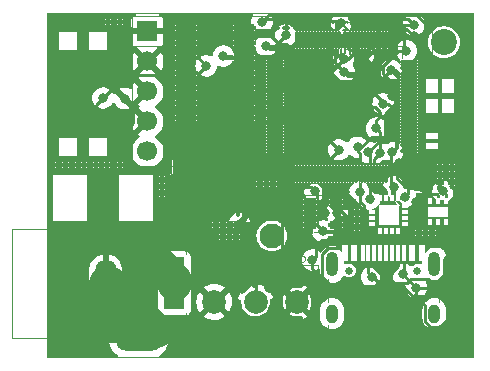
<source format=gts>
G04 #@! TF.GenerationSoftware,KiCad,Pcbnew,7.0.2-0*
G04 #@! TF.CreationDate,2023-04-23T22:03:11-05:00*
G04 #@! TF.ProjectId,spud_glo_mini,73707564-5f67-46c6-9f5f-6d696e692e6b,rev?*
G04 #@! TF.SameCoordinates,Original*
G04 #@! TF.FileFunction,Soldermask,Top*
G04 #@! TF.FilePolarity,Negative*
%FSLAX46Y46*%
G04 Gerber Fmt 4.6, Leading zero omitted, Abs format (unit mm)*
G04 Created by KiCad (PCBNEW 7.0.2-0) date 2023-04-23 22:03:11*
%MOMM*%
%LPD*%
G01*
G04 APERTURE LIST*
G04 Aperture macros list*
%AMRoundRect*
0 Rectangle with rounded corners*
0 $1 Rounding radius*
0 $2 $3 $4 $5 $6 $7 $8 $9 X,Y pos of 4 corners*
0 Add a 4 corners polygon primitive as box body*
4,1,4,$2,$3,$4,$5,$6,$7,$8,$9,$2,$3,0*
0 Add four circle primitives for the rounded corners*
1,1,$1+$1,$2,$3*
1,1,$1+$1,$4,$5*
1,1,$1+$1,$6,$7*
1,1,$1+$1,$8,$9*
0 Add four rect primitives between the rounded corners*
20,1,$1+$1,$2,$3,$4,$5,0*
20,1,$1+$1,$4,$5,$6,$7,0*
20,1,$1+$1,$6,$7,$8,$9,0*
20,1,$1+$1,$8,$9,$2,$3,0*%
G04 Aperture macros list end*
%ADD10RoundRect,0.100000X-0.100000X0.637500X-0.100000X-0.637500X0.100000X-0.637500X0.100000X0.637500X0*%
%ADD11R,1.500000X1.500000*%
%ADD12RoundRect,0.150000X0.825000X0.150000X-0.825000X0.150000X-0.825000X-0.150000X0.825000X-0.150000X0*%
%ADD13RoundRect,0.100000X0.100000X-0.217500X0.100000X0.217500X-0.100000X0.217500X-0.100000X-0.217500X0*%
%ADD14RoundRect,0.100000X-0.100000X0.217500X-0.100000X-0.217500X0.100000X-0.217500X0.100000X0.217500X0*%
%ADD15R,1.700000X1.700000*%
%ADD16C,1.700000*%
%ADD17RoundRect,0.155000X0.155000X-0.212500X0.155000X0.212500X-0.155000X0.212500X-0.155000X-0.212500X0*%
%ADD18RoundRect,0.155000X-0.155000X0.212500X-0.155000X-0.212500X0.155000X-0.212500X0.155000X0.212500X0*%
%ADD19C,2.100000*%
%ADD20R,3.000000X4.000000*%
%ADD21R,1.800000X4.400000*%
%ADD22O,1.800000X4.000000*%
%ADD23O,4.000000X1.800000*%
%ADD24RoundRect,0.155000X0.212500X0.155000X-0.212500X0.155000X-0.212500X-0.155000X0.212500X-0.155000X0*%
%ADD25RoundRect,0.100000X-0.217500X-0.100000X0.217500X-0.100000X0.217500X0.100000X-0.217500X0.100000X0*%
%ADD26RoundRect,0.155000X-0.212500X-0.155000X0.212500X-0.155000X0.212500X0.155000X-0.212500X0.155000X0*%
%ADD27RoundRect,0.075000X0.700000X0.075000X-0.700000X0.075000X-0.700000X-0.075000X0.700000X-0.075000X0*%
%ADD28RoundRect,0.075000X0.075000X0.700000X-0.075000X0.700000X-0.075000X-0.700000X0.075000X-0.700000X0*%
%ADD29R,1.000000X1.200000*%
%ADD30R,0.400000X0.470000*%
%ADD31R,1.700000X0.950000*%
%ADD32C,0.650000*%
%ADD33R,0.600000X1.450000*%
%ADD34R,0.300000X1.450000*%
%ADD35O,1.000000X2.100000*%
%ADD36O,1.000000X1.600000*%
%ADD37RoundRect,0.100000X0.217500X0.100000X-0.217500X0.100000X-0.217500X-0.100000X0.217500X-0.100000X0*%
%ADD38C,2.000000*%
%ADD39RoundRect,0.135000X0.135000X0.185000X-0.135000X0.185000X-0.135000X-0.185000X0.135000X-0.185000X0*%
%ADD40C,2.200000*%
%ADD41R,1.140000X0.575000*%
%ADD42RoundRect,0.135000X-0.135000X-0.185000X0.135000X-0.185000X0.135000X0.185000X-0.135000X0.185000X0*%
%ADD43RoundRect,0.150000X-0.512500X-0.150000X0.512500X-0.150000X0.512500X0.150000X-0.512500X0.150000X0*%
%ADD44R,0.625000X0.300000*%
%ADD45R,0.300000X0.625000*%
G04 #@! TA.AperFunction,SMDPad,CuDef*
%ADD46RoundRect,0.100000X-0.100000X0.637500X-0.100000X-0.637500X0.100000X-0.637500X0.100000X0.637500X0*%
G04 #@! TD*
G04 #@! TA.AperFunction,SMDPad,CuDef*
%ADD47R,1.500000X1.500000*%
G04 #@! TD*
G04 #@! TA.AperFunction,SMDPad,CuDef*
%ADD48RoundRect,0.150000X0.825000X0.150000X-0.825000X0.150000X-0.825000X-0.150000X0.825000X-0.150000X0*%
G04 #@! TD*
G04 #@! TA.AperFunction,SMDPad,CuDef*
%ADD49RoundRect,0.100000X0.100000X-0.217500X0.100000X0.217500X-0.100000X0.217500X-0.100000X-0.217500X0*%
G04 #@! TD*
G04 #@! TA.AperFunction,SMDPad,CuDef*
%ADD50RoundRect,0.100000X-0.100000X0.217500X-0.100000X-0.217500X0.100000X-0.217500X0.100000X0.217500X0*%
G04 #@! TD*
G04 #@! TA.AperFunction,ComponentPad*
%ADD51R,1.700000X1.700000*%
G04 #@! TD*
G04 #@! TA.AperFunction,ComponentPad*
%ADD52C,1.700000*%
G04 #@! TD*
G04 #@! TA.AperFunction,SMDPad,CuDef*
%ADD53RoundRect,0.155000X0.155000X-0.212500X0.155000X0.212500X-0.155000X0.212500X-0.155000X-0.212500X0*%
G04 #@! TD*
G04 #@! TA.AperFunction,SMDPad,CuDef*
%ADD54RoundRect,0.155000X-0.155000X0.212500X-0.155000X-0.212500X0.155000X-0.212500X0.155000X0.212500X0*%
G04 #@! TD*
G04 #@! TA.AperFunction,SMDPad,CuDef*
%ADD55R,3.000000X4.000000*%
G04 #@! TD*
G04 #@! TA.AperFunction,ComponentPad*
%ADD56R,1.800000X4.400000*%
G04 #@! TD*
G04 #@! TA.AperFunction,ComponentPad*
%ADD57O,1.800000X4.000000*%
G04 #@! TD*
G04 #@! TA.AperFunction,ComponentPad*
%ADD58O,4.000000X1.800000*%
G04 #@! TD*
G04 #@! TA.AperFunction,SMDPad,CuDef*
%ADD59RoundRect,0.155000X0.212500X0.155000X-0.212500X0.155000X-0.212500X-0.155000X0.212500X-0.155000X0*%
G04 #@! TD*
G04 #@! TA.AperFunction,SMDPad,CuDef*
%ADD60RoundRect,0.100000X-0.217500X-0.100000X0.217500X-0.100000X0.217500X0.100000X-0.217500X0.100000X0*%
G04 #@! TD*
G04 #@! TA.AperFunction,SMDPad,CuDef*
%ADD61RoundRect,0.155000X-0.212500X-0.155000X0.212500X-0.155000X0.212500X0.155000X-0.212500X0.155000X0*%
G04 #@! TD*
G04 #@! TA.AperFunction,SMDPad,CuDef*
%ADD62RoundRect,0.075000X0.700000X0.075000X-0.700000X0.075000X-0.700000X-0.075000X0.700000X-0.075000X0*%
G04 #@! TD*
G04 #@! TA.AperFunction,SMDPad,CuDef*
%ADD63RoundRect,0.075000X0.075000X0.700000X-0.075000X0.700000X-0.075000X-0.700000X0.075000X-0.700000X0*%
G04 #@! TD*
G04 #@! TA.AperFunction,SMDPad,CuDef*
%ADD64R,1.000000X1.200000*%
G04 #@! TD*
G04 #@! TA.AperFunction,SMDPad,CuDef*
%ADD65R,0.400000X0.470000*%
G04 #@! TD*
G04 #@! TA.AperFunction,SMDPad,CuDef*
%ADD66R,1.700000X0.950000*%
G04 #@! TD*
G04 #@! TA.AperFunction,SMDPad,CuDef*
%ADD67R,0.600000X1.450000*%
G04 #@! TD*
G04 #@! TA.AperFunction,SMDPad,CuDef*
%ADD68R,0.300000X1.450000*%
G04 #@! TD*
G04 #@! TA.AperFunction,ComponentPad*
%ADD69O,1.000000X2.100000*%
G04 #@! TD*
G04 #@! TA.AperFunction,ComponentPad*
%ADD70O,1.000000X1.600000*%
G04 #@! TD*
G04 #@! TA.AperFunction,SMDPad,CuDef*
%ADD71RoundRect,0.100000X0.217500X0.100000X-0.217500X0.100000X-0.217500X-0.100000X0.217500X-0.100000X0*%
G04 #@! TD*
G04 #@! TA.AperFunction,ComponentPad*
%ADD72C,2.000000*%
G04 #@! TD*
G04 #@! TA.AperFunction,SMDPad,CuDef*
%ADD73RoundRect,0.135000X0.135000X0.185000X-0.135000X0.185000X-0.135000X-0.185000X0.135000X-0.185000X0*%
G04 #@! TD*
G04 #@! TA.AperFunction,SMDPad,CuDef*
%ADD74R,1.140000X0.575000*%
G04 #@! TD*
G04 #@! TA.AperFunction,SMDPad,CuDef*
%ADD75RoundRect,0.135000X-0.135000X-0.185000X0.135000X-0.185000X0.135000X0.185000X-0.135000X0.185000X0*%
G04 #@! TD*
G04 #@! TA.AperFunction,SMDPad,CuDef*
%ADD76RoundRect,0.150000X-0.512500X-0.150000X0.512500X-0.150000X0.512500X0.150000X-0.512500X0.150000X0*%
G04 #@! TD*
G04 #@! TA.AperFunction,SMDPad,CuDef*
%ADD77R,0.625000X0.300000*%
G04 #@! TD*
G04 #@! TA.AperFunction,SMDPad,CuDef*
%ADD78R,0.300000X0.625000*%
G04 #@! TD*
G04 #@! TA.AperFunction,SMDPad,CuDef*
%ADD79R,1.700000X1.700000*%
G04 #@! TD*
G04 #@! TA.AperFunction,ViaPad*
%ADD80C,0.800000*%
G04 #@! TD*
G04 #@! TA.AperFunction,ViaPad*
%ADD81C,1.600000*%
G04 #@! TD*
G04 #@! TA.AperFunction,Conductor*
%ADD82C,0.250000*%
G04 #@! TD*
G04 #@! TA.AperFunction,Conductor*
%ADD83C,0.500000*%
G04 #@! TD*
G04 #@! TA.AperFunction,Conductor*
%ADD84C,3.000000*%
G04 #@! TD*
G04 #@! TA.AperFunction,Conductor*
%ADD85C,0.200000*%
G04 #@! TD*
%ADD86RoundRect,0.090000X0.090000X-0.139000X0.090000X0.139000X-0.090000X0.139000X-0.090000X-0.139000X0*%
%ADD87RoundRect,0.090000X-0.090000X0.139000X-0.090000X-0.139000X0.090000X-0.139000X0.090000X0.139000X0*%
%ADD88RoundRect,0.090000X-0.139000X-0.090000X0.139000X-0.090000X0.139000X0.090000X-0.139000X0.090000X0*%
%ADD89RoundRect,0.090000X0.139000X0.090000X-0.139000X0.090000X-0.139000X-0.090000X0.139000X-0.090000X0*%
%ADD90C,0.125000*%
%ADD91C,0.482666*%
%ADD92C,0.120000*%
%ADD93C,0.746419*%
%ADD94C,0.439487*%
%ADD95C,0.200000*%
%ADD96C,0.150000*%
%ADD97C,0.162500*%
G04 #@! TA.AperFunction,Profile*
%ADD98C,0.100000*%
G04 #@! TD*
G04 APERTURE END LIST*
D10*
X159785000Y-111117500D03*
X159135000Y-111117500D03*
X158485000Y-111117500D03*
X157835000Y-111117500D03*
X157185000Y-111117500D03*
X156535000Y-111117500D03*
X155885000Y-111117500D03*
X155235000Y-111117500D03*
X154585000Y-111117500D03*
X153935000Y-111117500D03*
X153935000Y-116842500D03*
X154585000Y-116842500D03*
X155235000Y-116842500D03*
X155885000Y-116842500D03*
X156535000Y-116842500D03*
X157185000Y-116842500D03*
X157835000Y-116842500D03*
X158485000Y-116842500D03*
X159135000Y-116842500D03*
X159785000Y-116842500D03*
D11*
X147310000Y-102710000D03*
X144770000Y-102710000D03*
X144770000Y-111710000D03*
X147310000Y-111710000D03*
D12*
X159675000Y-109270000D03*
X159675000Y-108000000D03*
X159675000Y-106730000D03*
X159675000Y-105460000D03*
X159675000Y-104190000D03*
X159675000Y-102920000D03*
X159675000Y-101650000D03*
X154725000Y-101650000D03*
X154725000Y-102920000D03*
X154725000Y-104190000D03*
X154725000Y-105460000D03*
X154725000Y-106730000D03*
X154725000Y-108000000D03*
X154725000Y-109270000D03*
D13*
X172490000Y-101695000D03*
X172490000Y-102510000D03*
D14*
X177190400Y-123317000D03*
X177190400Y-124132000D03*
D15*
X151480000Y-101930000D03*
D16*
X151480000Y-104470000D03*
X151480000Y-107010000D03*
X151480000Y-109550000D03*
X151480000Y-112090000D03*
D17*
X176290000Y-114655000D03*
X176290000Y-113520000D03*
D18*
X152690000Y-114492500D03*
X152690000Y-115627500D03*
D17*
X169220000Y-118467500D03*
X169220000Y-117332500D03*
D19*
X162020000Y-119250000D03*
D20*
X150490000Y-116070000D03*
X144890000Y-116070000D03*
D13*
X173240000Y-102520000D03*
X173240000Y-101705000D03*
D21*
X153750000Y-123270000D03*
D22*
X147950000Y-123270000D03*
D23*
X150750000Y-128070000D03*
D24*
X145135000Y-113240000D03*
X144000000Y-113240000D03*
D14*
X176880000Y-110412500D03*
X176880000Y-111227500D03*
D25*
X175702500Y-112580000D03*
X176517500Y-112580000D03*
X166050000Y-101020000D03*
X166865000Y-101020000D03*
D26*
X174440000Y-118990000D03*
X175575000Y-118990000D03*
D27*
X173595000Y-112050000D03*
X173595000Y-111550000D03*
X173595000Y-111050000D03*
X173595000Y-110550000D03*
X173595000Y-110050000D03*
X173595000Y-109550000D03*
X173595000Y-109050000D03*
X173595000Y-108550000D03*
X173595000Y-108050000D03*
X173595000Y-107550000D03*
X173595000Y-107050000D03*
X173595000Y-106550000D03*
X173595000Y-106050000D03*
X173595000Y-105550000D03*
X173595000Y-105050000D03*
X173595000Y-104550000D03*
D28*
X171670000Y-102625000D03*
X171170000Y-102625000D03*
X170670000Y-102625000D03*
X170170000Y-102625000D03*
X169670000Y-102625000D03*
X169170000Y-102625000D03*
X168670000Y-102625000D03*
X168170000Y-102625000D03*
X167670000Y-102625000D03*
X167170000Y-102625000D03*
X166670000Y-102625000D03*
X166170000Y-102625000D03*
X165670000Y-102625000D03*
X165170000Y-102625000D03*
X164670000Y-102625000D03*
X164170000Y-102625000D03*
D27*
X162245000Y-104550000D03*
X162245000Y-105050000D03*
X162245000Y-105550000D03*
X162245000Y-106050000D03*
X162245000Y-106550000D03*
X162245000Y-107050000D03*
X162245000Y-107550000D03*
X162245000Y-108050000D03*
X162245000Y-108550000D03*
X162245000Y-109050000D03*
X162245000Y-109550000D03*
X162245000Y-110050000D03*
X162245000Y-110550000D03*
X162245000Y-111050000D03*
X162245000Y-111550000D03*
X162245000Y-112050000D03*
D28*
X164170000Y-113975000D03*
X164670000Y-113975000D03*
X165170000Y-113975000D03*
X165670000Y-113975000D03*
X166170000Y-113975000D03*
X166670000Y-113975000D03*
X167170000Y-113975000D03*
X167670000Y-113975000D03*
X168170000Y-113975000D03*
X168670000Y-113975000D03*
X169170000Y-113975000D03*
X169670000Y-113975000D03*
X170170000Y-113975000D03*
X170670000Y-113975000D03*
X171170000Y-113975000D03*
X171670000Y-113975000D03*
D25*
X168815000Y-100910000D03*
X169630000Y-100910000D03*
D29*
X175610000Y-106522500D03*
X175610000Y-108222500D03*
X176910000Y-108222500D03*
X176910000Y-106522500D03*
D30*
X175450000Y-118095000D03*
X176100000Y-118095000D03*
X176750000Y-118095000D03*
X176750000Y-116265000D03*
X176100000Y-116265000D03*
X175450000Y-116265000D03*
D31*
X176100000Y-117180000D03*
D14*
X162240000Y-113055000D03*
X162240000Y-113870000D03*
D32*
X168560000Y-122175000D03*
X174340000Y-122175000D03*
D33*
X168200000Y-120730000D03*
X169000000Y-120730000D03*
D34*
X170200000Y-120730000D03*
X171200000Y-120730000D03*
X171700000Y-120730000D03*
X172700000Y-120730000D03*
D33*
X173900000Y-120730000D03*
X174700000Y-120730000D03*
X174700000Y-120730000D03*
X173900000Y-120730000D03*
D34*
X173200000Y-120730000D03*
X172200000Y-120730000D03*
X170700000Y-120730000D03*
X169700000Y-120730000D03*
D33*
X169000000Y-120730000D03*
X168200000Y-120730000D03*
D35*
X167130000Y-121645000D03*
D36*
X167130000Y-125825000D03*
D35*
X175770000Y-121645000D03*
D36*
X175770000Y-125825000D03*
D37*
X171460000Y-100900000D03*
X170645000Y-100900000D03*
D38*
X157140000Y-124830000D03*
X160640000Y-124830000D03*
X164140000Y-124830000D03*
D39*
X149190000Y-101110000D03*
X148170000Y-101110000D03*
D25*
X162372500Y-100890000D03*
X163187500Y-100890000D03*
D14*
X178090000Y-106185000D03*
X178090000Y-107000000D03*
D25*
X176335000Y-109510000D03*
X177150000Y-109510000D03*
D37*
X163187500Y-101660000D03*
X162372500Y-101660000D03*
D13*
X177190400Y-126036600D03*
X177190400Y-125221600D03*
D25*
X164232500Y-101150000D03*
X165047500Y-101150000D03*
X172620000Y-114000000D03*
X173435000Y-114000000D03*
D24*
X158985000Y-119350000D03*
X157850000Y-119350000D03*
D14*
X160790000Y-110612500D03*
X160790000Y-111427500D03*
D40*
X176580000Y-102850000D03*
D41*
X175580000Y-111602500D03*
X175580000Y-110777500D03*
D25*
X173841250Y-112980000D03*
X174656250Y-112980000D03*
D14*
X161470000Y-113055000D03*
X161470000Y-113870000D03*
D13*
X174330000Y-118007500D03*
X174330000Y-117192500D03*
D17*
X177280000Y-114665000D03*
X177280000Y-113530000D03*
D42*
X148100000Y-113240000D03*
X149120000Y-113240000D03*
X146130000Y-113250000D03*
X147150000Y-113250000D03*
D25*
X174482500Y-113990000D03*
X175297500Y-113990000D03*
D43*
X165212500Y-116380000D03*
X165212500Y-117330000D03*
X165212500Y-118280000D03*
X167487500Y-118280000D03*
X167487500Y-116380000D03*
D13*
X163110000Y-114907500D03*
X163110000Y-114092500D03*
D24*
X158465000Y-118330000D03*
X157330000Y-118330000D03*
D26*
X161010600Y-114884200D03*
X162145600Y-114884200D03*
D44*
X173302500Y-118210000D03*
X173302500Y-117710000D03*
X173302500Y-117210000D03*
X173302500Y-116710000D03*
D45*
X172695000Y-116042500D03*
X172195000Y-116042500D03*
X171695000Y-116042500D03*
X171195000Y-116042500D03*
D44*
X170527500Y-116710000D03*
X170527500Y-117210000D03*
X170527500Y-117710000D03*
X170527500Y-118210000D03*
D45*
X171195000Y-118817500D03*
X171695000Y-118817500D03*
X172195000Y-118817500D03*
X172695000Y-118817500D03*
D15*
X171920000Y-117435000D03*
D46*
X159785000Y-111117500D03*
X159135000Y-111117500D03*
X158485000Y-111117500D03*
X157835000Y-111117500D03*
X157185000Y-111117500D03*
X156535000Y-111117500D03*
X155885000Y-111117500D03*
X155235000Y-111117500D03*
X154585000Y-111117500D03*
X153935000Y-111117500D03*
X153935000Y-116842500D03*
X154585000Y-116842500D03*
X155235000Y-116842500D03*
X155885000Y-116842500D03*
X156535000Y-116842500D03*
X157185000Y-116842500D03*
X157835000Y-116842500D03*
X158485000Y-116842500D03*
X159135000Y-116842500D03*
X159785000Y-116842500D03*
D47*
X147310000Y-102710000D03*
X144770000Y-102710000D03*
X144770000Y-111710000D03*
X147310000Y-111710000D03*
D48*
X159675000Y-109270000D03*
X159675000Y-108000000D03*
X159675000Y-106730000D03*
X159675000Y-105460000D03*
X159675000Y-104190000D03*
X159675000Y-102920000D03*
X159675000Y-101650000D03*
X154725000Y-101650000D03*
X154725000Y-102920000D03*
X154725000Y-104190000D03*
X154725000Y-105460000D03*
X154725000Y-106730000D03*
X154725000Y-108000000D03*
X154725000Y-109270000D03*
D49*
X172490000Y-101695000D03*
X172490000Y-102510000D03*
D50*
X177190400Y-123317000D03*
X177190400Y-124132000D03*
D51*
X151480000Y-101930000D03*
D52*
X151480000Y-104470000D03*
X151480000Y-107010000D03*
X151480000Y-109550000D03*
X151480000Y-112090000D03*
D53*
X176290000Y-114655000D03*
X176290000Y-113520000D03*
D54*
X152690000Y-114492500D03*
X152690000Y-115627500D03*
D53*
X169220000Y-118467500D03*
X169220000Y-117332500D03*
D55*
X150490000Y-116070000D03*
X144890000Y-116070000D03*
D49*
X173240000Y-102520000D03*
X173240000Y-101705000D03*
D56*
X153750000Y-123270000D03*
D57*
X147950000Y-123270000D03*
D58*
X150750000Y-128070000D03*
D59*
X145135000Y-113240000D03*
X144000000Y-113240000D03*
D50*
X176880000Y-110412500D03*
X176880000Y-111227500D03*
D60*
X175702500Y-112580000D03*
X176517500Y-112580000D03*
X166050000Y-101020000D03*
X166865000Y-101020000D03*
D61*
X174440000Y-118990000D03*
X175575000Y-118990000D03*
D62*
X173595000Y-112050000D03*
X173595000Y-111550000D03*
X173595000Y-111050000D03*
X173595000Y-110550000D03*
X173595000Y-110050000D03*
X173595000Y-109550000D03*
X173595000Y-109050000D03*
X173595000Y-108550000D03*
X173595000Y-108050000D03*
X173595000Y-107550000D03*
X173595000Y-107050000D03*
X173595000Y-106550000D03*
X173595000Y-106050000D03*
X173595000Y-105550000D03*
X173595000Y-105050000D03*
X173595000Y-104550000D03*
D63*
X171670000Y-102625000D03*
X171170000Y-102625000D03*
X170670000Y-102625000D03*
X170170000Y-102625000D03*
X169670000Y-102625000D03*
X169170000Y-102625000D03*
X168670000Y-102625000D03*
X168170000Y-102625000D03*
X167670000Y-102625000D03*
X167170000Y-102625000D03*
X166670000Y-102625000D03*
X166170000Y-102625000D03*
X165670000Y-102625000D03*
X165170000Y-102625000D03*
X164670000Y-102625000D03*
X164170000Y-102625000D03*
D62*
X162245000Y-104550000D03*
X162245000Y-105050000D03*
X162245000Y-105550000D03*
X162245000Y-106050000D03*
X162245000Y-106550000D03*
X162245000Y-107050000D03*
X162245000Y-107550000D03*
X162245000Y-108050000D03*
X162245000Y-108550000D03*
X162245000Y-109050000D03*
X162245000Y-109550000D03*
X162245000Y-110050000D03*
X162245000Y-110550000D03*
X162245000Y-111050000D03*
X162245000Y-111550000D03*
X162245000Y-112050000D03*
D63*
X164170000Y-113975000D03*
X164670000Y-113975000D03*
X165170000Y-113975000D03*
X165670000Y-113975000D03*
X166170000Y-113975000D03*
X166670000Y-113975000D03*
X167170000Y-113975000D03*
X167670000Y-113975000D03*
X168170000Y-113975000D03*
X168670000Y-113975000D03*
X169170000Y-113975000D03*
X169670000Y-113975000D03*
X170170000Y-113975000D03*
X170670000Y-113975000D03*
X171170000Y-113975000D03*
X171670000Y-113975000D03*
D60*
X168815000Y-100910000D03*
X169630000Y-100910000D03*
D64*
X175610000Y-106522500D03*
X175610000Y-108222500D03*
X176910000Y-108222500D03*
X176910000Y-106522500D03*
D65*
X175450000Y-118095000D03*
X176100000Y-118095000D03*
X176750000Y-118095000D03*
X176750000Y-116265000D03*
X176100000Y-116265000D03*
X175450000Y-116265000D03*
D66*
X176100000Y-117180000D03*
D50*
X162240000Y-113055000D03*
X162240000Y-113870000D03*
D67*
X168200000Y-120730000D03*
X169000000Y-120730000D03*
D68*
X170200000Y-120730000D03*
X171200000Y-120730000D03*
X171700000Y-120730000D03*
X172700000Y-120730000D03*
D67*
X173900000Y-120730000D03*
X174700000Y-120730000D03*
X174700000Y-120730000D03*
X173900000Y-120730000D03*
D68*
X173200000Y-120730000D03*
X172200000Y-120730000D03*
X170700000Y-120730000D03*
X169700000Y-120730000D03*
D67*
X169000000Y-120730000D03*
X168200000Y-120730000D03*
D69*
X167130000Y-121645000D03*
D70*
X167130000Y-125825000D03*
D69*
X175770000Y-121645000D03*
D70*
X175770000Y-125825000D03*
D71*
X171460000Y-100900000D03*
X170645000Y-100900000D03*
D72*
X157140000Y-124830000D03*
X160640000Y-124830000D03*
X164140000Y-124830000D03*
D73*
X149190000Y-101110000D03*
X148170000Y-101110000D03*
D60*
X162372500Y-100890000D03*
X163187500Y-100890000D03*
D50*
X178090000Y-106185000D03*
X178090000Y-107000000D03*
D60*
X176335000Y-109510000D03*
X177150000Y-109510000D03*
D71*
X163187500Y-101660000D03*
X162372500Y-101660000D03*
D49*
X177190400Y-126036600D03*
X177190400Y-125221600D03*
D60*
X164232500Y-101150000D03*
X165047500Y-101150000D03*
X172620000Y-114000000D03*
X173435000Y-114000000D03*
D59*
X158985000Y-119350000D03*
X157850000Y-119350000D03*
D50*
X160790000Y-110612500D03*
X160790000Y-111427500D03*
D74*
X175580000Y-111602500D03*
X175580000Y-110777500D03*
D60*
X173841250Y-112980000D03*
X174656250Y-112980000D03*
D50*
X161470000Y-113055000D03*
X161470000Y-113870000D03*
D49*
X174330000Y-118007500D03*
X174330000Y-117192500D03*
D53*
X177280000Y-114665000D03*
X177280000Y-113530000D03*
D75*
X148100000Y-113240000D03*
X149120000Y-113240000D03*
X146130000Y-113250000D03*
X147150000Y-113250000D03*
D60*
X174482500Y-113990000D03*
X175297500Y-113990000D03*
D76*
X165212500Y-116380000D03*
X165212500Y-117330000D03*
X165212500Y-118280000D03*
X167487500Y-118280000D03*
X167487500Y-116380000D03*
D49*
X163110000Y-114907500D03*
X163110000Y-114092500D03*
D59*
X158465000Y-118330000D03*
X157330000Y-118330000D03*
D61*
X161010600Y-114884200D03*
X162145600Y-114884200D03*
D77*
X173302500Y-118210000D03*
X173302500Y-117710000D03*
X173302500Y-117210000D03*
X173302500Y-116710000D03*
D78*
X172695000Y-116042500D03*
X172195000Y-116042500D03*
X171695000Y-116042500D03*
X171195000Y-116042500D03*
D77*
X170527500Y-116710000D03*
X170527500Y-117210000D03*
X170527500Y-117710000D03*
X170527500Y-118210000D03*
D78*
X171195000Y-118817500D03*
X171695000Y-118817500D03*
X172195000Y-118817500D03*
X172695000Y-118817500D03*
D79*
X171920000Y-117435000D03*
D80*
X168157347Y-105372653D03*
X161780000Y-123660000D03*
X173415000Y-103575000D03*
X174039500Y-102351552D03*
X167898000Y-101212000D03*
X168090000Y-104280000D03*
X174039950Y-101352050D03*
X176640000Y-117150000D03*
X169770000Y-104010000D03*
X171150000Y-104090000D03*
X160530000Y-120290000D03*
X170870500Y-110125500D03*
X171198527Y-112188241D03*
X157911800Y-104013000D03*
X173295048Y-115908724D03*
X172120000Y-105210000D03*
X172320000Y-115100000D03*
X171447456Y-108057451D03*
X165451531Y-121295055D03*
X172222038Y-112170539D03*
X170305000Y-116115000D03*
X170191085Y-112171085D03*
X169470000Y-115520000D03*
X169287518Y-111743802D03*
X176640000Y-120130000D03*
D81*
X151560000Y-126020000D03*
D80*
X159477141Y-123731744D03*
X176179500Y-104623832D03*
X165980000Y-111444500D03*
X158051500Y-106235500D03*
X174200500Y-116332000D03*
X157760000Y-112650000D03*
X172796200Y-113106200D03*
X145080000Y-110280000D03*
X156370000Y-103310000D03*
X164530000Y-105590000D03*
X175720000Y-117180000D03*
X158038800Y-101650000D03*
X160690000Y-112440000D03*
X171560000Y-117070000D03*
X168196332Y-115506671D03*
X172188930Y-107387210D03*
X166615623Y-103999500D03*
X153950000Y-115050000D03*
X164340000Y-109900000D03*
X157240000Y-115370000D03*
X148650000Y-109130000D03*
D81*
X148350000Y-126370000D03*
D80*
X168450000Y-124900000D03*
X168480000Y-109980000D03*
D81*
X150190000Y-124590000D03*
D80*
X148400000Y-104350000D03*
X172310000Y-117770000D03*
X166550000Y-117280000D03*
X175419424Y-109325500D03*
X160422500Y-110017500D03*
X163860000Y-112110000D03*
X172890801Y-124473300D03*
X171976752Y-122454500D03*
X163850048Y-115980048D03*
X167549503Y-117280000D03*
X174680000Y-114740000D03*
X161188400Y-101100500D03*
X176517300Y-115481100D03*
X149550000Y-107620000D03*
X156460000Y-104840000D03*
X147720000Y-107570000D03*
D81*
X145110000Y-122120000D03*
D80*
X159281408Y-118211408D03*
X162450000Y-121790000D03*
D81*
X145540000Y-119050000D03*
D80*
X152889350Y-113366950D03*
D81*
X144190000Y-120280000D03*
D80*
X161530000Y-103130000D03*
X163187500Y-102252500D03*
X165660000Y-115420000D03*
X170468801Y-122723399D03*
X166350000Y-118843673D03*
X174257652Y-123614500D03*
X173140000Y-122500000D03*
X167690000Y-111960000D03*
D82*
X168200000Y-120730000D02*
X167740000Y-120270000D01*
X167740000Y-120270000D02*
X166788274Y-120270000D01*
X166300000Y-122750000D02*
X168450000Y-124900000D01*
X166788274Y-120270000D02*
X166300000Y-120758274D01*
X166300000Y-120758274D02*
X166300000Y-122750000D01*
D83*
X147940000Y-101480000D02*
X148310000Y-101110000D01*
X147310000Y-102110000D02*
X147940000Y-101480000D01*
X147940000Y-101480000D02*
X147940000Y-101340000D01*
X147940000Y-101340000D02*
X148170000Y-101110000D01*
X149580000Y-101360000D02*
X149330000Y-101110000D01*
X149890000Y-101670000D02*
X149580000Y-101360000D01*
X149580000Y-101360000D02*
X149440000Y-101360000D01*
X149440000Y-101360000D02*
X149190000Y-101110000D01*
D82*
X168960000Y-105460000D02*
X168244694Y-105460000D01*
X168244694Y-105460000D02*
X168157347Y-105372653D01*
X171447456Y-108057451D02*
X171447456Y-107947456D01*
X171447456Y-107947456D02*
X168960000Y-105460000D01*
X170722456Y-108357756D02*
X169407756Y-108357756D01*
X170870500Y-109419500D02*
X171145000Y-109145000D01*
X170870500Y-110125500D02*
X170870500Y-109419500D01*
X171145000Y-109145000D02*
X171145000Y-108780300D01*
X171145000Y-108780300D02*
X170722456Y-108357756D01*
X169407756Y-108357756D02*
X167040000Y-105990000D01*
X167040000Y-105990000D02*
X167040000Y-105330000D01*
X167040000Y-105330000D02*
X168090000Y-104280000D01*
X171395000Y-104870305D02*
X170630305Y-104870305D01*
X170630305Y-104870305D02*
X169770000Y-104010000D01*
D83*
X155960000Y-117910000D02*
X155885000Y-117835000D01*
X155885000Y-117835000D02*
X155885000Y-116842500D01*
X159995609Y-123423781D02*
X155960000Y-119388173D01*
X155960000Y-119388173D02*
X155960000Y-117910000D01*
X159477141Y-123731744D02*
X159687646Y-123731744D01*
X159687646Y-123731744D02*
X159995609Y-123423781D01*
X157110000Y-118911827D02*
X157185000Y-118836827D01*
X157185000Y-118836827D02*
X157185000Y-116842500D01*
X161780000Y-123660000D02*
X161780000Y-123581827D01*
X157110000Y-118911827D02*
X157110000Y-118900000D01*
X161780000Y-123581827D02*
X157110000Y-118911827D01*
D82*
X160025584Y-121985584D02*
X161090000Y-123050000D01*
X159419302Y-122670698D02*
X160190000Y-123441396D01*
X156535000Y-116842500D02*
X156535000Y-119150000D01*
X156535000Y-119150000D02*
X160640000Y-123255000D01*
X160640000Y-123255000D02*
X160640000Y-124830000D01*
D83*
X147310000Y-102710000D02*
X147310000Y-102110000D01*
X158985000Y-119350000D02*
X159344898Y-119350000D01*
X159344898Y-119350000D02*
X160485000Y-118209898D01*
X160485000Y-118209898D02*
X160485000Y-116395000D01*
X160485000Y-116395000D02*
X160920000Y-115960000D01*
X160920000Y-115960000D02*
X163850000Y-115960000D01*
D82*
X174039500Y-102351552D02*
X174014147Y-102351552D01*
X174014147Y-102351552D02*
X173367595Y-101705000D01*
X173367595Y-101705000D02*
X173240000Y-101705000D01*
X173240000Y-103400000D02*
X173415000Y-103575000D01*
X173240000Y-102520000D02*
X173240000Y-103400000D01*
X174039950Y-101352050D02*
X173587900Y-100900000D01*
X173587900Y-100900000D02*
X171460000Y-100900000D01*
X173240000Y-101705000D02*
X172500000Y-101705000D01*
X172500000Y-101705000D02*
X172490000Y-101695000D01*
X176910000Y-106522500D02*
X177387500Y-107000000D01*
X177387500Y-107000000D02*
X178090000Y-107000000D01*
X178090000Y-106185000D02*
X178090000Y-105952500D01*
X178090000Y-105952500D02*
X177735000Y-105597500D01*
X177735000Y-105597500D02*
X175685000Y-105597500D01*
X175685000Y-105597500D02*
X175610000Y-105672500D01*
X175610000Y-105672500D02*
X175610000Y-106522500D01*
X167898000Y-101212000D02*
X167862000Y-101212000D01*
X167862000Y-101212000D02*
X167670000Y-101020000D01*
X167670000Y-101020000D02*
X166865000Y-101020000D01*
X166050000Y-101020000D02*
X166050000Y-100916459D01*
X166050000Y-100916459D02*
X166478959Y-100487500D01*
X166478959Y-100487500D02*
X168392500Y-100487500D01*
X168392500Y-100487500D02*
X168815000Y-100910000D01*
X164232500Y-101150000D02*
X164232500Y-101046459D01*
X164232500Y-101046459D02*
X164653959Y-100625000D01*
X164653959Y-100625000D02*
X165655000Y-100625000D01*
X165655000Y-100625000D02*
X166050000Y-101020000D01*
X168090000Y-104280000D02*
X167984315Y-104280000D01*
X167170000Y-103465685D02*
X167170000Y-102625000D01*
X167984315Y-104280000D02*
X167170000Y-103465685D01*
X173595000Y-106050000D02*
X171934695Y-106050000D01*
X172490000Y-103775305D02*
X172490000Y-102510000D01*
X171934695Y-106050000D02*
X171395000Y-105510305D01*
X171395000Y-105510305D02*
X171395000Y-104870305D01*
X171395000Y-104870305D02*
X172490000Y-103775305D01*
X172120000Y-105210000D02*
X172414315Y-105210000D01*
X172414315Y-105210000D02*
X172754315Y-105550000D01*
X172754315Y-105550000D02*
X173595000Y-105550000D01*
D83*
X177150000Y-109510000D02*
X177530000Y-109890000D01*
X177530000Y-110857817D02*
X177160317Y-111227500D01*
X177530000Y-109890000D02*
X177530000Y-110857817D01*
X177160317Y-111227500D02*
X176880000Y-111227500D01*
X176750000Y-118105000D02*
X177250000Y-118105000D01*
X177250000Y-118105000D02*
X177600000Y-117755000D01*
X177600000Y-115300000D02*
X177280000Y-114980000D01*
X177600000Y-117755000D02*
X177600000Y-115300000D01*
X177280000Y-114980000D02*
X177280000Y-114665000D01*
X177280000Y-113530000D02*
X177280000Y-113342500D01*
X177280000Y-113342500D02*
X176517500Y-112580000D01*
X177280000Y-113530000D02*
X176300000Y-113530000D01*
X176300000Y-113530000D02*
X176290000Y-113520000D01*
D82*
X174695000Y-107437500D02*
X175610000Y-106522500D01*
X174695000Y-109315000D02*
X174695000Y-107437500D01*
X173595000Y-109550000D02*
X174460000Y-109550000D01*
X174460000Y-109550000D02*
X174695000Y-109315000D01*
X173595000Y-110050000D02*
X175795000Y-110050000D01*
X175795000Y-110050000D02*
X176335000Y-109510000D01*
X176910000Y-108222500D02*
X176507500Y-108625000D01*
X176507500Y-108625000D02*
X176507500Y-109337500D01*
X176507500Y-109337500D02*
X176335000Y-109510000D01*
X175419424Y-109325500D02*
X175419424Y-108413076D01*
X175419424Y-108413076D02*
X175610000Y-108222500D01*
X169000000Y-120730000D02*
X169000000Y-121555000D01*
X170600000Y-121830000D02*
X171251752Y-122481752D01*
X171251752Y-122481752D02*
X171251752Y-122754805D01*
X175298274Y-122890000D02*
X175428274Y-123020000D01*
X175428274Y-123020000D02*
X176111726Y-123020000D01*
X169275000Y-121830000D02*
X170600000Y-121830000D01*
X169000000Y-121555000D02*
X169275000Y-121830000D01*
X171251752Y-122754805D02*
X171721947Y-123225000D01*
X171721947Y-123225000D02*
X173440305Y-123225000D01*
X173440305Y-123225000D02*
X173775305Y-122890000D01*
X173775305Y-122890000D02*
X175298274Y-122890000D01*
X176111726Y-123020000D02*
X176595000Y-122536726D01*
X176595000Y-122536726D02*
X176595000Y-121200305D01*
X176595000Y-121200305D02*
X177365000Y-120430305D01*
X177365000Y-120430305D02*
X177365000Y-119829695D01*
X177365000Y-119829695D02*
X176750000Y-119214695D01*
X176750000Y-119214695D02*
X176750000Y-118095000D01*
X173900000Y-120730000D02*
X173900000Y-119755000D01*
X174030000Y-119625000D02*
X175986323Y-119625000D01*
X173900000Y-119755000D02*
X174030000Y-119625000D01*
X176750000Y-118861323D02*
X176750000Y-118095000D01*
X175986323Y-119625000D02*
X176750000Y-118861323D01*
X171170000Y-102625000D02*
X171170000Y-101528541D01*
X171170000Y-101528541D02*
X170645000Y-101003541D01*
X170645000Y-101003541D02*
X170645000Y-100900000D01*
X169630000Y-100910000D02*
X170635000Y-100910000D01*
X170635000Y-100910000D02*
X170645000Y-100900000D01*
X168815000Y-100910000D02*
X168815000Y-101013541D01*
X168815000Y-101013541D02*
X169326459Y-101525000D01*
X169326459Y-101525000D02*
X170410685Y-101525000D01*
X170410685Y-101525000D02*
X170670000Y-101784315D01*
X170670000Y-101784315D02*
X170670000Y-102625000D01*
X169780000Y-104020000D02*
X169770000Y-104010000D01*
X169780000Y-104020000D02*
X170194695Y-104020000D01*
X170670000Y-103544695D02*
X170194695Y-104020000D01*
X170670000Y-102625000D02*
X170670000Y-103544695D01*
X171170000Y-104070000D02*
X171150000Y-104090000D01*
X171170000Y-102625000D02*
X171170000Y-104070000D01*
X147310000Y-111710000D02*
X147120000Y-111520000D01*
X147120000Y-108170000D02*
X147720000Y-107570000D01*
X147120000Y-111520000D02*
X147120000Y-108170000D01*
X175580000Y-111602500D02*
X175022500Y-111602500D01*
X175702500Y-111725000D02*
X175580000Y-111602500D01*
X175702500Y-112580000D02*
X175702500Y-111725000D01*
X174470000Y-111050000D02*
X173595000Y-111050000D01*
X175022500Y-111602500D02*
X174470000Y-111050000D01*
X173595000Y-110550000D02*
X175352500Y-110550000D01*
X175352500Y-110550000D02*
X175580000Y-110777500D01*
X176880000Y-110412500D02*
X176776459Y-110412500D01*
X176411459Y-110777500D02*
X175580000Y-110777500D01*
X176776459Y-110412500D02*
X176411459Y-110777500D01*
X173372500Y-118245000D02*
X174092500Y-118245000D01*
X174092500Y-118245000D02*
X174330000Y-118007500D01*
X171695000Y-115478604D02*
X171316396Y-115100000D01*
X171695000Y-116042500D02*
X171695000Y-115478604D01*
X166740428Y-104900000D02*
X167454315Y-104186113D01*
X165104315Y-104900000D02*
X166740428Y-104900000D01*
X167454315Y-103750000D02*
X167170000Y-103465685D01*
X167454315Y-104186113D02*
X167454315Y-103750000D01*
X163194315Y-102990000D02*
X165104315Y-104900000D01*
X170670000Y-112716768D02*
X170670000Y-113975000D01*
X158256049Y-102692200D02*
X158653249Y-102295000D01*
X162600000Y-102990000D02*
X163194315Y-102990000D01*
X158653249Y-102295000D02*
X161905000Y-102295000D01*
X161905000Y-102295000D02*
X162600000Y-102990000D01*
X156972000Y-102692200D02*
X158256049Y-102692200D01*
X155929800Y-101650000D02*
X156972000Y-102692200D01*
X170954315Y-115100000D02*
X170670000Y-114815685D01*
X171316396Y-115100000D02*
X170954315Y-115100000D01*
X170670000Y-114815685D02*
X170670000Y-113975000D01*
X154725000Y-101650000D02*
X155929800Y-101650000D01*
X171198527Y-112188241D02*
X170670000Y-112716768D01*
X171130000Y-115550000D02*
X170767919Y-115550000D01*
X170767919Y-115550000D02*
X170170000Y-114952081D01*
X171195000Y-116042500D02*
X171195000Y-115615000D01*
X171195000Y-115615000D02*
X171130000Y-115550000D01*
X170170000Y-114952081D02*
X170170000Y-113975000D01*
X159675000Y-104190000D02*
X158088800Y-104190000D01*
X173295048Y-115908724D02*
X173161272Y-116042500D01*
X158088800Y-104190000D02*
X157911800Y-104013000D01*
X173161272Y-116042500D02*
X172695000Y-116042500D01*
X166650305Y-119568673D02*
X166863978Y-119355000D01*
X172495000Y-109309315D02*
X172754315Y-109050000D01*
X172195000Y-116042500D02*
X172195000Y-115225000D01*
X172195000Y-115225000D02*
X172320000Y-115100000D01*
X169555000Y-119610000D02*
X169700000Y-119755000D01*
X172222038Y-112170539D02*
X172495000Y-111897577D01*
X165728627Y-121017959D02*
X165728627Y-120111373D01*
X166863978Y-119355000D02*
X168424781Y-119355000D01*
X172754315Y-109050000D02*
X173595000Y-109050000D01*
X169700000Y-119755000D02*
X169700000Y-120730000D01*
X172495000Y-111897577D02*
X172495000Y-109309315D01*
X166271327Y-119568673D02*
X166650305Y-119568673D01*
X168424781Y-119355000D02*
X168679781Y-119610000D01*
X168679781Y-119610000D02*
X169555000Y-119610000D01*
X165451531Y-121295055D02*
X165728627Y-121017959D01*
X165728627Y-120111373D02*
X166271327Y-119568673D01*
X170305000Y-116695000D02*
X170305000Y-116350000D01*
X170320000Y-116710000D02*
X170305000Y-116695000D01*
X170305000Y-116350000D02*
X170305000Y-116115000D01*
X170191085Y-112171085D02*
X171062170Y-111300000D01*
X171062170Y-111300000D02*
X171810000Y-111300000D01*
X172045000Y-109122919D02*
X172617919Y-108550000D01*
X171810000Y-111300000D02*
X172045000Y-111065000D01*
X170527500Y-116710000D02*
X170320000Y-116710000D01*
X172617919Y-108550000D02*
X173595000Y-108550000D01*
X172045000Y-111065000D02*
X172045000Y-109122919D01*
X169855000Y-117100000D02*
X169855000Y-116695000D01*
X170527500Y-117210000D02*
X169965000Y-117210000D01*
X171595000Y-110775000D02*
X171595000Y-108936523D01*
X169287518Y-111743802D02*
X169593063Y-111743802D01*
X169470000Y-116310000D02*
X169470000Y-115520000D01*
X170486865Y-110850000D02*
X171520000Y-110850000D01*
X172481523Y-108050000D02*
X173595000Y-108050000D01*
X169965000Y-117210000D02*
X169855000Y-117100000D01*
X169593063Y-111743802D02*
X170486865Y-110850000D01*
X169855000Y-116695000D02*
X169470000Y-116310000D01*
X171520000Y-110850000D02*
X171595000Y-110775000D01*
X171595000Y-108936523D02*
X172481523Y-108050000D01*
X165980000Y-111444500D02*
X165705500Y-111170000D01*
D84*
X152140000Y-127200000D02*
X152170000Y-127200000D01*
D83*
X160485000Y-113695000D02*
X160485000Y-112645000D01*
D82*
X169220000Y-117430000D02*
X169220000Y-117332500D01*
X171429315Y-112875000D02*
X171910685Y-112875000D01*
X157835000Y-110220400D02*
X157624600Y-110010000D01*
X176517500Y-111590000D02*
X176880000Y-111227500D01*
D83*
X166500000Y-117330000D02*
X166550000Y-117280000D01*
D84*
X147950000Y-123270000D02*
X147950000Y-125270000D01*
D82*
X157835000Y-111117500D02*
X157835000Y-110220400D01*
X164929315Y-103725000D02*
X164670000Y-103465685D01*
D84*
X148510000Y-125830000D02*
X148350000Y-125670000D01*
X147950000Y-123270000D02*
X148210000Y-123270000D01*
X148350000Y-125670000D02*
X148350000Y-126370000D01*
D82*
X169530000Y-117740000D02*
X169220000Y-117430000D01*
D83*
X152690000Y-115627500D02*
X153372500Y-115627500D01*
D82*
X171910685Y-112875000D02*
X172330000Y-113294315D01*
X175450000Y-118095000D02*
X176100000Y-118095000D01*
X174200500Y-116332000D02*
X174330000Y-116461500D01*
X155885000Y-116842500D02*
X155885000Y-117710000D01*
D83*
X162145600Y-114545600D02*
X162145600Y-114884200D01*
D82*
X172796200Y-113257660D02*
X172796200Y-113106200D01*
D84*
X149195000Y-126515000D02*
X149880000Y-127200000D01*
D82*
X172188930Y-107115385D02*
X172754315Y-106550000D01*
X159675000Y-106735000D02*
X159865000Y-106925000D01*
X158351041Y-115370000D02*
X157240000Y-115370000D01*
X161145000Y-107186853D02*
X161145000Y-107015000D01*
D84*
X148350000Y-126370000D02*
X149050000Y-126370000D01*
D83*
X144000000Y-112480000D02*
X144770000Y-111710000D01*
D82*
X172330000Y-113294315D02*
X172330000Y-113350000D01*
X175575000Y-118990000D02*
X175575000Y-118220000D01*
X157330000Y-118330000D02*
X157185000Y-118185000D01*
D84*
X149050000Y-126370000D02*
X149195000Y-126515000D01*
D82*
X159500000Y-107825000D02*
X159675000Y-108000000D01*
X161145000Y-107015000D02*
X160860000Y-106730000D01*
X157473204Y-106925000D02*
X159675000Y-106925000D01*
D83*
X145080000Y-110280000D02*
X144770000Y-110590000D01*
D82*
X160082500Y-101825000D02*
X162207500Y-101825000D01*
X174330000Y-116461500D02*
X174330000Y-117192500D01*
X176100000Y-117180000D02*
X175450000Y-117830000D01*
X170527500Y-117710000D02*
X171645000Y-117710000D01*
X157835000Y-111117500D02*
X157835000Y-112575000D01*
X159675000Y-101650000D02*
X158038800Y-101650000D01*
X165705500Y-111170000D02*
X163602081Y-111170000D01*
X171170000Y-113134315D02*
X171429315Y-112875000D01*
X155885000Y-117710000D02*
X156085000Y-117910000D01*
X168196332Y-115506671D02*
X169020000Y-116330339D01*
X171195000Y-118160000D02*
X171920000Y-117435000D01*
X162462500Y-114092500D02*
X162240000Y-113870000D01*
X170080000Y-117740000D02*
X169530000Y-117740000D01*
X157865000Y-107825000D02*
X159500000Y-107825000D01*
D83*
X161470000Y-113870000D02*
X160660000Y-113870000D01*
X153935000Y-115035000D02*
X153950000Y-115050000D01*
D82*
X156724600Y-110239359D02*
X156724600Y-107673604D01*
D83*
X144770000Y-110590000D02*
X144770000Y-111710000D01*
D84*
X147950000Y-125270000D02*
X148510000Y-125830000D01*
D82*
X162245000Y-111550000D02*
X160912500Y-111550000D01*
X175297500Y-113990000D02*
X175297500Y-113670000D01*
X166615623Y-103999500D02*
X166341123Y-103725000D01*
X174750000Y-120730000D02*
X174700000Y-120730000D01*
X171645000Y-117710000D02*
X171920000Y-117435000D01*
X159135000Y-116153959D02*
X158351041Y-115370000D01*
X157185000Y-118185000D02*
X157185000Y-116842500D01*
X163110000Y-114092500D02*
X162462500Y-114092500D01*
X163222081Y-111550000D02*
X162245000Y-111550000D01*
X157624600Y-108065400D02*
X157865000Y-107825000D01*
X170527500Y-117710000D02*
X170110000Y-117710000D01*
X159135000Y-116842500D02*
X159135000Y-116153959D01*
X170110000Y-117710000D02*
X170080000Y-117740000D01*
X171195000Y-118817500D02*
X171195000Y-118160000D01*
X176517500Y-112580000D02*
X176517500Y-111590000D01*
X175820000Y-113990000D02*
X176290000Y-113520000D01*
X157185000Y-116842500D02*
X157185000Y-117710000D01*
X156985000Y-117910000D02*
X156985000Y-118930000D01*
X172330000Y-113350000D02*
X172888541Y-113350000D01*
D83*
X161470000Y-113870000D02*
X162145600Y-114545600D01*
D82*
X164670000Y-101631041D02*
X165047500Y-101253541D01*
X169020000Y-116496396D02*
X169220000Y-116696396D01*
D83*
X160485000Y-112645000D02*
X160690000Y-112440000D01*
D82*
X172188930Y-107387210D02*
X172188930Y-107115385D01*
X173435000Y-113896459D02*
X173435000Y-114000000D01*
D83*
X144000000Y-113240000D02*
X144000000Y-112480000D01*
D82*
X156535000Y-111117500D02*
X156535000Y-110428959D01*
X160912500Y-111550000D02*
X160790000Y-111427500D01*
X175450000Y-117830000D02*
X175450000Y-118095000D01*
X157134302Y-120385698D02*
X159009302Y-122260698D01*
X157850000Y-119350000D02*
X157850000Y-119828604D01*
X175350000Y-120130000D02*
X174750000Y-120730000D01*
X160883147Y-106925000D02*
X161145000Y-107186853D01*
D84*
X149880000Y-127200000D02*
X152140000Y-127200000D01*
D82*
X175575000Y-118220000D02*
X175450000Y-118095000D01*
X160790000Y-112340000D02*
X160690000Y-112440000D01*
D83*
X160660000Y-113870000D02*
X160485000Y-113695000D01*
D82*
X157850000Y-119828604D02*
X157868604Y-119828604D01*
X156085000Y-117910000D02*
X156085000Y-119336396D01*
D83*
X165212500Y-117330000D02*
X166500000Y-117330000D01*
D82*
X175297500Y-113990000D02*
X175820000Y-113990000D01*
X156985000Y-118930000D02*
X157597500Y-119542500D01*
X164670000Y-103465685D02*
X164670000Y-102625000D01*
D83*
X153372500Y-115627500D02*
X153950000Y-115050000D01*
D82*
X162207500Y-101825000D02*
X162372500Y-101660000D01*
X157835000Y-112575000D02*
X157760000Y-112650000D01*
X157185000Y-117710000D02*
X156985000Y-117910000D01*
X172754315Y-106550000D02*
X173595000Y-106550000D01*
X157624600Y-110010000D02*
X157624600Y-108065400D01*
X156085000Y-119336396D02*
X157134302Y-120385698D01*
X157868604Y-119828604D02*
X160025584Y-121985584D01*
X165047500Y-101253541D02*
X165047500Y-101150000D01*
X172888541Y-113350000D02*
X173037970Y-113499430D01*
X169220000Y-116696396D02*
X169220000Y-117332500D01*
X166341123Y-103725000D02*
X164929315Y-103725000D01*
X163602081Y-111170000D02*
X163222081Y-111550000D01*
D83*
X153935000Y-111117500D02*
X153935000Y-115035000D01*
D82*
X173037970Y-113499430D02*
X173435000Y-113896459D01*
X176100000Y-118095000D02*
X176100000Y-117180000D01*
X159009302Y-122260698D02*
X159419302Y-122670698D01*
X176640000Y-120130000D02*
X175350000Y-120130000D01*
X169020000Y-116330339D02*
X169020000Y-116496396D01*
D84*
X148210000Y-123270000D02*
X152140000Y-127200000D01*
D82*
X160790000Y-111427500D02*
X160790000Y-112340000D01*
X156535000Y-110428959D02*
X156724600Y-110239359D01*
X157185000Y-116842500D02*
X157185000Y-115425000D01*
X159675000Y-106730000D02*
X158546000Y-106730000D01*
X158051500Y-106235500D02*
X158546000Y-106730000D01*
X156724600Y-107673604D02*
X157473204Y-106925000D01*
X160860000Y-106730000D02*
X159675000Y-106730000D01*
X159675000Y-106925000D02*
X159675000Y-106730000D01*
X175297500Y-113670000D02*
X174607500Y-112980000D01*
X159865000Y-106925000D02*
X160883147Y-106925000D01*
X171170000Y-113975000D02*
X171170000Y-113134315D01*
D83*
X161470000Y-113870000D02*
X162240000Y-113870000D01*
D82*
X157185000Y-115425000D02*
X157240000Y-115370000D01*
X164670000Y-102625000D02*
X164670000Y-101631041D01*
X173037970Y-113499430D02*
X172796200Y-113257660D01*
X172620000Y-114000000D02*
X172620000Y-114374695D01*
X174752000Y-124942600D02*
X174945000Y-125135600D01*
X172620000Y-114000000D02*
X171695000Y-114000000D01*
X174945000Y-125135600D02*
X174945000Y-126466726D01*
D83*
X167549503Y-116602003D02*
X167307500Y-116360000D01*
D82*
X177715400Y-123435400D02*
X177715400Y-125615141D01*
X173770000Y-113300000D02*
X173770000Y-113002500D01*
X173595000Y-112782500D02*
X173792500Y-112980000D01*
X172620000Y-114374695D02*
X173313977Y-115068672D01*
X174482500Y-114542500D02*
X174680000Y-114740000D01*
D83*
X167549503Y-117280000D02*
X167549503Y-116602003D01*
D82*
X167487500Y-116380000D02*
X167487500Y-116735000D01*
X170270000Y-118467500D02*
X170527500Y-118210000D01*
X164170000Y-102625000D02*
X164170000Y-101212500D01*
X175428274Y-126950000D02*
X176277000Y-126950000D01*
X174482500Y-113990000D02*
X174482500Y-114542500D01*
X169220000Y-118467500D02*
X170270000Y-118467500D01*
X173360101Y-124942600D02*
X174752000Y-124942600D01*
X160422500Y-110017500D02*
X159675000Y-109270000D01*
X174460000Y-113990000D02*
X173770000Y-113300000D01*
D83*
X162915000Y-113055000D02*
X163860000Y-112110000D01*
D82*
X172700000Y-121806040D02*
X172700000Y-120730000D01*
X174482500Y-113990000D02*
X174460000Y-113990000D01*
X173595000Y-112050000D02*
X173595000Y-112782500D01*
X177715400Y-125615141D02*
X177293941Y-126036600D01*
D83*
X162240000Y-113055000D02*
X162240000Y-112150000D01*
D82*
X177293941Y-126036600D02*
X177190400Y-126036600D01*
X173778988Y-115189000D02*
X174231000Y-115189000D01*
D83*
X162240000Y-113055000D02*
X162915000Y-113055000D01*
D82*
X174945000Y-126466726D02*
X175428274Y-126950000D01*
X167487500Y-116735000D02*
X169220000Y-118467500D01*
X177190400Y-123317000D02*
X177597000Y-123317000D01*
X171695000Y-114000000D02*
X171670000Y-113975000D01*
X160790000Y-110385000D02*
X160422500Y-110017500D01*
X176277000Y-126950000D02*
X177190400Y-126036600D01*
X171976752Y-122454500D02*
X172051540Y-122454500D01*
X160790000Y-110612500D02*
X160790000Y-110385000D01*
X173658660Y-115068672D02*
X173778988Y-115189000D01*
X177597000Y-123317000D02*
X177715400Y-123435400D01*
X173313977Y-115068672D02*
X173658660Y-115068672D01*
D83*
X162240000Y-113055000D02*
X161470000Y-113055000D01*
D82*
X173770000Y-113002500D02*
X173792500Y-112980000D01*
X172890801Y-124473300D02*
X173360101Y-124942600D01*
D83*
X162240000Y-112150000D02*
X162245000Y-112150000D01*
D82*
X172051540Y-122454500D02*
X172700000Y-121806040D01*
X174231000Y-115189000D02*
X174680000Y-114740000D01*
X164170000Y-101212500D02*
X164232500Y-101150000D01*
D85*
X171700000Y-120730000D02*
X171700000Y-119790000D01*
X170650000Y-119805000D02*
X170650000Y-120690000D01*
X171700000Y-119790000D02*
X171700000Y-119642499D01*
X171700000Y-119790000D02*
X171615000Y-119705000D01*
X171615000Y-119705000D02*
X170750000Y-119705000D01*
X170750000Y-119705000D02*
X170650000Y-119805000D01*
X171700000Y-119642499D02*
X171725000Y-119617499D01*
X171725000Y-119617499D02*
X171725000Y-118739002D01*
X172200000Y-119642499D02*
X172175000Y-119617499D01*
X171250000Y-121755000D02*
X171200000Y-121705000D01*
X172200000Y-121705000D02*
X172150000Y-121755000D01*
X172175000Y-119617499D02*
X172175000Y-118739002D01*
X172200000Y-120730000D02*
X172200000Y-121705000D01*
X172150000Y-121755000D02*
X171250000Y-121755000D01*
X172200000Y-120730000D02*
X172200000Y-119642499D01*
X171200000Y-121705000D02*
X171200000Y-120730000D01*
D83*
X172867500Y-118990000D02*
X172795000Y-118917500D01*
D82*
X176750000Y-116265000D02*
X176100000Y-116265000D01*
X176025000Y-115705000D02*
X174925000Y-115705000D01*
X176750000Y-116265000D02*
X176750000Y-115713800D01*
X176100000Y-116265000D02*
X176100000Y-115780000D01*
X161398900Y-100890000D02*
X162372500Y-100890000D01*
D83*
X176290000Y-115253800D02*
X176517300Y-115481100D01*
X172867500Y-118990000D02*
X174440000Y-118990000D01*
D82*
X174925000Y-115705000D02*
X174925000Y-118505000D01*
X176100000Y-115780000D02*
X176025000Y-115705000D01*
D83*
X176290000Y-114655000D02*
X176290000Y-115253800D01*
D82*
X174925000Y-118505000D02*
X174440000Y-118990000D01*
X161188400Y-101100500D02*
X161398900Y-100890000D01*
D83*
X172795000Y-118917500D02*
X172795000Y-118817500D01*
D82*
X176750000Y-115713800D02*
X176517300Y-115481100D01*
D83*
X149120000Y-113240000D02*
X149120000Y-113180000D01*
X149980000Y-112320000D02*
X149980000Y-111050000D01*
X144770000Y-102840000D02*
X149550000Y-107620000D01*
X144770000Y-102710000D02*
X144770000Y-102840000D01*
X149120000Y-113180000D02*
X149980000Y-112320000D01*
X149980000Y-111050000D02*
X151480000Y-109550000D01*
D82*
X154725000Y-104190000D02*
X155810000Y-104190000D01*
X147310000Y-113090000D02*
X147150000Y-113250000D01*
X147310000Y-111710000D02*
X147310000Y-113090000D01*
X155810000Y-104190000D02*
X156460000Y-104840000D01*
D83*
X154725000Y-109270000D02*
X153891421Y-109270000D01*
X165212500Y-118280000D02*
X165212500Y-119027500D01*
X158583592Y-118211408D02*
X158465000Y-118330000D01*
X146130000Y-114830000D02*
X144890000Y-116070000D01*
X152667500Y-113588800D02*
X152889350Y-113366950D01*
X153230000Y-109931421D02*
X153230000Y-113952500D01*
X159785000Y-116842500D02*
X159785000Y-116713000D01*
X160884800Y-115010000D02*
X161010600Y-114884200D01*
X145135000Y-115825000D02*
X144890000Y-116070000D01*
X152552400Y-113588800D02*
X152667500Y-113588800D01*
X159281408Y-118211408D02*
X158583592Y-118211408D01*
X164651472Y-118280000D02*
X164100000Y-117728528D01*
X152552400Y-113588800D02*
X152577800Y-113563400D01*
D84*
X144950000Y-116130000D02*
X144890000Y-116070000D01*
D83*
X146130000Y-113250000D02*
X146130000Y-114830000D01*
X159785000Y-115370000D02*
X159785000Y-111117500D01*
X159785000Y-117707817D02*
X159162817Y-118330000D01*
D84*
X144780000Y-121920000D02*
X144950000Y-118080000D01*
D83*
X164451472Y-116580000D02*
X165012500Y-116580000D01*
X152690000Y-114492500D02*
X152552400Y-114354900D01*
X160320000Y-115010000D02*
X160884800Y-115010000D01*
X164100000Y-117728528D02*
X164100000Y-116931472D01*
X159785000Y-116713000D02*
X159785000Y-115370000D01*
X152552400Y-114354900D02*
X152552400Y-113588800D01*
X164100000Y-116931472D02*
X164451472Y-116580000D01*
X159960000Y-115370000D02*
X160320000Y-115010000D01*
X165012500Y-116580000D02*
X165212500Y-116380000D01*
X153230000Y-113952500D02*
X152690000Y-114492500D01*
X159785000Y-115370000D02*
X159960000Y-115370000D01*
X145135000Y-113240000D02*
X145135000Y-115825000D01*
X165212500Y-119027500D02*
X162450000Y-121790000D01*
X159162817Y-118330000D02*
X158465000Y-118330000D01*
X153891421Y-109270000D02*
X153230000Y-109931421D01*
X165212500Y-118280000D02*
X164651472Y-118280000D01*
D84*
X144950000Y-120870000D02*
X144780000Y-121920000D01*
D83*
X159785000Y-116842500D02*
X159785000Y-117707817D01*
D84*
X144950000Y-118080000D02*
X144950000Y-116130000D01*
D83*
X150170000Y-108320000D02*
X151480000Y-107010000D01*
X149890000Y-105420000D02*
X151480000Y-107010000D01*
X150170000Y-109650000D02*
X150170000Y-108320000D01*
X148100000Y-113240000D02*
X148100000Y-113110000D01*
X149280000Y-110540000D02*
X150170000Y-109650000D01*
X148100000Y-113110000D02*
X149280000Y-111930000D01*
X149280000Y-111930000D02*
X149280000Y-110540000D01*
X149890000Y-101670000D02*
X149890000Y-105420000D01*
D84*
X153750000Y-122960000D02*
X150490000Y-119700000D01*
X153750000Y-123270000D02*
X153750000Y-122960000D01*
X150490000Y-119700000D02*
X150490000Y-116070000D01*
D82*
X161820000Y-103420000D02*
X161530000Y-103130000D01*
X162245000Y-105050000D02*
X163085685Y-105050000D01*
X163345000Y-104309315D02*
X162455685Y-103420000D01*
X163345000Y-104790685D02*
X163345000Y-104309315D01*
X163085685Y-105050000D02*
X163345000Y-104790685D01*
X162455685Y-103420000D02*
X161820000Y-103420000D01*
X163187500Y-101660000D02*
X163187500Y-102252500D01*
X163187500Y-101660000D02*
X163187500Y-100890000D01*
X166411327Y-118905000D02*
X168611177Y-118905000D01*
X169741396Y-119160000D02*
X170200000Y-119618604D01*
X173405800Y-123787953D02*
X173957347Y-124339500D01*
X168866177Y-119160000D02*
X169741396Y-119160000D01*
X164429315Y-115075000D02*
X165315000Y-115075000D01*
X170200000Y-119618604D02*
X170200000Y-120730000D01*
X170551599Y-122723399D02*
X171577000Y-123748800D01*
X168611177Y-118905000D02*
X168866177Y-119160000D01*
X165315000Y-115075000D02*
X165660000Y-115420000D01*
X166350000Y-118843673D02*
X166411327Y-118905000D01*
X164170000Y-113975000D02*
X164170000Y-114815685D01*
X164170000Y-114815685D02*
X164429315Y-115075000D01*
X173405800Y-123748800D02*
X173405800Y-123787953D01*
X170468801Y-122723399D02*
X170551599Y-122723399D01*
X171577000Y-123748800D02*
X173405800Y-123748800D01*
X173957347Y-124339500D02*
X176308300Y-124339500D01*
X176308300Y-124339500D02*
X177190400Y-125221600D01*
X173200000Y-120730000D02*
X173200000Y-122440000D01*
X163415685Y-110720000D02*
X166450000Y-110720000D01*
X166450000Y-110720000D02*
X167690000Y-111960000D01*
X173200000Y-122440000D02*
X173140000Y-122500000D01*
X177086859Y-124132000D02*
X176569359Y-123614500D01*
X177190400Y-124132000D02*
X177086859Y-124132000D01*
X162245000Y-111050000D02*
X163085685Y-111050000D01*
X176569359Y-123614500D02*
X174257652Y-123614500D01*
X163085685Y-111050000D02*
X163415685Y-110720000D01*
X165959626Y-112614224D02*
X165698850Y-112875000D01*
X163695000Y-113109315D02*
X163695000Y-114426041D01*
X169670000Y-113134315D02*
X169295685Y-112760000D01*
X168445000Y-112875000D02*
X168740000Y-112580000D01*
X163213541Y-114907500D02*
X163110000Y-114907500D01*
X168920000Y-112760000D02*
X168740000Y-112580000D01*
X168920000Y-112760000D02*
X169295685Y-112760000D01*
X166220402Y-112875000D02*
X168445000Y-112875000D01*
X165959626Y-112614224D02*
X166220402Y-112875000D01*
X165698850Y-112875000D02*
X163929315Y-112875000D01*
X169670000Y-113975000D02*
X169670000Y-113134315D01*
X163695000Y-114426041D02*
X163213541Y-114907500D01*
X163929315Y-112875000D02*
X163695000Y-113109315D01*
X160696751Y-107375000D02*
X157659600Y-107375000D01*
X161370000Y-108550000D02*
X160975000Y-108155000D01*
X162245000Y-108550000D02*
X161370000Y-108550000D01*
X160975000Y-107653249D02*
X160696751Y-107375000D01*
X157659600Y-107375000D02*
X157174600Y-107860000D01*
X157174600Y-107860000D02*
X157174600Y-111107100D01*
X157174600Y-111107100D02*
X157185000Y-111117500D01*
X160975000Y-108155000D02*
X160975000Y-107653249D01*
G04 #@! TA.AperFunction,Conductor*
G36*
X147466974Y-100383002D02*
G01*
X147513467Y-100436658D01*
X147523571Y-100506932D01*
X147507307Y-100553139D01*
X147439731Y-100667404D01*
X147407730Y-100777547D01*
X147376177Y-100830917D01*
X147377445Y-100829573D01*
X147376035Y-100831157D01*
X147375855Y-100831462D01*
X147375023Y-100832293D01*
X147375001Y-100832317D01*
X147372420Y-100834899D01*
X147370149Y-100837770D01*
X147370140Y-100837781D01*
X147352997Y-100859460D01*
X147350688Y-100862294D01*
X147301119Y-100921369D01*
X147290589Y-100937899D01*
X147257995Y-101007794D01*
X147256401Y-101011087D01*
X147221795Y-101079997D01*
X147215365Y-101098493D01*
X147214287Y-101103718D01*
X147180922Y-101166386D01*
X147179986Y-101167332D01*
X146932724Y-101414595D01*
X146870411Y-101448620D01*
X146843628Y-101451500D01*
X146511362Y-101451500D01*
X146508013Y-101451859D01*
X146508013Y-101451860D01*
X146450799Y-101458011D01*
X146313794Y-101509111D01*
X146196738Y-101596738D01*
X146140868Y-101671372D01*
X146084032Y-101713919D01*
X146013216Y-101718983D01*
X145950904Y-101684958D01*
X145939132Y-101671372D01*
X145883261Y-101596738D01*
X145766205Y-101509111D01*
X145697702Y-101483561D01*
X145629201Y-101458011D01*
X145568638Y-101451500D01*
X143971362Y-101451500D01*
X143968013Y-101451859D01*
X143968013Y-101451860D01*
X143910799Y-101458011D01*
X143773794Y-101509111D01*
X143656738Y-101596738D01*
X143569111Y-101713794D01*
X143518011Y-101850799D01*
X143512310Y-101903832D01*
X143511500Y-101911362D01*
X143511500Y-103508638D01*
X143518011Y-103569201D01*
X143540228Y-103628766D01*
X143569111Y-103706205D01*
X143656738Y-103823261D01*
X143773794Y-103910888D01*
X143773795Y-103910888D01*
X143773796Y-103910889D01*
X143910799Y-103961989D01*
X143971362Y-103968500D01*
X144773629Y-103968500D01*
X144841750Y-103988502D01*
X144862724Y-104005405D01*
X147391671Y-106534352D01*
X147425697Y-106596664D01*
X147420632Y-106667479D01*
X147378085Y-106724315D01*
X147353826Y-106738553D01*
X147263248Y-106778881D01*
X147108747Y-106891133D01*
X146980958Y-107033057D01*
X146885472Y-107198443D01*
X146826458Y-107380070D01*
X146809093Y-107545291D01*
X146782079Y-107610948D01*
X146772878Y-107621215D01*
X146731334Y-107662759D01*
X146715014Y-107675835D01*
X146666369Y-107727636D01*
X146663621Y-107730472D01*
X146646667Y-107747427D01*
X146646660Y-107747434D01*
X146643865Y-107750230D01*
X146641442Y-107753352D01*
X146641426Y-107753371D01*
X146641365Y-107753451D01*
X146633689Y-107762436D01*
X146603414Y-107794677D01*
X146593652Y-107812434D01*
X146582801Y-107828952D01*
X146570385Y-107844959D01*
X146552824Y-107885539D01*
X146547604Y-107896195D01*
X146526304Y-107934940D01*
X146521267Y-107954559D01*
X146514864Y-107973261D01*
X146506818Y-107991855D01*
X146499901Y-108035524D01*
X146497495Y-108047144D01*
X146486500Y-108089969D01*
X146486500Y-108110223D01*
X146484949Y-108129933D01*
X146481779Y-108149942D01*
X146485941Y-108193961D01*
X146486500Y-108205819D01*
X146486500Y-110357211D01*
X146466498Y-110425332D01*
X146412842Y-110471825D01*
X146404533Y-110475266D01*
X146313796Y-110509109D01*
X146196737Y-110596739D01*
X146140554Y-110671790D01*
X146083718Y-110714336D01*
X146012902Y-110719400D01*
X145950591Y-110685375D01*
X145938819Y-110671789D01*
X145882904Y-110597095D01*
X145765962Y-110509554D01*
X145629093Y-110458505D01*
X145571936Y-110452359D01*
X145565223Y-110452000D01*
X145024000Y-110452000D01*
X145024000Y-111838000D01*
X145003998Y-111906121D01*
X144950342Y-111952614D01*
X144898000Y-111964000D01*
X143512000Y-111964000D01*
X143512000Y-112405750D01*
X143491998Y-112473871D01*
X143451186Y-112513578D01*
X143375609Y-112559266D01*
X143261766Y-112673109D01*
X143239327Y-112710228D01*
X143186967Y-112758176D01*
X143116997Y-112770205D01*
X143051631Y-112742495D01*
X143011623Y-112683845D01*
X143005499Y-112645042D01*
X143005499Y-111456000D01*
X143512000Y-111456000D01*
X144516000Y-111456000D01*
X144516000Y-110452000D01*
X143974777Y-110452000D01*
X143968063Y-110452359D01*
X143910906Y-110458505D01*
X143774037Y-110509554D01*
X143657095Y-110597095D01*
X143569554Y-110714037D01*
X143518505Y-110850906D01*
X143512359Y-110908063D01*
X143512000Y-110914777D01*
X143512000Y-111456000D01*
X143005499Y-111456000D01*
X143005499Y-100489000D01*
X143025501Y-100420879D01*
X143079157Y-100374386D01*
X143131499Y-100363000D01*
X147398853Y-100363000D01*
X147466974Y-100383002D01*
G37*
G04 #@! TD.AperFunction*
G04 #@! TA.AperFunction,Conductor*
G36*
X160415061Y-100383002D02*
G01*
X160461554Y-100436658D01*
X160471658Y-100506932D01*
X160452067Y-100549827D01*
X160455981Y-100552087D01*
X160353872Y-100728943D01*
X160345427Y-100754936D01*
X160305354Y-100813542D01*
X160239957Y-100841179D01*
X160225594Y-100842000D01*
X159929000Y-100842000D01*
X159929000Y-101535500D01*
X159908998Y-101603621D01*
X159855342Y-101650114D01*
X159803000Y-101661500D01*
X158737103Y-101661500D01*
X158716313Y-101659204D01*
X158645251Y-101661438D01*
X158641293Y-101661500D01*
X158613393Y-101661500D01*
X158609468Y-101661995D01*
X158609447Y-101661997D01*
X158609373Y-101662007D01*
X158597562Y-101662936D01*
X158553358Y-101664325D01*
X158533902Y-101669978D01*
X158514550Y-101673986D01*
X158494449Y-101676526D01*
X158453343Y-101692800D01*
X158442119Y-101696643D01*
X158399654Y-101708981D01*
X158382209Y-101719297D01*
X158364466Y-101727989D01*
X158345633Y-101735446D01*
X158309865Y-101761433D01*
X158299946Y-101767949D01*
X158261885Y-101790458D01*
X158247560Y-101804783D01*
X158232533Y-101817617D01*
X158216143Y-101829525D01*
X158187950Y-101863604D01*
X158179963Y-101872381D01*
X158030547Y-102021796D01*
X157968238Y-102055820D01*
X157941454Y-102058700D01*
X157286595Y-102058700D01*
X157218474Y-102038698D01*
X157197500Y-102021795D01*
X156571705Y-101396000D01*
X158195007Y-101396000D01*
X159421000Y-101396000D01*
X159421000Y-100842000D01*
X158786016Y-100842000D01*
X158781082Y-100842194D01*
X158746247Y-100844935D01*
X158586601Y-100891317D01*
X158443498Y-100975947D01*
X158325947Y-101093498D01*
X158241318Y-101236600D01*
X158195007Y-101396000D01*
X156571705Y-101396000D01*
X156437044Y-101261339D01*
X156423971Y-101245021D01*
X156414789Y-101236399D01*
X156372141Y-101196349D01*
X156369306Y-101193601D01*
X156352374Y-101176669D01*
X156349570Y-101173865D01*
X156346375Y-101171386D01*
X156337354Y-101163682D01*
X156305120Y-101133413D01*
X156287367Y-101123653D01*
X156270841Y-101112797D01*
X156254841Y-101100386D01*
X156214266Y-101082828D01*
X156203604Y-101077604D01*
X156164863Y-101056305D01*
X156151113Y-101052775D01*
X156145237Y-101051266D01*
X156126531Y-101044862D01*
X156107945Y-101036819D01*
X156064275Y-101029902D01*
X156052650Y-101027494D01*
X156026974Y-101020901D01*
X155969216Y-100987955D01*
X155956810Y-100975549D01*
X155948959Y-100970906D01*
X155813601Y-100890855D01*
X155813600Y-100890854D01*
X155813599Y-100890854D01*
X155653832Y-100844438D01*
X155618958Y-100841693D01*
X155618950Y-100841692D01*
X155616502Y-100841500D01*
X153833498Y-100841500D01*
X153831050Y-100841692D01*
X153831041Y-100841693D01*
X153796167Y-100844438D01*
X153636400Y-100890854D01*
X153493189Y-100975549D01*
X153375549Y-101093189D01*
X153290854Y-101236400D01*
X153244438Y-101396167D01*
X153242988Y-101414595D01*
X153241500Y-101433498D01*
X153241500Y-101866502D01*
X153241692Y-101868950D01*
X153241693Y-101868958D01*
X153244438Y-101903832D01*
X153290854Y-102063599D01*
X153383650Y-102220508D01*
X153379433Y-102223001D01*
X153398631Y-102258041D01*
X153393667Y-102328864D01*
X153381330Y-102348120D01*
X153383650Y-102349492D01*
X153290854Y-102506400D01*
X153244438Y-102666167D01*
X153244437Y-102666169D01*
X153244438Y-102666169D01*
X153241500Y-102703498D01*
X153241500Y-103136502D01*
X153241692Y-103138950D01*
X153241693Y-103138958D01*
X153244438Y-103173832D01*
X153290854Y-103333599D01*
X153383650Y-103490508D01*
X153379433Y-103493001D01*
X153398631Y-103528041D01*
X153393667Y-103598864D01*
X153381330Y-103618120D01*
X153383650Y-103619492D01*
X153375547Y-103633192D01*
X153375547Y-103633193D01*
X153363953Y-103652797D01*
X153290854Y-103776400D01*
X153244438Y-103936167D01*
X153241922Y-103968139D01*
X153241500Y-103973498D01*
X153241500Y-104406502D01*
X153241692Y-104408950D01*
X153241693Y-104408958D01*
X153244438Y-104443832D01*
X153274394Y-104546944D01*
X153290855Y-104603601D01*
X153369751Y-104737007D01*
X153383650Y-104760508D01*
X153379433Y-104763001D01*
X153398631Y-104798041D01*
X153393667Y-104868864D01*
X153381330Y-104888120D01*
X153383650Y-104889492D01*
X153375547Y-104903192D01*
X153375547Y-104903193D01*
X153355698Y-104936756D01*
X153290854Y-105046400D01*
X153244438Y-105206167D01*
X153242327Y-105232993D01*
X153241500Y-105243498D01*
X153241500Y-105676502D01*
X153241692Y-105678950D01*
X153241693Y-105678958D01*
X153244438Y-105713832D01*
X153286466Y-105858496D01*
X153290855Y-105873601D01*
X153366756Y-106001943D01*
X153383650Y-106030508D01*
X153379433Y-106033001D01*
X153398631Y-106068041D01*
X153393667Y-106138864D01*
X153381330Y-106158120D01*
X153383650Y-106159492D01*
X153290854Y-106316400D01*
X153244438Y-106476167D01*
X153242059Y-106506398D01*
X153241500Y-106513498D01*
X153241500Y-106946502D01*
X153241692Y-106948950D01*
X153241693Y-106948958D01*
X153244438Y-106983832D01*
X153285840Y-107126342D01*
X153290855Y-107143601D01*
X153360541Y-107261434D01*
X153383650Y-107300508D01*
X153379433Y-107303001D01*
X153398631Y-107338041D01*
X153393667Y-107408864D01*
X153381330Y-107428120D01*
X153383650Y-107429492D01*
X153375547Y-107443192D01*
X153375547Y-107443193D01*
X153363718Y-107463195D01*
X153290854Y-107586400D01*
X153244438Y-107746167D01*
X153241778Y-107779970D01*
X153241500Y-107783498D01*
X153241500Y-108216502D01*
X153241692Y-108218950D01*
X153241693Y-108218958D01*
X153244438Y-108253832D01*
X153290133Y-108411118D01*
X153290855Y-108413601D01*
X153360799Y-108531870D01*
X153383507Y-108570266D01*
X153400966Y-108639082D01*
X153378449Y-108706413D01*
X153366701Y-108720873D01*
X153348508Y-108740156D01*
X153345955Y-108742783D01*
X152964355Y-109124383D01*
X152902043Y-109158409D01*
X152831228Y-109153344D01*
X152774392Y-109110797D01*
X152759875Y-109085906D01*
X152678860Y-108901209D01*
X152555722Y-108712732D01*
X152403240Y-108547094D01*
X152403239Y-108547093D01*
X152403237Y-108547091D01*
X152225578Y-108408812D01*
X152192317Y-108390812D01*
X152141927Y-108340798D01*
X152126576Y-108271481D01*
X152151138Y-108204868D01*
X152192315Y-108169188D01*
X152225576Y-108151189D01*
X152403240Y-108012906D01*
X152555722Y-107847268D01*
X152678860Y-107658791D01*
X152769296Y-107452616D01*
X152824564Y-107234368D01*
X152843156Y-107010000D01*
X152824564Y-106785632D01*
X152769296Y-106567384D01*
X152678860Y-106361209D01*
X152555722Y-106172732D01*
X152403240Y-106007094D01*
X152403239Y-106007093D01*
X152403237Y-106007091D01*
X152225579Y-105868813D01*
X152225577Y-105868812D01*
X152225576Y-105868811D01*
X152192317Y-105850812D01*
X152141929Y-105800801D01*
X152126576Y-105731484D01*
X152151136Y-105664871D01*
X152192316Y-105629187D01*
X152225576Y-105611189D01*
X152403240Y-105472906D01*
X152555722Y-105307268D01*
X152678860Y-105118791D01*
X152769296Y-104912616D01*
X152824564Y-104694368D01*
X152843156Y-104470000D01*
X152824564Y-104245632D01*
X152769296Y-104027384D01*
X152678860Y-103821209D01*
X152555722Y-103632732D01*
X152412157Y-103476780D01*
X152380737Y-103413117D01*
X152388724Y-103342571D01*
X152433583Y-103287542D01*
X152460827Y-103273388D01*
X152575963Y-103230445D01*
X152692904Y-103142904D01*
X152780445Y-103025962D01*
X152831494Y-102889093D01*
X152837640Y-102831936D01*
X152838000Y-102825222D01*
X152838000Y-102184000D01*
X151911116Y-102184000D01*
X151939493Y-102139844D01*
X151980000Y-102001889D01*
X151980000Y-101858111D01*
X151939493Y-101720156D01*
X151911116Y-101676000D01*
X152838000Y-101676000D01*
X152838000Y-101034777D01*
X152837640Y-101028063D01*
X152831494Y-100970906D01*
X152780445Y-100834037D01*
X152692904Y-100717095D01*
X152575962Y-100629554D01*
X152515642Y-100607056D01*
X152458806Y-100564509D01*
X152433995Y-100497989D01*
X152449086Y-100428615D01*
X152499288Y-100378413D01*
X152559674Y-100363000D01*
X160346940Y-100363000D01*
X160415061Y-100383002D01*
G37*
G04 #@! TD.AperFunction*
G04 #@! TA.AperFunction,Conductor*
G36*
X179026620Y-100383002D02*
G01*
X179073113Y-100436658D01*
X179084499Y-100489000D01*
X179084499Y-129406000D01*
X179064497Y-129474121D01*
X179010841Y-129520614D01*
X178958499Y-129532000D01*
X152612732Y-129532000D01*
X152544611Y-129511998D01*
X152498118Y-129458342D01*
X152488014Y-129388068D01*
X152517508Y-129323488D01*
X152542175Y-129301608D01*
X152737731Y-129169435D01*
X152910767Y-129003594D01*
X153053287Y-128810894D01*
X153161193Y-128596876D01*
X153231375Y-128367707D01*
X153236972Y-128324000D01*
X152161686Y-128324000D01*
X152177641Y-128308045D01*
X152235165Y-128195148D01*
X152254986Y-128070000D01*
X152235165Y-127944852D01*
X152177641Y-127831955D01*
X152161686Y-127816000D01*
X153235587Y-127816000D01*
X153201152Y-127656217D01*
X153111784Y-127433821D01*
X152986119Y-127229728D01*
X152827774Y-127049811D01*
X152641291Y-126899237D01*
X152432057Y-126782352D01*
X152206067Y-126702505D01*
X151969836Y-126662000D01*
X151004000Y-126662000D01*
X151004000Y-127670000D01*
X150496000Y-127670000D01*
X150496000Y-126662000D01*
X149592850Y-126662000D01*
X149587526Y-126662226D01*
X149411184Y-126677234D01*
X149179247Y-126737626D01*
X148960840Y-126836353D01*
X148762268Y-126970564D01*
X148589232Y-127136405D01*
X148446712Y-127329105D01*
X148338806Y-127543123D01*
X148268624Y-127772292D01*
X148263028Y-127816000D01*
X149338314Y-127816000D01*
X149322359Y-127831955D01*
X149264835Y-127944852D01*
X149245014Y-128070000D01*
X149264835Y-128195148D01*
X149322359Y-128308045D01*
X149338314Y-128324000D01*
X148264413Y-128324000D01*
X148298847Y-128483782D01*
X148388215Y-128706178D01*
X148513880Y-128910271D01*
X148672225Y-129090188D01*
X148858708Y-129240762D01*
X148957589Y-129296000D01*
X149007305Y-129346684D01*
X149021726Y-129416201D01*
X148996275Y-129482478D01*
X148939032Y-129524475D01*
X148896140Y-129532000D01*
X143131499Y-129532000D01*
X143063378Y-129511998D01*
X143016885Y-129458342D01*
X143005499Y-129406000D01*
X143005499Y-123281343D01*
X143025501Y-123213222D01*
X143079157Y-123166729D01*
X143149431Y-123156625D01*
X143214011Y-123186119D01*
X143223938Y-123195722D01*
X143283784Y-123260343D01*
X143289429Y-123266438D01*
X143291402Y-123268619D01*
X143364998Y-123351906D01*
X143365002Y-123351910D01*
X143367912Y-123355203D01*
X143371251Y-123358058D01*
X143371256Y-123358063D01*
X143380240Y-123365745D01*
X143390797Y-123375892D01*
X143401815Y-123387789D01*
X143491373Y-123460822D01*
X143493555Y-123462645D01*
X143578047Y-123534897D01*
X143578054Y-123534902D01*
X143581396Y-123537760D01*
X143595069Y-123546482D01*
X143606931Y-123555058D01*
X143616093Y-123562530D01*
X143616098Y-123562533D01*
X143619504Y-123565311D01*
X143623268Y-123567590D01*
X143623272Y-123567593D01*
X143718317Y-123625146D01*
X143720794Y-123626685D01*
X143818209Y-123688829D01*
X143832970Y-123695566D01*
X143845904Y-123702405D01*
X143859782Y-123710809D01*
X143965981Y-123756319D01*
X143968671Y-123757510D01*
X144018862Y-123780420D01*
X144073743Y-123805471D01*
X144089294Y-123810087D01*
X144103049Y-123815057D01*
X144117969Y-123821451D01*
X144229436Y-123851728D01*
X144232261Y-123852531D01*
X144343023Y-123885414D01*
X144353260Y-123886950D01*
X144359064Y-123887821D01*
X144373396Y-123890832D01*
X144384791Y-123893927D01*
X144389043Y-123895082D01*
X144393412Y-123895633D01*
X144393414Y-123895634D01*
X144503604Y-123909547D01*
X144506523Y-123909949D01*
X144620808Y-123927101D01*
X144637024Y-123927251D01*
X144651635Y-123928239D01*
X144667726Y-123930272D01*
X144783294Y-123928650D01*
X144786219Y-123928645D01*
X144901692Y-123929724D01*
X144917776Y-123927616D01*
X144932372Y-123926561D01*
X144948595Y-123926334D01*
X145062799Y-123908647D01*
X145065700Y-123908232D01*
X145180208Y-123893229D01*
X145195842Y-123888902D01*
X145210139Y-123885829D01*
X145226182Y-123883345D01*
X145336811Y-123849935D01*
X145339597Y-123849130D01*
X145450933Y-123818328D01*
X145465810Y-123811868D01*
X145479558Y-123806828D01*
X145495083Y-123802141D01*
X145599987Y-123753660D01*
X145602565Y-123752505D01*
X145708599Y-123706478D01*
X145722430Y-123698013D01*
X145735350Y-123691105D01*
X145736322Y-123690656D01*
X145750068Y-123684304D01*
X145847214Y-123621688D01*
X145849556Y-123620216D01*
X145948192Y-123559856D01*
X145960715Y-123549544D01*
X145972535Y-123540913D01*
X145986171Y-123532126D01*
X146073648Y-123456607D01*
X146075812Y-123454782D01*
X146165047Y-123381316D01*
X146176008Y-123369367D01*
X146186512Y-123359175D01*
X146198798Y-123348571D01*
X146274959Y-123261559D01*
X146276817Y-123259487D01*
X146354944Y-123174333D01*
X146364149Y-123160955D01*
X146373123Y-123149413D01*
X146383808Y-123137209D01*
X146425809Y-123073014D01*
X146479845Y-123026962D01*
X146531247Y-123016000D01*
X147550000Y-123016000D01*
X147550000Y-123524000D01*
X146542000Y-123524000D01*
X146542000Y-124427150D01*
X146542226Y-124432473D01*
X146557234Y-124608815D01*
X146617626Y-124840752D01*
X146716353Y-125059159D01*
X146850564Y-125257731D01*
X147016405Y-125430767D01*
X147209105Y-125573287D01*
X147423123Y-125681193D01*
X147652292Y-125751375D01*
X147696000Y-125756972D01*
X147696000Y-124681686D01*
X147711955Y-124697641D01*
X147824852Y-124755165D01*
X147950000Y-124774986D01*
X148075148Y-124755165D01*
X148188045Y-124697641D01*
X148204000Y-124681686D01*
X148204000Y-125755586D01*
X148363782Y-125721152D01*
X148586178Y-125631784D01*
X148790271Y-125506119D01*
X148970188Y-125347774D01*
X149120762Y-125161291D01*
X149237647Y-124952057D01*
X149317494Y-124726067D01*
X149358000Y-124489835D01*
X149358000Y-123524000D01*
X148350000Y-123524000D01*
X148350000Y-123016000D01*
X149358000Y-123016000D01*
X149358000Y-122112849D01*
X149357773Y-122107526D01*
X149342765Y-121931184D01*
X149282372Y-121699244D01*
X149264621Y-121659974D01*
X149254787Y-121589661D01*
X149284529Y-121525195D01*
X149344402Y-121487041D01*
X149415398Y-121487314D01*
X149468530Y-121518978D01*
X151817767Y-123868215D01*
X151847073Y-123914215D01*
X151852718Y-123929724D01*
X151910663Y-124088926D01*
X151912729Y-124092811D01*
X151912731Y-124092816D01*
X152040469Y-124333055D01*
X152042536Y-124336942D01*
X152045121Y-124340500D01*
X152045123Y-124340503D01*
X152183593Y-124531092D01*
X152207642Y-124564192D01*
X152306137Y-124666187D01*
X152339069Y-124729082D01*
X152341500Y-124753712D01*
X152341500Y-125518638D01*
X152348011Y-125579201D01*
X152350273Y-125585265D01*
X152399111Y-125716205D01*
X152486738Y-125833261D01*
X152603794Y-125920888D01*
X152603795Y-125920888D01*
X152603796Y-125920889D01*
X152740799Y-125971989D01*
X152801362Y-125978500D01*
X152804731Y-125978500D01*
X154695269Y-125978500D01*
X154698638Y-125978500D01*
X154759201Y-125971989D01*
X154896204Y-125920889D01*
X155013261Y-125833261D01*
X155100889Y-125716204D01*
X155151989Y-125579201D01*
X155158500Y-125518638D01*
X155158500Y-124760329D01*
X155178502Y-124692209D01*
X155193869Y-124672797D01*
X155195043Y-124671580D01*
X155198322Y-124668629D01*
X155378879Y-124453450D01*
X155456331Y-124329500D01*
X155509389Y-124282332D01*
X155579529Y-124271337D01*
X155644479Y-124300007D01*
X155683619Y-124359241D01*
X155685702Y-124425686D01*
X155645465Y-124593288D01*
X155626835Y-124830000D01*
X155645464Y-125066711D01*
X155700895Y-125297594D01*
X155791761Y-125516966D01*
X155915823Y-125719415D01*
X156070030Y-125899969D01*
X156250584Y-126054176D01*
X156453033Y-126178238D01*
X156453035Y-126178238D01*
X156453037Y-126178240D01*
X156672406Y-126269105D01*
X156843217Y-126310113D01*
X156903288Y-126324535D01*
X156921917Y-126326001D01*
X157140000Y-126343165D01*
X157376711Y-126324535D01*
X157607594Y-126269105D01*
X157826963Y-126178240D01*
X158029416Y-126054176D01*
X158209969Y-125899969D01*
X158364176Y-125719416D01*
X158488240Y-125516963D01*
X158579105Y-125297594D01*
X158634535Y-125066711D01*
X158653165Y-124830000D01*
X158634535Y-124593289D01*
X158633447Y-124588759D01*
X158605125Y-124470789D01*
X158579105Y-124362406D01*
X158488240Y-124143037D01*
X158457464Y-124092816D01*
X158364176Y-123940584D01*
X158209969Y-123760030D01*
X158029415Y-123605823D01*
X157826966Y-123481761D01*
X157607594Y-123390895D01*
X157376711Y-123335464D01*
X157140000Y-123316835D01*
X156903288Y-123335464D01*
X156672405Y-123390895D01*
X156453033Y-123481761D01*
X156250584Y-123605823D01*
X156070030Y-123760030D01*
X155915823Y-123940583D01*
X155894620Y-123975184D01*
X155841972Y-124022814D01*
X155771930Y-124034420D01*
X155706733Y-124006315D01*
X155667080Y-123947424D01*
X155665561Y-123876444D01*
X155666035Y-123874738D01*
X155719407Y-123688610D01*
X155758500Y-123410448D01*
X155758500Y-123015888D01*
X155758673Y-123009295D01*
X155759250Y-122998292D01*
X155763098Y-122924862D01*
X155752386Y-122802423D01*
X155743811Y-122679788D01*
X155741754Y-122670110D01*
X155739479Y-122654887D01*
X155739446Y-122654514D01*
X155738617Y-122645034D01*
X155710968Y-122525277D01*
X155685409Y-122405030D01*
X155682025Y-122395733D01*
X155677650Y-122380965D01*
X155677346Y-122379648D01*
X155675428Y-122371337D01*
X155631382Y-122256594D01*
X155589337Y-122141074D01*
X155584689Y-122132334D01*
X155578309Y-122118332D01*
X155576344Y-122113213D01*
X155574765Y-122109098D01*
X155515167Y-122001582D01*
X155457464Y-121893058D01*
X155451645Y-121885050D01*
X155443375Y-121872067D01*
X155440716Y-121867270D01*
X155438583Y-121863421D01*
X155364623Y-121765273D01*
X155292358Y-121665808D01*
X155285479Y-121658685D01*
X155275483Y-121646980D01*
X155272189Y-121642608D01*
X155272184Y-121642602D01*
X155269536Y-121639088D01*
X155195405Y-121564957D01*
X155161379Y-121502645D01*
X155158500Y-121475862D01*
X155158500Y-121024730D01*
X155158500Y-121024729D01*
X155158500Y-121021362D01*
X155151989Y-120960799D01*
X155100889Y-120823796D01*
X155100888Y-120823794D01*
X155013261Y-120706738D01*
X154896205Y-120619111D01*
X154827702Y-120593561D01*
X154759201Y-120568011D01*
X154698638Y-120561500D01*
X154695269Y-120561500D01*
X154244138Y-120561500D01*
X154176017Y-120541498D01*
X154155043Y-120524595D01*
X152535405Y-118904957D01*
X152501379Y-118842645D01*
X152498500Y-118815862D01*
X152498500Y-115499500D01*
X152518502Y-115431379D01*
X152572158Y-115384886D01*
X152624500Y-115373500D01*
X152818000Y-115373500D01*
X152886121Y-115393502D01*
X152932614Y-115447158D01*
X152944000Y-115499500D01*
X152944000Y-116498873D01*
X152965384Y-116496930D01*
X153063014Y-116466507D01*
X153134001Y-116465337D01*
X153194352Y-116502731D01*
X153224905Y-116566817D01*
X153226500Y-116586802D01*
X153226500Y-117515760D01*
X153226500Y-117515775D01*
X153226501Y-117519884D01*
X153227038Y-117523968D01*
X153227039Y-117523973D01*
X153242161Y-117638849D01*
X153303475Y-117786875D01*
X153303476Y-117786876D01*
X153401013Y-117913987D01*
X153528124Y-118011524D01*
X153676150Y-118072838D01*
X153795115Y-118088500D01*
X154074884Y-118088499D01*
X154193850Y-118072838D01*
X154211780Y-118065410D01*
X154282367Y-118057819D01*
X154308213Y-118065408D01*
X154326150Y-118072838D01*
X154445115Y-118088500D01*
X154724884Y-118088499D01*
X154843850Y-118072838D01*
X154861780Y-118065410D01*
X154932367Y-118057819D01*
X154958213Y-118065408D01*
X154976150Y-118072838D01*
X155095115Y-118088500D01*
X155374884Y-118088499D01*
X155493850Y-118072838D01*
X155512437Y-118065138D01*
X155583025Y-118057550D01*
X155608873Y-118065139D01*
X155626283Y-118072350D01*
X155741065Y-118087461D01*
X155749273Y-118087999D01*
X155775496Y-118087999D01*
X155843617Y-118107999D01*
X155890112Y-118161653D01*
X155901500Y-118213999D01*
X155901500Y-119066147D01*
X155899204Y-119086935D01*
X155901438Y-119157984D01*
X155901500Y-119161942D01*
X155901500Y-119189856D01*
X155901995Y-119193774D01*
X155901997Y-119193806D01*
X155902008Y-119193888D01*
X155902937Y-119205697D01*
X155904326Y-119249892D01*
X155909977Y-119269341D01*
X155913986Y-119288696D01*
X155916525Y-119308794D01*
X155916525Y-119308796D01*
X155916526Y-119308797D01*
X155928115Y-119338069D01*
X155932801Y-119349903D01*
X155936644Y-119361130D01*
X155948980Y-119403590D01*
X155948982Y-119403593D01*
X155956906Y-119416993D01*
X155959294Y-119421030D01*
X155967987Y-119438774D01*
X155975448Y-119457617D01*
X155975449Y-119457619D01*
X156001431Y-119493380D01*
X156007948Y-119503301D01*
X156030458Y-119541363D01*
X156044778Y-119555683D01*
X156057618Y-119570716D01*
X156069526Y-119587105D01*
X156103598Y-119615292D01*
X156112378Y-119623282D01*
X159851068Y-123361972D01*
X159885094Y-123424284D01*
X159880029Y-123495099D01*
X159837482Y-123551935D01*
X159827809Y-123558499D01*
X159750582Y-123605825D01*
X159570030Y-123760030D01*
X159415823Y-123940584D01*
X159291761Y-124143033D01*
X159200895Y-124362405D01*
X159145464Y-124593288D01*
X159126835Y-124829999D01*
X159145464Y-125066711D01*
X159200895Y-125297594D01*
X159291761Y-125516966D01*
X159415823Y-125719415D01*
X159570030Y-125899969D01*
X159750584Y-126054176D01*
X159953033Y-126178238D01*
X159953035Y-126178238D01*
X159953037Y-126178240D01*
X160172406Y-126269105D01*
X160343217Y-126310113D01*
X160403288Y-126324535D01*
X160420558Y-126325894D01*
X160640000Y-126343165D01*
X160876711Y-126324535D01*
X161107594Y-126269105D01*
X161326963Y-126178240D01*
X161529416Y-126054176D01*
X161709969Y-125899969D01*
X161864176Y-125719416D01*
X161988240Y-125516963D01*
X162079105Y-125297594D01*
X162134535Y-125066711D01*
X162153165Y-124830000D01*
X162627337Y-124830000D01*
X162645960Y-125066633D01*
X162701372Y-125297440D01*
X162792208Y-125516738D01*
X162906896Y-125703891D01*
X162906898Y-125703891D01*
X163497912Y-125112876D01*
X163559680Y-125230566D01*
X163672405Y-125357806D01*
X163812305Y-125454371D01*
X163857643Y-125471565D01*
X163266107Y-126063101D01*
X163266107Y-126063102D01*
X163453261Y-126177791D01*
X163672559Y-126268627D01*
X163903366Y-126324039D01*
X164140000Y-126342662D01*
X164376633Y-126324039D01*
X164607440Y-126268627D01*
X164826738Y-126177791D01*
X164832032Y-126174547D01*
X166121500Y-126174547D01*
X166121802Y-126177619D01*
X166121803Y-126177627D01*
X166136091Y-126322701D01*
X166193758Y-126512802D01*
X166287406Y-126688007D01*
X166413431Y-126841568D01*
X166566992Y-126967593D01*
X166602951Y-126986813D01*
X166742196Y-127061241D01*
X166837247Y-127090074D01*
X166932298Y-127118908D01*
X167129999Y-127138380D01*
X167129999Y-127138379D01*
X167130000Y-127138380D01*
X167327701Y-127118908D01*
X167517804Y-127061241D01*
X167693004Y-126967595D01*
X167693005Y-126967593D01*
X167693007Y-126967593D01*
X167846568Y-126841568D01*
X167972593Y-126688007D01*
X167978019Y-126677856D01*
X168066241Y-126512804D01*
X168123908Y-126322701D01*
X168138500Y-126174547D01*
X168138500Y-125475453D01*
X168123908Y-125327299D01*
X168114850Y-125297440D01*
X168066241Y-125137197D01*
X168066241Y-125137196D01*
X167972595Y-124961996D01*
X167972593Y-124961992D01*
X167846568Y-124808431D01*
X167693007Y-124682406D01*
X167517802Y-124588758D01*
X167327701Y-124531091D01*
X167129999Y-124511619D01*
X166932298Y-124531091D01*
X166742197Y-124588758D01*
X166566992Y-124682406D01*
X166413431Y-124808431D01*
X166287406Y-124961992D01*
X166193758Y-125137197D01*
X166136091Y-125327298D01*
X166126083Y-125428917D01*
X166121500Y-125475453D01*
X166121500Y-126174547D01*
X164832032Y-126174547D01*
X165013891Y-126063102D01*
X165013892Y-126063101D01*
X164422356Y-125471565D01*
X164467695Y-125454371D01*
X164607595Y-125357806D01*
X164720320Y-125230566D01*
X164782087Y-125112876D01*
X165373102Y-125703892D01*
X165373102Y-125703891D01*
X165487791Y-125516738D01*
X165578627Y-125297440D01*
X165634039Y-125066633D01*
X165652662Y-124829999D01*
X165634039Y-124593366D01*
X165578627Y-124362559D01*
X165487791Y-124143261D01*
X165373102Y-123956107D01*
X165373100Y-123956107D01*
X164782086Y-124547120D01*
X164720320Y-124429434D01*
X164607595Y-124302194D01*
X164467695Y-124205629D01*
X164422355Y-124188433D01*
X165013891Y-123596898D01*
X165013891Y-123596896D01*
X164826738Y-123482208D01*
X164607440Y-123391372D01*
X164376633Y-123335960D01*
X164140000Y-123317337D01*
X163903366Y-123335960D01*
X163672559Y-123391372D01*
X163453264Y-123482207D01*
X163266107Y-123596896D01*
X163266107Y-123596897D01*
X163857644Y-124188433D01*
X163812305Y-124205629D01*
X163672405Y-124302194D01*
X163559680Y-124429434D01*
X163497913Y-124547122D01*
X162906897Y-123956107D01*
X162906896Y-123956107D01*
X162792207Y-124143264D01*
X162701372Y-124362559D01*
X162645960Y-124593366D01*
X162627337Y-124830000D01*
X162153165Y-124830000D01*
X162134535Y-124593289D01*
X162133447Y-124588759D01*
X162105125Y-124470789D01*
X162079105Y-124362406D01*
X161988240Y-124143037D01*
X161957464Y-124092816D01*
X161864176Y-123940584D01*
X161709969Y-123760030D01*
X161529418Y-123605825D01*
X161333663Y-123485865D01*
X161286032Y-123433217D01*
X161273499Y-123378433D01*
X161273499Y-123338859D01*
X161275795Y-123318071D01*
X161275701Y-123315094D01*
X161275702Y-123315092D01*
X161273562Y-123247000D01*
X161273500Y-123243042D01*
X161273500Y-123219108D01*
X161273500Y-123215144D01*
X161272995Y-123211152D01*
X161272062Y-123199306D01*
X161271950Y-123195729D01*
X161270674Y-123155111D01*
X161265019Y-123135647D01*
X161261013Y-123116307D01*
X161258474Y-123096203D01*
X161242195Y-123055087D01*
X161238356Y-123043872D01*
X161236532Y-123037595D01*
X161226019Y-123001407D01*
X161215703Y-122983964D01*
X161207007Y-122966214D01*
X161199552Y-122947383D01*
X161173554Y-122911600D01*
X161167058Y-122901710D01*
X161144542Y-122863638D01*
X161130212Y-122849308D01*
X161117378Y-122834281D01*
X161105472Y-122817893D01*
X161105471Y-122817892D01*
X161071394Y-122789700D01*
X161062616Y-122781712D01*
X159118761Y-120837857D01*
X158664497Y-120383592D01*
X158630472Y-120321282D01*
X158635537Y-120250467D01*
X158678084Y-120193631D01*
X158744604Y-120168820D01*
X158753566Y-120168499D01*
X159251124Y-120168499D01*
X159317978Y-120162425D01*
X159471809Y-120114489D01*
X159480519Y-120109223D01*
X159507810Y-120099875D01*
X159507170Y-120098116D01*
X159521007Y-120093079D01*
X159521011Y-120093079D01*
X159592298Y-120067132D01*
X159595667Y-120065961D01*
X159667636Y-120042114D01*
X159667637Y-120042112D01*
X159668905Y-120041693D01*
X159686511Y-120033169D01*
X159687623Y-120032437D01*
X159687630Y-120032435D01*
X159751036Y-119990730D01*
X159754059Y-119988806D01*
X159818549Y-119949030D01*
X159818550Y-119949028D01*
X159819686Y-119948328D01*
X159834857Y-119935970D01*
X159835769Y-119935002D01*
X159835772Y-119935001D01*
X159887827Y-119879824D01*
X159890346Y-119877231D01*
X160507623Y-119259954D01*
X160569933Y-119225930D01*
X160640748Y-119230995D01*
X160697584Y-119273542D01*
X160722237Y-119338069D01*
X160734365Y-119476692D01*
X160793260Y-119696495D01*
X160889431Y-119902733D01*
X160889432Y-119902734D01*
X161019953Y-120089139D01*
X161180861Y-120250047D01*
X161367266Y-120380568D01*
X161573504Y-120476739D01*
X161793308Y-120535635D01*
X161963216Y-120550500D01*
X161965956Y-120550500D01*
X162074044Y-120550500D01*
X162076784Y-120550500D01*
X162246692Y-120535635D01*
X162318384Y-120516425D01*
X162389360Y-120518114D01*
X162448156Y-120557907D01*
X162476105Y-120623171D01*
X162464332Y-120693185D01*
X162440091Y-120727226D01*
X162293667Y-120873650D01*
X162231355Y-120907676D01*
X162230771Y-120907801D01*
X162167714Y-120921205D01*
X161993246Y-120998883D01*
X161838747Y-121111133D01*
X161710958Y-121253057D01*
X161615472Y-121418443D01*
X161556458Y-121600070D01*
X161537070Y-121784539D01*
X161536496Y-121790000D01*
X161545740Y-121877952D01*
X161556458Y-121979929D01*
X161615472Y-122161556D01*
X161710958Y-122326942D01*
X161758415Y-122379648D01*
X161838747Y-122468866D01*
X161993248Y-122581118D01*
X162167712Y-122658794D01*
X162354513Y-122698500D01*
X162354515Y-122698500D01*
X162545485Y-122698500D01*
X162545487Y-122698500D01*
X162732288Y-122658794D01*
X162906752Y-122581118D01*
X163061253Y-122468866D01*
X163189040Y-122326944D01*
X163284527Y-122161556D01*
X163339388Y-121992711D01*
X163370124Y-121942555D01*
X164355550Y-120957129D01*
X164417860Y-120923105D01*
X164488675Y-120928170D01*
X164545511Y-120970717D01*
X164570322Y-121037237D01*
X164564477Y-121085158D01*
X164557988Y-121105126D01*
X164557989Y-121105127D01*
X164538027Y-121295055D01*
X164557989Y-121484984D01*
X164617003Y-121666611D01*
X164712489Y-121831997D01*
X164764267Y-121889502D01*
X164840278Y-121973921D01*
X164994779Y-122086173D01*
X165169243Y-122163849D01*
X165356044Y-122203555D01*
X165356046Y-122203555D01*
X165547016Y-122203555D01*
X165547018Y-122203555D01*
X165733819Y-122163849D01*
X165908283Y-122086173D01*
X165921438Y-122076614D01*
X165988302Y-122052756D01*
X166057454Y-122068834D01*
X166106936Y-122119746D01*
X166121499Y-122178548D01*
X166121499Y-122241453D01*
X166121500Y-122241473D01*
X166121500Y-122244547D01*
X166121802Y-122247619D01*
X166121803Y-122247627D01*
X166136091Y-122392701D01*
X166193758Y-122582802D01*
X166287406Y-122758007D01*
X166413431Y-122911568D01*
X166566992Y-123037593D01*
X166566996Y-123037595D01*
X166742196Y-123131241D01*
X166802062Y-123149401D01*
X166932298Y-123188908D01*
X167129999Y-123208380D01*
X167129999Y-123208379D01*
X167130000Y-123208380D01*
X167327701Y-123188908D01*
X167517804Y-123131241D01*
X167693004Y-123037595D01*
X167693005Y-123037593D01*
X167693007Y-123037593D01*
X167846568Y-122911568D01*
X167972591Y-122758009D01*
X167972591Y-122758008D01*
X167972595Y-122758004D01*
X168019462Y-122670320D01*
X168069212Y-122619674D01*
X168138448Y-122603964D01*
X168205188Y-122628179D01*
X168207287Y-122629756D01*
X168269765Y-122677697D01*
X168269766Y-122677697D01*
X168269767Y-122677698D01*
X168409764Y-122735687D01*
X168522280Y-122750500D01*
X168526402Y-122750500D01*
X168593598Y-122750500D01*
X168597720Y-122750500D01*
X168710236Y-122735687D01*
X168850233Y-122677698D01*
X168970451Y-122585451D01*
X169034909Y-122501448D01*
X169092243Y-122459584D01*
X169163114Y-122455362D01*
X169166204Y-122456114D01*
X169194969Y-122463500D01*
X169194970Y-122463500D01*
X169215224Y-122463500D01*
X169234934Y-122465051D01*
X169254942Y-122468220D01*
X169254942Y-122468219D01*
X169254943Y-122468220D01*
X169298961Y-122464058D01*
X169310819Y-122463500D01*
X169442676Y-122463500D01*
X169510797Y-122483502D01*
X169557290Y-122537158D01*
X169567986Y-122602670D01*
X169555297Y-122723398D01*
X169575259Y-122913328D01*
X169634273Y-123094955D01*
X169729759Y-123260341D01*
X169781739Y-123318071D01*
X169857548Y-123402265D01*
X170012049Y-123514517D01*
X170186513Y-123592193D01*
X170373314Y-123631899D01*
X170512005Y-123631899D01*
X170580126Y-123651901D01*
X170601100Y-123668804D01*
X171069752Y-124137456D01*
X171082831Y-124153781D01*
X171134651Y-124202443D01*
X171137493Y-124205198D01*
X171157230Y-124224935D01*
X171160360Y-124227363D01*
X171160432Y-124227419D01*
X171169442Y-124235114D01*
X171201679Y-124265386D01*
X171219426Y-124275142D01*
X171235950Y-124285996D01*
X171251959Y-124298414D01*
X171292542Y-124315975D01*
X171303193Y-124321193D01*
X171341940Y-124342495D01*
X171361560Y-124347532D01*
X171380267Y-124353937D01*
X171386880Y-124356798D01*
X171398854Y-124361981D01*
X171409505Y-124363667D01*
X171442530Y-124368898D01*
X171454125Y-124371298D01*
X171496970Y-124382300D01*
X171517224Y-124382300D01*
X171536934Y-124383851D01*
X171556942Y-124387020D01*
X171556942Y-124387019D01*
X171556943Y-124387020D01*
X171600961Y-124382858D01*
X171612819Y-124382300D01*
X171854282Y-124382300D01*
X171922403Y-124402302D01*
X171968896Y-124455958D01*
X171979591Y-124495126D01*
X171986476Y-124560629D01*
X171997259Y-124663229D01*
X172056273Y-124844856D01*
X172151759Y-125010242D01*
X172151761Y-125010244D01*
X172279548Y-125152166D01*
X172434049Y-125264418D01*
X172608513Y-125342094D01*
X172795314Y-125381800D01*
X172851207Y-125381800D01*
X172919328Y-125401802D01*
X172940288Y-125418694D01*
X172934569Y-125413322D01*
X172937529Y-125415932D01*
X172940331Y-125418734D01*
X172943452Y-125421155D01*
X172943460Y-125421162D01*
X172943526Y-125421213D01*
X172952546Y-125428917D01*
X172984780Y-125459186D01*
X173002536Y-125468947D01*
X173019052Y-125479796D01*
X173035060Y-125492213D01*
X173075626Y-125509767D01*
X173086289Y-125514991D01*
X173125039Y-125536294D01*
X173125041Y-125536295D01*
X173144663Y-125541333D01*
X173163368Y-125547737D01*
X173181956Y-125555781D01*
X173225623Y-125562696D01*
X173237230Y-125565100D01*
X173280071Y-125576100D01*
X173300332Y-125576100D01*
X173320040Y-125577650D01*
X173340044Y-125580819D01*
X173340044Y-125580818D01*
X173340045Y-125580819D01*
X173384055Y-125576659D01*
X173395912Y-125576100D01*
X174185500Y-125576100D01*
X174253621Y-125596102D01*
X174300114Y-125649758D01*
X174311500Y-125702100D01*
X174311500Y-126382873D01*
X174309204Y-126403661D01*
X174311438Y-126474710D01*
X174311500Y-126478669D01*
X174311500Y-126506582D01*
X174311995Y-126510500D01*
X174311997Y-126510532D01*
X174312008Y-126510614D01*
X174312937Y-126522423D01*
X174314326Y-126566618D01*
X174319977Y-126586067D01*
X174323986Y-126605422D01*
X174326525Y-126625520D01*
X174342801Y-126666629D01*
X174346644Y-126677856D01*
X174358980Y-126720316D01*
X174369294Y-126737756D01*
X174377987Y-126755500D01*
X174385448Y-126774343D01*
X174385449Y-126774345D01*
X174411431Y-126810106D01*
X174417948Y-126820027D01*
X174440458Y-126858089D01*
X174454778Y-126872409D01*
X174467618Y-126887442D01*
X174479526Y-126903831D01*
X174513598Y-126932018D01*
X174522378Y-126940008D01*
X174921025Y-127338655D01*
X174934109Y-127354985D01*
X174985940Y-127403657D01*
X174988783Y-127406413D01*
X175008505Y-127426135D01*
X175011633Y-127428561D01*
X175011634Y-127428562D01*
X175011688Y-127428604D01*
X175020720Y-127436317D01*
X175040129Y-127454543D01*
X175052953Y-127466586D01*
X175070706Y-127476346D01*
X175087229Y-127487200D01*
X175103231Y-127499612D01*
X175103234Y-127499614D01*
X175143813Y-127517174D01*
X175154462Y-127522391D01*
X175193209Y-127543693D01*
X175193211Y-127543693D01*
X175193214Y-127543695D01*
X175212848Y-127548736D01*
X175231533Y-127555134D01*
X175250129Y-127563181D01*
X175293804Y-127570098D01*
X175305399Y-127572498D01*
X175348244Y-127583500D01*
X175368498Y-127583500D01*
X175388208Y-127585051D01*
X175408216Y-127588220D01*
X175408216Y-127588219D01*
X175408217Y-127588220D01*
X175452235Y-127584058D01*
X175464093Y-127583500D01*
X176193147Y-127583500D01*
X176213935Y-127585795D01*
X176216907Y-127585701D01*
X176216909Y-127585702D01*
X176284985Y-127583562D01*
X176288945Y-127583500D01*
X176312894Y-127583500D01*
X176316856Y-127583500D01*
X176320856Y-127582994D01*
X176332699Y-127582061D01*
X176376889Y-127580673D01*
X176396338Y-127575021D01*
X176415698Y-127571012D01*
X176435797Y-127568474D01*
X176476915Y-127552193D01*
X176488117Y-127548357D01*
X176530593Y-127536018D01*
X176548039Y-127525699D01*
X176565780Y-127517009D01*
X176584617Y-127509552D01*
X176620392Y-127483558D01*
X176630303Y-127477048D01*
X176668362Y-127454542D01*
X176682691Y-127440212D01*
X176697719Y-127427377D01*
X176714107Y-127415472D01*
X176742303Y-127381386D01*
X176750262Y-127372640D01*
X177223401Y-126899501D01*
X177285711Y-126865478D01*
X177312494Y-126862599D01*
X177326161Y-126862599D01*
X177330284Y-126862599D01*
X177449250Y-126846938D01*
X177597276Y-126785624D01*
X177724387Y-126688087D01*
X177821924Y-126560976D01*
X177883238Y-126412950D01*
X177888228Y-126375039D01*
X177916948Y-126310113D01*
X177924041Y-126302402D01*
X178104063Y-126122381D01*
X178120379Y-126109311D01*
X178122414Y-126107143D01*
X178122418Y-126107141D01*
X178169061Y-126057469D01*
X178171753Y-126054691D01*
X178191535Y-126034911D01*
X178194013Y-126031715D01*
X178201708Y-126022704D01*
X178231986Y-125990462D01*
X178241742Y-125972712D01*
X178252595Y-125956191D01*
X178265014Y-125940182D01*
X178282575Y-125899595D01*
X178287788Y-125888954D01*
X178309095Y-125850201D01*
X178314133Y-125830575D01*
X178320537Y-125811873D01*
X178328581Y-125793285D01*
X178335496Y-125749623D01*
X178337904Y-125737994D01*
X178342229Y-125721152D01*
X178348900Y-125695171D01*
X178348900Y-125674916D01*
X178350451Y-125655204D01*
X178353620Y-125635198D01*
X178349459Y-125591177D01*
X178348900Y-125579320D01*
X178348900Y-123519252D01*
X178351195Y-123498461D01*
X178351089Y-123495099D01*
X178348962Y-123427400D01*
X178348900Y-123423442D01*
X178348900Y-123399508D01*
X178348900Y-123395544D01*
X178348395Y-123391552D01*
X178347462Y-123379706D01*
X178347411Y-123378075D01*
X178346074Y-123335511D01*
X178340420Y-123316052D01*
X178336413Y-123296706D01*
X178333874Y-123276603D01*
X178317594Y-123235486D01*
X178313753Y-123224266D01*
X178301418Y-123181807D01*
X178291106Y-123164370D01*
X178282408Y-123146615D01*
X178281654Y-123144711D01*
X178274952Y-123127783D01*
X178248965Y-123092016D01*
X178242447Y-123082093D01*
X178223218Y-123049578D01*
X178219942Y-123044038D01*
X178205613Y-123029709D01*
X178192779Y-123014682D01*
X178180872Y-122998293D01*
X178153238Y-122975432D01*
X178146797Y-122970103D01*
X178138019Y-122962114D01*
X178104245Y-122928340D01*
X178091166Y-122912016D01*
X178039346Y-122863354D01*
X178036504Y-122860599D01*
X178019574Y-122843669D01*
X178016770Y-122840865D01*
X178013575Y-122838386D01*
X178004554Y-122830682D01*
X177972320Y-122800413D01*
X177954567Y-122790653D01*
X177938041Y-122779797D01*
X177922041Y-122767386D01*
X177881466Y-122749828D01*
X177870804Y-122744604D01*
X177832063Y-122723305D01*
X177818313Y-122719775D01*
X177812437Y-122718266D01*
X177793731Y-122711862D01*
X177773170Y-122702964D01*
X177737753Y-122675342D01*
X177737547Y-122675611D01*
X177597275Y-122567975D01*
X177449249Y-122506661D01*
X177338053Y-122492022D01*
X177273126Y-122463299D01*
X177234035Y-122404034D01*
X177228500Y-122367100D01*
X177228500Y-121514899D01*
X177248502Y-121446778D01*
X177265400Y-121425808D01*
X177753660Y-120937547D01*
X177769981Y-120924473D01*
X177772015Y-120922306D01*
X177772018Y-120922305D01*
X177818676Y-120872617D01*
X177821368Y-120869839D01*
X177841134Y-120850075D01*
X177843601Y-120846893D01*
X177851308Y-120837867D01*
X177881586Y-120805626D01*
X177891343Y-120787875D01*
X177902199Y-120771348D01*
X177914613Y-120755346D01*
X177932172Y-120714766D01*
X177937392Y-120704114D01*
X177958694Y-120665366D01*
X177958695Y-120665365D01*
X177963732Y-120645744D01*
X177970138Y-120627035D01*
X177973567Y-120619111D01*
X177978181Y-120608450D01*
X177985096Y-120564781D01*
X177987496Y-120553186D01*
X177998500Y-120510335D01*
X177998500Y-120490073D01*
X178000051Y-120470363D01*
X178003219Y-120450360D01*
X177999059Y-120406350D01*
X177998500Y-120394493D01*
X177998500Y-119913543D01*
X178000794Y-119892765D01*
X178000700Y-119889788D01*
X178000701Y-119889786D01*
X177998562Y-119821726D01*
X177998500Y-119817768D01*
X177998500Y-119793795D01*
X177998500Y-119789839D01*
X177997993Y-119785829D01*
X177997061Y-119773990D01*
X177995673Y-119729805D01*
X177990020Y-119710351D01*
X177986012Y-119690993D01*
X177983474Y-119670898D01*
X177967190Y-119629772D01*
X177963359Y-119618583D01*
X177951018Y-119576102D01*
X177940704Y-119558663D01*
X177932008Y-119540911D01*
X177924552Y-119522078D01*
X177898571Y-119486319D01*
X177892050Y-119476393D01*
X177869542Y-119438332D01*
X177855213Y-119424003D01*
X177842376Y-119408972D01*
X177830473Y-119392588D01*
X177796406Y-119364406D01*
X177787626Y-119356416D01*
X177458490Y-119027280D01*
X177424464Y-118964968D01*
X177429529Y-118894153D01*
X177472076Y-118837317D01*
X177507950Y-118818581D01*
X177572738Y-118797114D01*
X177572739Y-118797112D01*
X177574007Y-118796693D01*
X177591613Y-118788169D01*
X177592725Y-118787437D01*
X177592732Y-118787435D01*
X177656138Y-118745730D01*
X177659161Y-118743806D01*
X177723651Y-118704030D01*
X177723652Y-118704028D01*
X177724788Y-118703328D01*
X177739959Y-118690970D01*
X177740871Y-118690002D01*
X177740874Y-118690001D01*
X177792929Y-118634824D01*
X177795448Y-118632231D01*
X178090777Y-118336902D01*
X178104624Y-118324936D01*
X178124058Y-118310469D01*
X178139427Y-118292153D01*
X178156221Y-118272138D01*
X178163660Y-118264020D01*
X178167581Y-118260100D01*
X178187012Y-118235523D01*
X178189286Y-118232731D01*
X178238032Y-118174640D01*
X178238033Y-118174636D01*
X178238890Y-118173616D01*
X178249402Y-118157117D01*
X178258454Y-118137704D01*
X178282036Y-118087131D01*
X178283544Y-118084015D01*
X178317609Y-118016188D01*
X178317610Y-118016179D01*
X178318212Y-118014983D01*
X178324634Y-117996509D01*
X178329614Y-117972391D01*
X178340241Y-117920919D01*
X178341022Y-117917397D01*
X178358500Y-117843656D01*
X178358500Y-117843651D01*
X178358807Y-117842356D01*
X178360797Y-117822883D01*
X178360758Y-117821560D01*
X178360759Y-117821558D01*
X178358553Y-117745740D01*
X178358500Y-117742076D01*
X178358500Y-115364435D01*
X178359831Y-115346172D01*
X178360112Y-115344255D01*
X178363341Y-115322211D01*
X178359297Y-115275985D01*
X178358979Y-115272351D01*
X178358500Y-115261371D01*
X178358500Y-115259487D01*
X178358500Y-115255820D01*
X178354862Y-115224705D01*
X178354492Y-115221078D01*
X178349576Y-115164884D01*
X178347887Y-115145573D01*
X178347886Y-115145570D01*
X178347770Y-115144242D01*
X178343537Y-115125147D01*
X178343079Y-115123889D01*
X178343079Y-115123887D01*
X178317137Y-115052611D01*
X178315977Y-115049277D01*
X178292114Y-114977261D01*
X178292111Y-114977256D01*
X178291691Y-114975988D01*
X178283167Y-114958380D01*
X178240775Y-114893925D01*
X178238807Y-114890836D01*
X178198328Y-114825211D01*
X178185964Y-114810034D01*
X178138032Y-114764812D01*
X178102209Y-114703516D01*
X178098499Y-114673164D01*
X178098499Y-114401739D01*
X178098499Y-114398876D01*
X178092425Y-114332022D01*
X178044489Y-114178191D01*
X178034822Y-114162201D01*
X178016698Y-114093558D01*
X178034824Y-114031829D01*
X178044031Y-114016598D01*
X178091930Y-113862886D01*
X178097741Y-113798940D01*
X178098000Y-113793229D01*
X178098000Y-113784000D01*
X176559362Y-113784000D01*
X176547959Y-113783483D01*
X176501474Y-113779258D01*
X176501454Y-113779257D01*
X176498625Y-113779000D01*
X176495763Y-113779000D01*
X176479191Y-113779000D01*
X176462162Y-113774000D01*
X176162000Y-113774000D01*
X176093879Y-113753998D01*
X176047386Y-113700342D01*
X176036000Y-113648000D01*
X176036000Y-113392000D01*
X176056002Y-113323879D01*
X176109658Y-113277386D01*
X176162000Y-113266000D01*
X177085809Y-113266000D01*
X177119866Y-113276000D01*
X178097999Y-113276000D01*
X178097999Y-113266773D01*
X178097739Y-113261057D01*
X178091930Y-113197114D01*
X178044030Y-113043397D01*
X177960734Y-112905610D01*
X177846889Y-112791765D01*
X177709102Y-112708469D01*
X177555386Y-112660569D01*
X177491440Y-112654758D01*
X177485729Y-112654500D01*
X177382999Y-112654500D01*
X177382792Y-112654706D01*
X177362998Y-112722121D01*
X177309342Y-112768614D01*
X177257000Y-112780000D01*
X176654500Y-112780000D01*
X176586379Y-112759998D01*
X176539886Y-112706342D01*
X176528500Y-112654001D01*
X176528499Y-112506001D01*
X176548501Y-112437880D01*
X176602156Y-112391387D01*
X176654499Y-112380000D01*
X177335080Y-112380000D01*
X177335080Y-112379999D01*
X177327350Y-112321280D01*
X177266087Y-112173377D01*
X177255118Y-112159082D01*
X177229517Y-112092861D01*
X177243781Y-112023313D01*
X177278376Y-111982415D01*
X177413628Y-111878631D01*
X177511087Y-111751622D01*
X177572350Y-111603718D01*
X177587461Y-111488934D01*
X177588000Y-111480725D01*
X177588000Y-111427500D01*
X177278198Y-111427500D01*
X177210077Y-111407498D01*
X177163584Y-111353842D01*
X177153480Y-111283568D01*
X177182974Y-111218988D01*
X177229980Y-111185091D01*
X177236105Y-111182553D01*
X177286876Y-111161524D01*
X177413987Y-111063987D01*
X177413988Y-111063985D01*
X177427146Y-111053889D01*
X177430157Y-111057813D01*
X177461425Y-111034954D01*
X177504120Y-111027500D01*
X177587999Y-111027500D01*
X177587998Y-110974277D01*
X177587460Y-110966066D01*
X177570637Y-110838273D01*
X177575102Y-110805880D01*
X177570673Y-110805297D01*
X177574683Y-110774833D01*
X177588500Y-110669885D01*
X177588499Y-110260743D01*
X177608501Y-110192624D01*
X177662156Y-110146130D01*
X177666283Y-110144334D01*
X177674123Y-110141086D01*
X177801129Y-110043629D01*
X177898587Y-109916622D01*
X177959850Y-109768720D01*
X177967581Y-109710000D01*
X177390278Y-109710000D01*
X177322157Y-109689998D01*
X177313573Y-109683961D01*
X177286877Y-109663476D01*
X177238781Y-109643554D01*
X177183500Y-109599005D01*
X177161079Y-109531642D01*
X177160999Y-109527145D01*
X177160999Y-109457000D01*
X177181001Y-109388879D01*
X177234657Y-109342386D01*
X177286999Y-109331000D01*
X177455269Y-109331000D01*
X177458638Y-109331000D01*
X177519201Y-109324489D01*
X177536751Y-109317943D01*
X177580779Y-109310000D01*
X177967580Y-109310000D01*
X177967580Y-109309999D01*
X177959850Y-109251281D01*
X177892239Y-109088052D01*
X177896199Y-109086411D01*
X177881393Y-109048107D01*
X177888901Y-108993600D01*
X177911989Y-108931701D01*
X177918500Y-108871138D01*
X177918500Y-107573862D01*
X177911989Y-107513299D01*
X177901314Y-107484679D01*
X177897944Y-107475642D01*
X177890000Y-107431611D01*
X177890000Y-107136999D01*
X177910002Y-107068878D01*
X177963658Y-107022385D01*
X178015996Y-107010999D01*
X178174809Y-107010999D01*
X178242930Y-107031001D01*
X178289423Y-107084657D01*
X178299527Y-107154931D01*
X178290000Y-107175791D01*
X178290000Y-107817580D01*
X178348719Y-107809850D01*
X178496622Y-107748587D01*
X178623629Y-107651129D01*
X178721087Y-107524122D01*
X178782350Y-107376218D01*
X178797461Y-107261434D01*
X178798000Y-107253225D01*
X178798000Y-107200000D01*
X178488198Y-107200000D01*
X178420077Y-107179998D01*
X178373584Y-107126342D01*
X178363480Y-107056068D01*
X178392974Y-106991488D01*
X178439980Y-106957591D01*
X178480331Y-106940877D01*
X178496876Y-106934024D01*
X178623987Y-106836487D01*
X178623988Y-106836485D01*
X178637146Y-106826389D01*
X178640157Y-106830313D01*
X178671425Y-106807454D01*
X178714120Y-106800000D01*
X178797999Y-106800000D01*
X178797998Y-106746777D01*
X178797460Y-106738566D01*
X178780637Y-106610773D01*
X178785102Y-106578380D01*
X178780673Y-106577797D01*
X178786392Y-106534352D01*
X178798500Y-106442385D01*
X178798499Y-105927616D01*
X178782838Y-105808650D01*
X178721524Y-105660624D01*
X178623987Y-105533513D01*
X178514648Y-105449613D01*
X178496875Y-105435975D01*
X178473090Y-105426123D01*
X178432215Y-105398810D01*
X178242245Y-105208840D01*
X178229166Y-105192516D01*
X178177347Y-105143855D01*
X178174505Y-105141100D01*
X178157574Y-105124169D01*
X178154770Y-105121365D01*
X178151575Y-105118886D01*
X178142554Y-105111182D01*
X178110320Y-105080913D01*
X178092567Y-105071153D01*
X178076041Y-105060297D01*
X178060041Y-105047886D01*
X178019466Y-105030328D01*
X178008804Y-105025104D01*
X177970063Y-105003805D01*
X177956313Y-105000275D01*
X177950437Y-104998766D01*
X177931731Y-104992362D01*
X177913145Y-104984319D01*
X177869475Y-104977402D01*
X177857853Y-104974995D01*
X177848050Y-104972478D01*
X177815030Y-104964000D01*
X177815029Y-104964000D01*
X177794776Y-104964000D01*
X177775066Y-104962449D01*
X177755057Y-104959279D01*
X177711039Y-104963441D01*
X177699181Y-104964000D01*
X175768853Y-104964000D01*
X175748064Y-104961704D01*
X175677014Y-104963938D01*
X175673055Y-104964000D01*
X175645144Y-104964000D01*
X175641218Y-104964495D01*
X175641200Y-104964497D01*
X175641108Y-104964509D01*
X175629303Y-104965437D01*
X175585111Y-104966826D01*
X175565658Y-104972478D01*
X175546304Y-104976486D01*
X175526205Y-104979025D01*
X175513981Y-104983865D01*
X175485091Y-104995302D01*
X175473874Y-104999143D01*
X175431407Y-105011482D01*
X175413964Y-105021797D01*
X175396217Y-105030490D01*
X175377384Y-105037946D01*
X175341611Y-105063937D01*
X175331693Y-105070451D01*
X175293638Y-105092957D01*
X175279309Y-105107285D01*
X175264286Y-105120116D01*
X175247894Y-105132026D01*
X175225829Y-105158698D01*
X175212040Y-105170855D01*
X175202983Y-105180498D01*
X175202982Y-105180500D01*
X175177777Y-105207341D01*
X175156354Y-105230154D01*
X175153602Y-105232992D01*
X175133865Y-105252730D01*
X175131440Y-105255855D01*
X175131428Y-105255869D01*
X175131365Y-105255951D01*
X175123688Y-105264937D01*
X175090795Y-105299967D01*
X175029584Y-105335934D01*
X174958644Y-105333099D01*
X174900498Y-105292361D01*
X174873608Y-105226653D01*
X174874020Y-105197270D01*
X174877962Y-105167328D01*
X174878500Y-105163244D01*
X174878500Y-104936756D01*
X174865041Y-104834523D01*
X174862661Y-104816446D01*
X174862661Y-104783554D01*
X174868789Y-104737007D01*
X174878500Y-104663244D01*
X174878500Y-104436756D01*
X174863481Y-104322676D01*
X174804686Y-104180732D01*
X174804685Y-104180731D01*
X174804685Y-104180730D01*
X174711157Y-104058842D01*
X174589269Y-103965314D01*
X174447323Y-103906518D01*
X174417448Y-103902585D01*
X174352521Y-103873861D01*
X174313430Y-103814596D01*
X174308586Y-103764501D01*
X174328504Y-103575000D01*
X174308542Y-103385072D01*
X174249527Y-103203444D01*
X174249527Y-103203443D01*
X174154041Y-103038057D01*
X174026252Y-102896133D01*
X174000438Y-102877378D01*
X173979325Y-102849999D01*
X175224341Y-102849999D01*
X175244937Y-103085409D01*
X175306096Y-103313662D01*
X175405965Y-103527829D01*
X175541507Y-103721404D01*
X175708595Y-103888492D01*
X175708598Y-103888494D01*
X175708599Y-103888495D01*
X175902171Y-104024035D01*
X176116337Y-104123903D01*
X176339113Y-104183595D01*
X176344596Y-104185064D01*
X176518287Y-104200260D01*
X176518294Y-104200260D01*
X176521034Y-104200500D01*
X176523774Y-104200500D01*
X176636226Y-104200500D01*
X176638966Y-104200500D01*
X176641706Y-104200260D01*
X176641712Y-104200260D01*
X176815403Y-104185064D01*
X176815406Y-104185063D01*
X176815408Y-104185063D01*
X177043663Y-104123903D01*
X177257829Y-104024035D01*
X177451401Y-103888495D01*
X177618495Y-103721401D01*
X177754035Y-103527830D01*
X177853903Y-103313663D01*
X177915063Y-103085408D01*
X177935659Y-102850000D01*
X177915063Y-102614592D01*
X177853903Y-102386337D01*
X177754035Y-102172171D01*
X177618495Y-101978599D01*
X177618494Y-101978598D01*
X177618492Y-101978595D01*
X177451404Y-101811507D01*
X177257829Y-101675965D01*
X177043662Y-101576096D01*
X176815403Y-101514935D01*
X176641712Y-101499739D01*
X176641683Y-101499737D01*
X176638966Y-101499500D01*
X176521034Y-101499500D01*
X176518317Y-101499737D01*
X176518287Y-101499739D01*
X176344596Y-101514935D01*
X176116337Y-101576096D01*
X175902170Y-101675965D01*
X175708595Y-101811507D01*
X175541507Y-101978595D01*
X175405965Y-102172169D01*
X175306096Y-102386336D01*
X175244937Y-102614590D01*
X175224341Y-102849999D01*
X173979325Y-102849999D01*
X173957084Y-102821156D01*
X173948499Y-102775447D01*
X173948499Y-102386549D01*
X173968501Y-102318429D01*
X174022157Y-102271936D01*
X174074499Y-102260550D01*
X174135435Y-102260550D01*
X174135437Y-102260550D01*
X174322238Y-102220844D01*
X174496702Y-102143168D01*
X174651203Y-102030916D01*
X174778990Y-101888994D01*
X174874477Y-101723606D01*
X174933492Y-101541978D01*
X174953454Y-101352050D01*
X174933492Y-101162122D01*
X174897473Y-101051268D01*
X174874477Y-100980493D01*
X174778991Y-100815107D01*
X174651202Y-100673183D01*
X174537999Y-100590936D01*
X174494645Y-100534714D01*
X174488570Y-100463977D01*
X174521702Y-100401186D01*
X174583522Y-100366274D01*
X174612060Y-100363000D01*
X178958499Y-100363000D01*
X179026620Y-100383002D01*
G37*
G04 #@! TD.AperFunction*
G04 #@! TA.AperFunction,Conductor*
G36*
X147697593Y-114014467D02*
G01*
X147705356Y-114019058D01*
X147707404Y-114020269D01*
X147863534Y-114065629D01*
X147900011Y-114068500D01*
X148299988Y-114068499D01*
X148336466Y-114065629D01*
X148336471Y-114065627D01*
X148345614Y-114064908D01*
X148415094Y-114079504D01*
X148465654Y-114129347D01*
X148481500Y-114190520D01*
X148481500Y-119644104D01*
X148481327Y-119650698D01*
X148478528Y-119704117D01*
X148476902Y-119735138D01*
X148477284Y-119739515D01*
X148477285Y-119739519D01*
X148487613Y-119857576D01*
X148495881Y-119975823D01*
X148495883Y-119975838D01*
X148496189Y-119980212D01*
X148497100Y-119984503D01*
X148497103Y-119984518D01*
X148498248Y-119989906D01*
X148500518Y-120005094D01*
X148500998Y-120010575D01*
X148500999Y-120010583D01*
X148501383Y-120014966D01*
X148502371Y-120019249D01*
X148502372Y-120019250D01*
X148529031Y-120134722D01*
X148553544Y-120250047D01*
X148554591Y-120254970D01*
X148556098Y-120259109D01*
X148557978Y-120264276D01*
X148562343Y-120279011D01*
X148563095Y-120282267D01*
X148564572Y-120288663D01*
X148566145Y-120292763D01*
X148566148Y-120292770D01*
X148607478Y-120400437D01*
X148608617Y-120403405D01*
X148650663Y-120518926D01*
X148652726Y-120522806D01*
X148652731Y-120522817D01*
X148655307Y-120527661D01*
X148661687Y-120541660D01*
X148663656Y-120546790D01*
X148663659Y-120546797D01*
X148665235Y-120550902D01*
X148667368Y-120554750D01*
X148667369Y-120554752D01*
X148697135Y-120608450D01*
X148724832Y-120658417D01*
X148775009Y-120752786D01*
X148789317Y-120822320D01*
X148763758Y-120888556D01*
X148706446Y-120930459D01*
X148635578Y-120934726D01*
X148607021Y-120924424D01*
X148476878Y-120858807D01*
X148247708Y-120788624D01*
X148204000Y-120783026D01*
X148204000Y-121858313D01*
X148188045Y-121842359D01*
X148075148Y-121784835D01*
X147950000Y-121765014D01*
X147824852Y-121784835D01*
X147711955Y-121842359D01*
X147696000Y-121858314D01*
X147696000Y-120784412D01*
X147536213Y-120818850D01*
X147313819Y-120908215D01*
X147154539Y-121006288D01*
X147086045Y-121024972D01*
X147018323Y-121003658D01*
X146972874Y-120949115D01*
X146962628Y-120905160D01*
X146949228Y-120631488D01*
X146896577Y-120355570D01*
X146871615Y-120282261D01*
X146865014Y-120236083D01*
X146952028Y-118270595D01*
X146953132Y-118258634D01*
X146958500Y-118220448D01*
X146958500Y-118127229D01*
X146958623Y-118121657D01*
X146959637Y-118098754D01*
X146958541Y-118055900D01*
X146958500Y-118052679D01*
X146958500Y-116185894D01*
X146958673Y-116179300D01*
X146963098Y-116094862D01*
X146952386Y-115972423D01*
X146943811Y-115849788D01*
X146941754Y-115840110D01*
X146939479Y-115824887D01*
X146939270Y-115822500D01*
X146938617Y-115815034D01*
X146910963Y-115695253D01*
X146901241Y-115649514D01*
X146898500Y-115623394D01*
X146898500Y-114204499D01*
X146918502Y-114136378D01*
X146972158Y-114089885D01*
X147024496Y-114078499D01*
X147349988Y-114078499D01*
X147386466Y-114075629D01*
X147542596Y-114030269D01*
X147569314Y-114014467D01*
X147638128Y-113997007D01*
X147697593Y-114014467D01*
G37*
G04 #@! TD.AperFunction*
G04 #@! TA.AperFunction,Conductor*
G36*
X175937014Y-117915002D02*
G01*
X175983507Y-117968658D01*
X175994680Y-118028326D01*
X175988310Y-118137704D01*
X175986772Y-118164105D01*
X175985340Y-118164021D01*
X175979357Y-118217678D01*
X175934590Y-118272783D01*
X175867139Y-118294937D01*
X175863140Y-118295000D01*
X175829000Y-118295000D01*
X175829000Y-118834226D01*
X175808998Y-118902347D01*
X175792097Y-118923320D01*
X175760824Y-118954594D01*
X175698512Y-118988620D01*
X175671727Y-118991500D01*
X175596561Y-118991500D01*
X175528440Y-118971498D01*
X175481947Y-118917842D01*
X175471843Y-118847568D01*
X175480922Y-118815465D01*
X175492170Y-118789469D01*
X175497388Y-118778815D01*
X175518695Y-118740060D01*
X175523732Y-118720439D01*
X175530138Y-118701730D01*
X175532558Y-118696138D01*
X175538181Y-118683145D01*
X175545096Y-118639477D01*
X175547504Y-118627853D01*
X175558500Y-118585030D01*
X175558500Y-118564774D01*
X175560051Y-118545063D01*
X175561071Y-118538624D01*
X175563220Y-118525057D01*
X175559059Y-118481036D01*
X175558500Y-118469179D01*
X175558500Y-118021000D01*
X175578502Y-117952879D01*
X175632158Y-117906386D01*
X175684500Y-117895000D01*
X175868893Y-117895000D01*
X175937014Y-117915002D01*
G37*
G04 #@! TD.AperFunction*
G04 #@! TA.AperFunction,Conductor*
G36*
X157371205Y-117967848D02*
G01*
X157428122Y-118011524D01*
X157506217Y-118043871D01*
X157561498Y-118088419D01*
X157583920Y-118155782D01*
X157584000Y-118160280D01*
X157584000Y-118458000D01*
X157563998Y-118526121D01*
X157510342Y-118572614D01*
X157458000Y-118584000D01*
X157294500Y-118584000D01*
X157226379Y-118563998D01*
X157179886Y-118510342D01*
X157168500Y-118458000D01*
X157168500Y-118067809D01*
X157188502Y-117999688D01*
X157242158Y-117953195D01*
X157312432Y-117943091D01*
X157371205Y-117967848D01*
G37*
G04 #@! TD.AperFunction*
G04 #@! TA.AperFunction,Conductor*
G36*
X175790797Y-117001988D02*
G01*
X175790799Y-117001989D01*
X175851362Y-117008500D01*
X175854731Y-117008500D01*
X176228000Y-117008500D01*
X176296121Y-117028502D01*
X176342614Y-117082158D01*
X176354000Y-117134500D01*
X176354000Y-117308457D01*
X176333998Y-117376578D01*
X176303509Y-117409325D01*
X176186738Y-117496738D01*
X176099111Y-117613793D01*
X176090056Y-117638073D01*
X176047509Y-117694908D01*
X175980988Y-117719719D01*
X175911614Y-117704627D01*
X175861412Y-117654425D01*
X175846000Y-117594040D01*
X175846000Y-117434000D01*
X175684500Y-117434000D01*
X175616379Y-117413998D01*
X175569886Y-117360342D01*
X175558500Y-117308000D01*
X175558500Y-117134500D01*
X175578502Y-117066379D01*
X175632158Y-117019886D01*
X175684500Y-117008500D01*
X175695269Y-117008500D01*
X175698638Y-117008500D01*
X175759201Y-117001989D01*
X175759202Y-117001988D01*
X175761531Y-117001738D01*
X175788469Y-117001738D01*
X175790797Y-117001988D01*
G37*
G04 #@! TD.AperFunction*
G04 #@! TA.AperFunction,Conductor*
G36*
X166553323Y-117048323D02*
G01*
X166554491Y-117046350D01*
X166584722Y-117064228D01*
X166633175Y-117116120D01*
X166645894Y-117185852D01*
X166635999Y-117279999D01*
X166655789Y-117468295D01*
X166643017Y-117538133D01*
X166594620Y-117589917D01*
X166554493Y-117613649D01*
X166553318Y-117611662D01*
X166510292Y-117635152D01*
X166439477Y-117630082D01*
X166382757Y-117587682D01*
X166379993Y-117584000D01*
X166129842Y-117584000D01*
X166065703Y-117566453D01*
X165988602Y-117520855D01*
X165828832Y-117474438D01*
X165793958Y-117471693D01*
X165793950Y-117471692D01*
X165791502Y-117471500D01*
X165789033Y-117471500D01*
X165458232Y-117471500D01*
X165390111Y-117451498D01*
X165343618Y-117397842D01*
X165333514Y-117327568D01*
X165363008Y-117262988D01*
X165388988Y-117240232D01*
X165418608Y-117220750D01*
X165421652Y-117218812D01*
X165440387Y-117207257D01*
X165506530Y-117188500D01*
X165789033Y-117188500D01*
X165791502Y-117188500D01*
X165828831Y-117185562D01*
X165988601Y-117139145D01*
X166065702Y-117093547D01*
X166129842Y-117076000D01*
X166379992Y-117076000D01*
X166382756Y-117072318D01*
X166439652Y-117029851D01*
X166510475Y-117024886D01*
X166553323Y-117048323D01*
G37*
G04 #@! TD.AperFunction*
G04 #@! TA.AperFunction,Conductor*
G36*
X157925149Y-112156744D02*
G01*
X157934962Y-112168069D01*
X157944385Y-112180350D01*
X157951013Y-112188987D01*
X157985704Y-112215607D01*
X158027571Y-112272943D01*
X158035000Y-112315568D01*
X158035000Y-112355080D01*
X158093718Y-112347350D01*
X158111125Y-112340140D01*
X158181715Y-112332550D01*
X158207562Y-112340139D01*
X158226149Y-112347838D01*
X158238713Y-112349492D01*
X158345115Y-112363500D01*
X158624884Y-112363499D01*
X158743850Y-112347838D01*
X158761780Y-112340410D01*
X158832367Y-112332819D01*
X158858213Y-112340408D01*
X158876150Y-112347838D01*
X158904306Y-112351544D01*
X158916946Y-112353209D01*
X158981873Y-112381931D01*
X159020965Y-112441196D01*
X159026500Y-112478131D01*
X159026500Y-115344255D01*
X159026287Y-115351581D01*
X159022628Y-115414403D01*
X159024586Y-115425507D01*
X159026500Y-115447386D01*
X159026500Y-115482374D01*
X159006498Y-115550495D01*
X158952842Y-115596988D01*
X158916947Y-115607296D01*
X158876277Y-115612650D01*
X158858868Y-115619861D01*
X158788278Y-115627448D01*
X158762438Y-115619861D01*
X158743849Y-115612161D01*
X158628972Y-115597038D01*
X158628971Y-115597037D01*
X158624885Y-115596500D01*
X158620763Y-115596500D01*
X158349239Y-115596500D01*
X158349223Y-115596500D01*
X158345116Y-115596501D01*
X158341032Y-115597038D01*
X158341026Y-115597039D01*
X158226148Y-115612162D01*
X158208215Y-115619590D01*
X158137625Y-115627177D01*
X158111785Y-115619590D01*
X158093851Y-115612162D01*
X157978972Y-115597038D01*
X157978971Y-115597037D01*
X157974885Y-115596500D01*
X157970763Y-115596500D01*
X157699239Y-115596500D01*
X157699223Y-115596500D01*
X157695116Y-115596501D01*
X157691032Y-115597038D01*
X157691026Y-115597039D01*
X157576149Y-115612162D01*
X157557558Y-115619862D01*
X157486968Y-115627448D01*
X157461128Y-115619860D01*
X157443721Y-115612650D01*
X157385000Y-115604919D01*
X157385000Y-115644430D01*
X157364998Y-115712551D01*
X157335706Y-115744391D01*
X157301011Y-115771014D01*
X157284961Y-115791931D01*
X157227623Y-115833798D01*
X157156752Y-115838019D01*
X157094849Y-115803254D01*
X157085039Y-115791931D01*
X157068988Y-115771014D01*
X157034294Y-115744391D01*
X156992428Y-115687052D01*
X156985000Y-115644430D01*
X156985000Y-115604919D01*
X156984999Y-115604919D01*
X156926278Y-115612650D01*
X156908869Y-115619861D01*
X156838279Y-115627449D01*
X156812438Y-115619861D01*
X156793849Y-115612161D01*
X156678972Y-115597038D01*
X156678971Y-115597037D01*
X156674885Y-115596500D01*
X156670763Y-115596500D01*
X156399239Y-115596500D01*
X156399223Y-115596500D01*
X156395116Y-115596501D01*
X156391032Y-115597038D01*
X156391026Y-115597039D01*
X156276149Y-115612162D01*
X156257558Y-115619862D01*
X156186968Y-115627448D01*
X156161128Y-115619860D01*
X156143721Y-115612650D01*
X156085000Y-115604919D01*
X156085000Y-115644430D01*
X156064998Y-115712551D01*
X156035706Y-115744391D01*
X156001011Y-115771014D01*
X155984961Y-115791931D01*
X155927623Y-115833798D01*
X155856752Y-115838019D01*
X155794849Y-115803254D01*
X155785039Y-115791931D01*
X155768988Y-115771014D01*
X155734294Y-115744391D01*
X155692428Y-115687052D01*
X155685000Y-115644430D01*
X155685000Y-115604919D01*
X155684999Y-115604919D01*
X155626278Y-115612650D01*
X155608869Y-115619861D01*
X155538279Y-115627449D01*
X155512438Y-115619861D01*
X155493849Y-115612161D01*
X155378972Y-115597038D01*
X155378971Y-115597037D01*
X155374885Y-115596500D01*
X155370763Y-115596500D01*
X155099239Y-115596500D01*
X155099223Y-115596500D01*
X155095116Y-115596501D01*
X155091032Y-115597038D01*
X155091026Y-115597039D01*
X154976148Y-115612162D01*
X154958215Y-115619590D01*
X154887625Y-115627177D01*
X154861785Y-115619590D01*
X154843851Y-115612162D01*
X154728972Y-115597038D01*
X154728971Y-115597037D01*
X154724885Y-115596500D01*
X154720763Y-115596500D01*
X154449239Y-115596500D01*
X154449223Y-115596500D01*
X154445116Y-115596501D01*
X154441032Y-115597038D01*
X154441026Y-115597039D01*
X154326148Y-115612162D01*
X154308215Y-115619590D01*
X154237625Y-115627177D01*
X154211785Y-115619590D01*
X154193851Y-115612162D01*
X154078972Y-115597038D01*
X154078971Y-115597037D01*
X154074885Y-115596500D01*
X154070763Y-115596500D01*
X153799239Y-115596500D01*
X153799223Y-115596500D01*
X153795116Y-115596501D01*
X153791032Y-115597038D01*
X153791026Y-115597039D01*
X153659703Y-115614327D01*
X153659410Y-115612101D01*
X153611625Y-115617238D01*
X153548139Y-115585457D01*
X153511912Y-115524398D01*
X153507999Y-115493240D01*
X153507999Y-115364273D01*
X153507739Y-115358557D01*
X153501930Y-115294614D01*
X153454031Y-115140899D01*
X153444823Y-115125668D01*
X153426698Y-115057024D01*
X153444823Y-114995297D01*
X153454489Y-114979309D01*
X153502425Y-114825478D01*
X153505565Y-114790918D01*
X153531649Y-114724888D01*
X153541945Y-114713234D01*
X153720777Y-114534402D01*
X153734624Y-114522436D01*
X153754058Y-114507969D01*
X153786221Y-114469638D01*
X153793660Y-114461520D01*
X153797580Y-114457601D01*
X153817070Y-114432950D01*
X153819234Y-114430294D01*
X153868032Y-114372140D01*
X153868035Y-114372133D01*
X153868895Y-114371109D01*
X153879403Y-114354614D01*
X153879965Y-114353408D01*
X153879967Y-114353406D01*
X153912022Y-114284659D01*
X153913572Y-114281458D01*
X153947609Y-114213688D01*
X153947610Y-114213683D01*
X153948207Y-114212495D01*
X153954631Y-114194017D01*
X153954901Y-114192709D01*
X153954902Y-114192707D01*
X153970251Y-114118366D01*
X153971001Y-114114984D01*
X153988500Y-114041156D01*
X153988500Y-114041151D01*
X153988807Y-114039856D01*
X153990796Y-114020388D01*
X153990757Y-114019060D01*
X153990758Y-114019058D01*
X153988553Y-113943274D01*
X153988500Y-113939610D01*
X153988500Y-112484865D01*
X154008502Y-112416744D01*
X154062158Y-112370251D01*
X154098056Y-112359943D01*
X154193718Y-112347350D01*
X154211125Y-112340140D01*
X154281715Y-112332550D01*
X154307562Y-112340139D01*
X154326149Y-112347838D01*
X154338713Y-112349492D01*
X154445115Y-112363500D01*
X154724884Y-112363499D01*
X154843850Y-112347838D01*
X154861780Y-112340410D01*
X154932367Y-112332819D01*
X154958213Y-112340408D01*
X154976150Y-112347838D01*
X155095115Y-112363500D01*
X155374884Y-112363499D01*
X155493850Y-112347838D01*
X155511780Y-112340410D01*
X155582367Y-112332819D01*
X155608213Y-112340408D01*
X155626150Y-112347838D01*
X155745115Y-112363500D01*
X156024884Y-112363499D01*
X156143850Y-112347838D01*
X156162437Y-112340138D01*
X156233025Y-112332550D01*
X156258873Y-112340139D01*
X156276282Y-112347350D01*
X156334999Y-112355080D01*
X156335000Y-112355079D01*
X156335000Y-112315568D01*
X156355002Y-112247447D01*
X156384294Y-112215608D01*
X156418987Y-112188987D01*
X156435038Y-112168068D01*
X156492376Y-112126202D01*
X156563246Y-112121980D01*
X156625149Y-112156744D01*
X156634962Y-112168069D01*
X156644385Y-112180350D01*
X156651013Y-112188987D01*
X156685704Y-112215607D01*
X156727571Y-112272943D01*
X156735000Y-112315568D01*
X156735000Y-112355080D01*
X156793718Y-112347350D01*
X156811125Y-112340140D01*
X156881715Y-112332550D01*
X156907562Y-112340139D01*
X156926149Y-112347838D01*
X156938713Y-112349492D01*
X157045115Y-112363500D01*
X157324884Y-112363499D01*
X157443850Y-112347838D01*
X157462437Y-112340138D01*
X157533025Y-112332550D01*
X157558873Y-112340139D01*
X157576282Y-112347350D01*
X157634999Y-112355080D01*
X157635000Y-112355080D01*
X157635000Y-112315568D01*
X157655002Y-112247447D01*
X157684294Y-112215608D01*
X157718987Y-112188987D01*
X157735038Y-112168068D01*
X157792376Y-112126202D01*
X157863246Y-112121980D01*
X157925149Y-112156744D01*
G37*
G04 #@! TD.AperFunction*
G04 #@! TA.AperFunction,Conductor*
G36*
X166970428Y-115247134D02*
G01*
X167056756Y-115258500D01*
X167060878Y-115258500D01*
X167279122Y-115258500D01*
X167283244Y-115258500D01*
X167397324Y-115243481D01*
X167397323Y-115243481D01*
X167403553Y-115242661D01*
X167436445Y-115242661D01*
X167470428Y-115247134D01*
X167556756Y-115258500D01*
X167560878Y-115258500D01*
X167779122Y-115258500D01*
X167783244Y-115258500D01*
X167897324Y-115243481D01*
X167897323Y-115243481D01*
X167903553Y-115242661D01*
X167936445Y-115242661D01*
X167970428Y-115247134D01*
X168056756Y-115258500D01*
X168060878Y-115258500D01*
X168279122Y-115258500D01*
X168283244Y-115258500D01*
X168397324Y-115243481D01*
X168397323Y-115243481D01*
X168403553Y-115242661D01*
X168436445Y-115242661D01*
X168461914Y-115246014D01*
X168526841Y-115274736D01*
X168565933Y-115334001D01*
X168570778Y-115384106D01*
X168556496Y-115520000D01*
X168561024Y-115563088D01*
X168548251Y-115632926D01*
X168499748Y-115684772D01*
X168430915Y-115702166D01*
X168371575Y-115684711D01*
X168312119Y-115649549D01*
X168263601Y-115620855D01*
X168263600Y-115620854D01*
X168263599Y-115620854D01*
X168103832Y-115574438D01*
X168068958Y-115571693D01*
X168068950Y-115571692D01*
X168066502Y-115571500D01*
X166908498Y-115571500D01*
X166906050Y-115571692D01*
X166906041Y-115571693D01*
X166871165Y-115574438D01*
X166727446Y-115616192D01*
X166656450Y-115615989D01*
X166596834Y-115577435D01*
X166567526Y-115512770D01*
X166566984Y-115482032D01*
X166573504Y-115420000D01*
X166571156Y-115397670D01*
X166583929Y-115327832D01*
X166632432Y-115275985D01*
X166696467Y-115258500D01*
X166779122Y-115258500D01*
X166783244Y-115258500D01*
X166897324Y-115243481D01*
X166897323Y-115243481D01*
X166903553Y-115242661D01*
X166936445Y-115242661D01*
X166970428Y-115247134D01*
G37*
G04 #@! TD.AperFunction*
G04 #@! TA.AperFunction,Conductor*
G36*
X162010340Y-113869181D02*
G01*
X162017479Y-113870120D01*
X162100115Y-113881000D01*
X162313999Y-113880999D01*
X162382120Y-113901001D01*
X162428613Y-113954656D01*
X162440000Y-114006999D01*
X162440000Y-114450950D01*
X162430409Y-114499167D01*
X162417161Y-114531149D01*
X162406949Y-114608722D01*
X162401500Y-114650115D01*
X162401500Y-114654235D01*
X162401500Y-114654236D01*
X162401500Y-114681408D01*
X162399600Y-114687878D01*
X162399600Y-115012200D01*
X162379598Y-115080321D01*
X162325942Y-115126814D01*
X162273600Y-115138200D01*
X162017600Y-115138200D01*
X161949479Y-115118198D01*
X161902986Y-115064542D01*
X161891600Y-115012200D01*
X161891600Y-114059026D01*
X161870773Y-114020886D01*
X161875838Y-113950071D01*
X161918385Y-113893235D01*
X161984905Y-113868424D01*
X162010340Y-113869181D01*
G37*
G04 #@! TD.AperFunction*
G04 #@! TA.AperFunction,Conductor*
G36*
X172920875Y-112876814D02*
G01*
X172970356Y-112927728D01*
X172976070Y-112940146D01*
X172992800Y-112982402D01*
X172996645Y-112993630D01*
X173010247Y-113040446D01*
X173015250Y-113075598D01*
X173015250Y-113115759D01*
X173015250Y-113115773D01*
X173015251Y-113119884D01*
X173015788Y-113123963D01*
X173015789Y-113123978D01*
X173019241Y-113150199D01*
X173008300Y-113220347D01*
X172961171Y-113273445D01*
X172892816Y-113292633D01*
X172878530Y-113291614D01*
X172885590Y-113292308D01*
X172881472Y-113292038D01*
X172877385Y-113291500D01*
X172873263Y-113291500D01*
X172516779Y-113291500D01*
X172448658Y-113271498D01*
X172402165Y-113217842D01*
X172392061Y-113147568D01*
X172421555Y-113082988D01*
X172481281Y-113044604D01*
X172490572Y-113042256D01*
X172504326Y-113039333D01*
X172678790Y-112961657D01*
X172784859Y-112884592D01*
X172851724Y-112860735D01*
X172920875Y-112876814D01*
G37*
G04 #@! TD.AperFunction*
G04 #@! TA.AperFunction,Conductor*
G36*
X161022475Y-111446480D02*
G01*
X161075576Y-111493607D01*
X161094768Y-111561960D01*
X161073959Y-111629839D01*
X161068746Y-111637161D01*
X161058362Y-111650696D01*
X161001027Y-111692568D01*
X160996671Y-111693327D01*
X160990000Y-111699998D01*
X160990000Y-111765066D01*
X160980410Y-111813282D01*
X160976518Y-111822676D01*
X160962038Y-111932667D01*
X160961500Y-111936756D01*
X160961500Y-112163244D01*
X160962037Y-112167328D01*
X160962038Y-112167333D01*
X160978395Y-112291582D01*
X160967455Y-112361730D01*
X160945048Y-112389538D01*
X160946110Y-112390353D01*
X160838476Y-112530622D01*
X160785909Y-112657532D01*
X160741361Y-112712813D01*
X160673997Y-112735234D01*
X160605206Y-112717676D01*
X160556828Y-112665714D01*
X160543500Y-112609314D01*
X160543500Y-112342949D01*
X160563502Y-112274828D01*
X160586423Y-112248217D01*
X160590000Y-112245080D01*
X160590000Y-111564499D01*
X160610002Y-111496378D01*
X160663658Y-111449885D01*
X160715996Y-111438499D01*
X160929884Y-111438499D01*
X160952327Y-111435544D01*
X161022475Y-111446480D01*
G37*
G04 #@! TD.AperFunction*
G04 #@! TA.AperFunction,Conductor*
G36*
X166203526Y-111373502D02*
G01*
X166224500Y-111390405D01*
X166742878Y-111908783D01*
X166776904Y-111971095D01*
X166779092Y-111984703D01*
X166791455Y-112102331D01*
X166778684Y-112172167D01*
X166730182Y-112224014D01*
X166666146Y-112241500D01*
X166538984Y-112241500D01*
X166470863Y-112221498D01*
X166450914Y-112202055D01*
X166450540Y-112202481D01*
X166396469Y-112154811D01*
X166390699Y-112149392D01*
X166382202Y-112140895D01*
X166379396Y-112138089D01*
X166369762Y-112130616D01*
X166366752Y-112128281D01*
X166360666Y-112123246D01*
X166318536Y-112086104D01*
X166318105Y-112085884D01*
X166311189Y-112082360D01*
X166291173Y-112069656D01*
X166284668Y-112064610D01*
X166233119Y-112042303D01*
X166225956Y-112038932D01*
X166175921Y-112013437D01*
X166167876Y-112011639D01*
X166145326Y-112004312D01*
X166137771Y-112001043D01*
X166082317Y-111992259D01*
X166074546Y-111990777D01*
X166072367Y-111990290D01*
X166063393Y-111988284D01*
X166019714Y-111978521D01*
X166011472Y-111978780D01*
X165987824Y-111977292D01*
X165979687Y-111976003D01*
X165923778Y-111981288D01*
X165915881Y-111981785D01*
X165859732Y-111983550D01*
X165851818Y-111985849D01*
X165828537Y-111990290D01*
X165820336Y-111991065D01*
X165767477Y-112010095D01*
X165759955Y-112012539D01*
X165706030Y-112028207D01*
X165698937Y-112032401D01*
X165677501Y-112042488D01*
X165669739Y-112045283D01*
X165623283Y-112076854D01*
X165616602Y-112081094D01*
X165568262Y-112109682D01*
X165562434Y-112115510D01*
X165544174Y-112130616D01*
X165537355Y-112135250D01*
X165500216Y-112177376D01*
X165494801Y-112183143D01*
X165473352Y-112204593D01*
X165411040Y-112238620D01*
X165384254Y-112241500D01*
X164899620Y-112241500D01*
X164831499Y-112221498D01*
X164785006Y-112167842D01*
X164777664Y-112122879D01*
X164774888Y-112123171D01*
X164773504Y-112110000D01*
X164753542Y-111920072D01*
X164694527Y-111738444D01*
X164694527Y-111738443D01*
X164599039Y-111573054D01*
X164590716Y-111563810D01*
X164559998Y-111499803D01*
X164568763Y-111429349D01*
X164614226Y-111374818D01*
X164681953Y-111353523D01*
X164684352Y-111353500D01*
X166135405Y-111353500D01*
X166203526Y-111373502D01*
G37*
G04 #@! TD.AperFunction*
G04 #@! TA.AperFunction,Conductor*
G36*
X157539175Y-104841573D02*
G01*
X157629512Y-104881794D01*
X157816313Y-104921500D01*
X157816315Y-104921500D01*
X158007288Y-104921500D01*
X158034188Y-104915781D01*
X158088972Y-104904137D01*
X158159762Y-104909538D01*
X158216395Y-104952354D01*
X158240889Y-105018992D01*
X158236166Y-105062535D01*
X158194438Y-105206165D01*
X158192327Y-105232993D01*
X158191500Y-105243498D01*
X158191500Y-105676502D01*
X158191692Y-105678950D01*
X158191693Y-105678958D01*
X158194438Y-105713832D01*
X158236466Y-105858496D01*
X158240855Y-105873601D01*
X158316756Y-106001943D01*
X158333650Y-106030508D01*
X158329559Y-106032926D01*
X158349023Y-106068570D01*
X158343958Y-106139385D01*
X158331737Y-106158434D01*
X158334048Y-106159801D01*
X158241318Y-106316600D01*
X158194935Y-106476247D01*
X158192193Y-106511085D01*
X158192000Y-106516013D01*
X158192000Y-106615500D01*
X158171998Y-106683621D01*
X158118342Y-106730114D01*
X158066000Y-106741500D01*
X157743454Y-106741500D01*
X157722664Y-106739204D01*
X157651602Y-106741438D01*
X157647644Y-106741500D01*
X157619744Y-106741500D01*
X157615819Y-106741995D01*
X157615798Y-106741997D01*
X157615724Y-106742007D01*
X157603913Y-106742936D01*
X157559709Y-106744325D01*
X157540253Y-106749978D01*
X157520901Y-106753986D01*
X157500800Y-106756526D01*
X157459694Y-106772800D01*
X157448470Y-106776643D01*
X157406005Y-106788981D01*
X157388560Y-106799297D01*
X157370817Y-106807989D01*
X157351984Y-106815446D01*
X157316216Y-106841433D01*
X157306297Y-106847949D01*
X157268236Y-106870458D01*
X157253911Y-106884783D01*
X157238884Y-106897617D01*
X157222494Y-106909525D01*
X157194306Y-106943598D01*
X157186318Y-106952376D01*
X156785931Y-107352762D01*
X156769617Y-107365832D01*
X156720969Y-107417636D01*
X156718221Y-107420472D01*
X156701267Y-107437427D01*
X156701260Y-107437434D01*
X156698465Y-107440230D01*
X156696042Y-107443352D01*
X156696026Y-107443371D01*
X156695965Y-107443451D01*
X156688289Y-107452436D01*
X156658014Y-107484677D01*
X156648252Y-107502434D01*
X156637401Y-107518952D01*
X156624985Y-107534959D01*
X156607424Y-107575539D01*
X156602204Y-107586195D01*
X156580904Y-107624940D01*
X156575867Y-107644559D01*
X156569464Y-107663261D01*
X156561418Y-107681855D01*
X156554501Y-107725524D01*
X156552095Y-107737144D01*
X156541100Y-107779969D01*
X156541100Y-107800223D01*
X156539549Y-107819933D01*
X156536379Y-107839942D01*
X156540541Y-107883961D01*
X156541100Y-107895819D01*
X156541100Y-109746000D01*
X156521098Y-109814121D01*
X156467442Y-109860614D01*
X156415106Y-109872000D01*
X156399279Y-109872000D01*
X156391064Y-109872539D01*
X156275086Y-109887807D01*
X156204937Y-109876867D01*
X156151839Y-109829738D01*
X156132650Y-109761384D01*
X156150186Y-109698748D01*
X156159145Y-109683601D01*
X156205562Y-109523831D01*
X156208500Y-109486502D01*
X156208500Y-109053498D01*
X156205562Y-109016169D01*
X156159145Y-108856399D01*
X156074453Y-108713193D01*
X156074452Y-108713192D01*
X156066350Y-108699492D01*
X156070566Y-108696998D01*
X156051368Y-108661957D01*
X156056332Y-108591135D01*
X156068696Y-108571895D01*
X156066350Y-108570508D01*
X156081453Y-108544970D01*
X156159145Y-108413601D01*
X156205562Y-108253831D01*
X156208500Y-108216502D01*
X156208500Y-107783498D01*
X156205562Y-107746169D01*
X156159145Y-107586399D01*
X156074453Y-107443193D01*
X156074452Y-107443192D01*
X156066350Y-107429492D01*
X156070566Y-107426998D01*
X156051368Y-107391957D01*
X156056332Y-107321135D01*
X156068696Y-107301895D01*
X156066350Y-107300508D01*
X156074453Y-107286807D01*
X156159145Y-107143601D01*
X156205562Y-106983831D01*
X156208500Y-106946502D01*
X156208500Y-106513498D01*
X156205562Y-106476169D01*
X156159145Y-106316399D01*
X156074453Y-106173193D01*
X156074452Y-106173192D01*
X156066350Y-106159492D01*
X156070566Y-106156998D01*
X156051368Y-106121957D01*
X156056332Y-106051135D01*
X156068696Y-106031895D01*
X156066350Y-106030508D01*
X156080199Y-106007091D01*
X156159145Y-105873601D01*
X156172654Y-105827100D01*
X156210866Y-105767265D01*
X156275362Y-105737586D01*
X156319847Y-105739005D01*
X156343342Y-105744000D01*
X156364512Y-105748500D01*
X156364513Y-105748500D01*
X156555485Y-105748500D01*
X156555487Y-105748500D01*
X156742288Y-105708794D01*
X156916752Y-105631118D01*
X157071253Y-105518866D01*
X157199040Y-105376944D01*
X157294527Y-105211556D01*
X157353542Y-105029928D01*
X157362624Y-104943509D01*
X157389636Y-104877857D01*
X157447857Y-104837226D01*
X157518802Y-104834523D01*
X157539175Y-104841573D01*
G37*
G04 #@! TD.AperFunction*
G04 #@! TA.AperFunction,Conductor*
G36*
X164124786Y-104836971D02*
G01*
X164176664Y-104868253D01*
X164389323Y-105080913D01*
X164597072Y-105288662D01*
X164610148Y-105304983D01*
X164612314Y-105307017D01*
X164612315Y-105307018D01*
X164655381Y-105347459D01*
X164661966Y-105353643D01*
X164664808Y-105356398D01*
X164684545Y-105376135D01*
X164687675Y-105378563D01*
X164687747Y-105378619D01*
X164696757Y-105386314D01*
X164728994Y-105416586D01*
X164746741Y-105426342D01*
X164763265Y-105437196D01*
X164779274Y-105449614D01*
X164819857Y-105467175D01*
X164830508Y-105472393D01*
X164869255Y-105493695D01*
X164888875Y-105498732D01*
X164907582Y-105505137D01*
X164911601Y-105506876D01*
X164926169Y-105513181D01*
X164936820Y-105514867D01*
X164969845Y-105520098D01*
X164981440Y-105522498D01*
X165024285Y-105533500D01*
X165044539Y-105533500D01*
X165064249Y-105535051D01*
X165084257Y-105538220D01*
X165084257Y-105538219D01*
X165084258Y-105538220D01*
X165128276Y-105534058D01*
X165140134Y-105533500D01*
X166280500Y-105533500D01*
X166348621Y-105553502D01*
X166395114Y-105607158D01*
X166406500Y-105659500D01*
X166406500Y-105906147D01*
X166404204Y-105926935D01*
X166406438Y-105997984D01*
X166406500Y-106001942D01*
X166406500Y-106029856D01*
X166406995Y-106033774D01*
X166406997Y-106033806D01*
X166407008Y-106033888D01*
X166407937Y-106045697D01*
X166409326Y-106089892D01*
X166414977Y-106109341D01*
X166418986Y-106128696D01*
X166421525Y-106148794D01*
X166421525Y-106148796D01*
X166421526Y-106148797D01*
X166431002Y-106172732D01*
X166437801Y-106189903D01*
X166441644Y-106201130D01*
X166453980Y-106243590D01*
X166464294Y-106261030D01*
X166472987Y-106278774D01*
X166474880Y-106283554D01*
X166480449Y-106297619D01*
X166506431Y-106333380D01*
X166512948Y-106343301D01*
X166535458Y-106381363D01*
X166549778Y-106395683D01*
X166562618Y-106410716D01*
X166574526Y-106427105D01*
X166574527Y-106427106D01*
X166574528Y-106427107D01*
X166600384Y-106448497D01*
X166608598Y-106455292D01*
X166617378Y-106463282D01*
X168900507Y-108746411D01*
X168913591Y-108762741D01*
X168965422Y-108811413D01*
X168968265Y-108814169D01*
X168987987Y-108833891D01*
X168991115Y-108836317D01*
X168991116Y-108836318D01*
X168991170Y-108836360D01*
X169000203Y-108844074D01*
X169032435Y-108874342D01*
X169050188Y-108884102D01*
X169066711Y-108894956D01*
X169074773Y-108901209D01*
X169082716Y-108907370D01*
X169123295Y-108924930D01*
X169133944Y-108930147D01*
X169172691Y-108951449D01*
X169172693Y-108951449D01*
X169172696Y-108951451D01*
X169192330Y-108956492D01*
X169211015Y-108962890D01*
X169229611Y-108970937D01*
X169273286Y-108977854D01*
X169284881Y-108980254D01*
X169327726Y-108991256D01*
X169347980Y-108991256D01*
X169367690Y-108992807D01*
X169387698Y-108995976D01*
X169387698Y-108995975D01*
X169387699Y-108995976D01*
X169431717Y-108991814D01*
X169443575Y-108991256D01*
X170169954Y-108991256D01*
X170238075Y-109011258D01*
X170284568Y-109064914D01*
X170294672Y-109135188D01*
X170280369Y-109177957D01*
X170276804Y-109184441D01*
X170271767Y-109204059D01*
X170265364Y-109222761D01*
X170257318Y-109241355D01*
X170250401Y-109285024D01*
X170247995Y-109296644D01*
X170237000Y-109339469D01*
X170237000Y-109359723D01*
X170235449Y-109379433D01*
X170232279Y-109399445D01*
X170233673Y-109414193D01*
X170220169Y-109483893D01*
X170201869Y-109510357D01*
X170131458Y-109588557D01*
X170035972Y-109753943D01*
X169976958Y-109935570D01*
X169965601Y-110043629D01*
X169956996Y-110125500D01*
X169976958Y-110315428D01*
X169980231Y-110325500D01*
X169989534Y-110354132D01*
X169991560Y-110425100D01*
X169958795Y-110482162D01*
X169615001Y-110825956D01*
X169552689Y-110859982D01*
X169499710Y-110860108D01*
X169425239Y-110844279D01*
X169383005Y-110835302D01*
X169192031Y-110835302D01*
X169075329Y-110860108D01*
X169005229Y-110875008D01*
X168830764Y-110952685D01*
X168676265Y-111064935D01*
X168548478Y-111206857D01*
X168512471Y-111269223D01*
X168461088Y-111318216D01*
X168391374Y-111331651D01*
X168325463Y-111305264D01*
X168309716Y-111290533D01*
X168303445Y-111283568D01*
X168301253Y-111281134D01*
X168273136Y-111260706D01*
X168199020Y-111206857D01*
X168146752Y-111168882D01*
X167972288Y-111091206D01*
X167785487Y-111051500D01*
X167785485Y-111051500D01*
X167729595Y-111051500D01*
X167661474Y-111031498D01*
X167640499Y-111014595D01*
X167311279Y-110685375D01*
X166957241Y-110331336D01*
X166944169Y-110315019D01*
X166892347Y-110266355D01*
X166889505Y-110263600D01*
X166872574Y-110246669D01*
X166869770Y-110243865D01*
X166866575Y-110241386D01*
X166857554Y-110233682D01*
X166825320Y-110203413D01*
X166807567Y-110193653D01*
X166791041Y-110182797D01*
X166775041Y-110170386D01*
X166734466Y-110152828D01*
X166723804Y-110147604D01*
X166685063Y-110126305D01*
X166671313Y-110122775D01*
X166665437Y-110121266D01*
X166646731Y-110114862D01*
X166628145Y-110106819D01*
X166584475Y-110099902D01*
X166572853Y-110097495D01*
X166530030Y-110086500D01*
X166530029Y-110086500D01*
X166509776Y-110086500D01*
X166490066Y-110084949D01*
X166470057Y-110081779D01*
X166426039Y-110085941D01*
X166414181Y-110086500D01*
X163654500Y-110086500D01*
X163586379Y-110066498D01*
X163539886Y-110012842D01*
X163528500Y-109960500D01*
X163528500Y-109940877D01*
X163528500Y-109940876D01*
X163528500Y-109936756D01*
X163513481Y-109822676D01*
X163512661Y-109816446D01*
X163512661Y-109783554D01*
X163522344Y-109710000D01*
X163528500Y-109663244D01*
X163528500Y-109436756D01*
X163513481Y-109322676D01*
X163512661Y-109316446D01*
X163512661Y-109283554D01*
X163520664Y-109222761D01*
X163528500Y-109163244D01*
X163528500Y-108936756D01*
X163515277Y-108836318D01*
X163512661Y-108816446D01*
X163512661Y-108783554D01*
X163521924Y-108713193D01*
X163528500Y-108663244D01*
X163528500Y-108436756D01*
X163513481Y-108322676D01*
X163512661Y-108316446D01*
X163512661Y-108283554D01*
X163516584Y-108253752D01*
X163528500Y-108163244D01*
X163528500Y-107936756D01*
X163513481Y-107822676D01*
X163512661Y-107816446D01*
X163512661Y-107783554D01*
X163517417Y-107747427D01*
X163528500Y-107663244D01*
X163528500Y-107436756D01*
X163513481Y-107322676D01*
X163512661Y-107316446D01*
X163512661Y-107283554D01*
X163516654Y-107253225D01*
X163528500Y-107163244D01*
X163528500Y-106936756D01*
X163515299Y-106836487D01*
X163512661Y-106816446D01*
X163512661Y-106783554D01*
X163516219Y-106756526D01*
X163528500Y-106663244D01*
X163528500Y-106436756D01*
X163513481Y-106322676D01*
X163512661Y-106316446D01*
X163512661Y-106283554D01*
X163518204Y-106241447D01*
X163528500Y-106163244D01*
X163528500Y-105936756D01*
X163513481Y-105822676D01*
X163512661Y-105816446D01*
X163512661Y-105783554D01*
X163518395Y-105740000D01*
X163528500Y-105663244D01*
X163528500Y-105555278D01*
X163548502Y-105487158D01*
X163565405Y-105466184D01*
X163733659Y-105297930D01*
X163749978Y-105284856D01*
X163752014Y-105282687D01*
X163752018Y-105282685D01*
X163798681Y-105232993D01*
X163801353Y-105230235D01*
X163821135Y-105210455D01*
X163823613Y-105207259D01*
X163831308Y-105198248D01*
X163861586Y-105166006D01*
X163871342Y-105148256D01*
X163882195Y-105131735D01*
X163894614Y-105115726D01*
X163912175Y-105075139D01*
X163917388Y-105064498D01*
X163938695Y-105025745D01*
X163943733Y-105006119D01*
X163950137Y-104987417D01*
X163954471Y-104977402D01*
X163958181Y-104968830D01*
X163963120Y-104937640D01*
X163993530Y-104873488D01*
X164053797Y-104835959D01*
X164124786Y-104836971D01*
G37*
G04 #@! TD.AperFunction*
G04 #@! TA.AperFunction,Conductor*
G36*
X148698454Y-107980130D02*
G01*
X148729685Y-108016173D01*
X148810958Y-108156942D01*
X148921760Y-108280000D01*
X148938747Y-108298866D01*
X149093248Y-108411118D01*
X149267712Y-108488794D01*
X149311699Y-108498143D01*
X149374170Y-108531870D01*
X149408491Y-108594019D01*
X149411500Y-108621389D01*
X149411500Y-109283627D01*
X149391498Y-109351748D01*
X149374595Y-109372723D01*
X148789221Y-109958096D01*
X148775373Y-109970064D01*
X148755944Y-109984529D01*
X148723773Y-110022868D01*
X148716360Y-110030958D01*
X148715017Y-110032301D01*
X148715011Y-110032307D01*
X148712420Y-110034899D01*
X148710149Y-110037770D01*
X148710140Y-110037781D01*
X148692997Y-110059460D01*
X148690688Y-110062294D01*
X148641119Y-110121369D01*
X148630589Y-110137899D01*
X148597995Y-110207794D01*
X148596401Y-110211087D01*
X148561795Y-110279997D01*
X148555363Y-110298500D01*
X148539759Y-110374064D01*
X148538967Y-110377637D01*
X148521738Y-110450338D01*
X148486567Y-110512011D01*
X148423636Y-110544878D01*
X148352926Y-110538504D01*
X148323626Y-110522152D01*
X148306205Y-110509111D01*
X148215463Y-110475266D01*
X148169201Y-110458011D01*
X148108638Y-110451500D01*
X148105269Y-110451500D01*
X147879500Y-110451500D01*
X147811379Y-110431498D01*
X147764886Y-110377842D01*
X147753500Y-110325500D01*
X147753500Y-108593708D01*
X147773502Y-108525587D01*
X147827158Y-108479094D01*
X147853295Y-108470463D01*
X148002288Y-108438794D01*
X148176752Y-108361118D01*
X148331253Y-108248866D01*
X148459040Y-108106944D01*
X148496888Y-108041389D01*
X148511447Y-108016173D01*
X148562829Y-107967180D01*
X148632543Y-107953744D01*
X148698454Y-107980130D01*
G37*
G04 #@! TD.AperFunction*
G04 #@! TA.AperFunction,Conductor*
G36*
X169633272Y-104909733D02*
G01*
X169636340Y-104910386D01*
X169674512Y-104918500D01*
X169674513Y-104918500D01*
X169730404Y-104918500D01*
X169798525Y-104938502D01*
X169819499Y-104955404D01*
X170123059Y-105258963D01*
X170136136Y-105275286D01*
X170138304Y-105277322D01*
X170138305Y-105277323D01*
X170187956Y-105323948D01*
X170190798Y-105326703D01*
X170210535Y-105346440D01*
X170213665Y-105348868D01*
X170213737Y-105348924D01*
X170222747Y-105356619D01*
X170254984Y-105386891D01*
X170272731Y-105396647D01*
X170289255Y-105407501D01*
X170305264Y-105419919D01*
X170345847Y-105437480D01*
X170356498Y-105442698D01*
X170395245Y-105464000D01*
X170414865Y-105469037D01*
X170433572Y-105475442D01*
X170436775Y-105476828D01*
X170452159Y-105483486D01*
X170462810Y-105485172D01*
X170495835Y-105490403D01*
X170507430Y-105492803D01*
X170550275Y-105503805D01*
X170570529Y-105503805D01*
X170590239Y-105505356D01*
X170593558Y-105505881D01*
X170610248Y-105508525D01*
X170627686Y-105506876D01*
X170697385Y-105520378D01*
X170748722Y-105569419D01*
X170760541Y-105597165D01*
X170769977Y-105629645D01*
X170773986Y-105649001D01*
X170776525Y-105669099D01*
X170792801Y-105710208D01*
X170796644Y-105721435D01*
X170808980Y-105763895D01*
X170819294Y-105781335D01*
X170827987Y-105799079D01*
X170828352Y-105800000D01*
X170835449Y-105817924D01*
X170861431Y-105853685D01*
X170867948Y-105863606D01*
X170890458Y-105901668D01*
X170904778Y-105915988D01*
X170917618Y-105931021D01*
X170929526Y-105947410D01*
X170929527Y-105947411D01*
X170929528Y-105947412D01*
X170963592Y-105975592D01*
X170972373Y-105983582D01*
X171427452Y-106438662D01*
X171440529Y-106454984D01*
X171492346Y-106503643D01*
X171495188Y-106506398D01*
X171514925Y-106526135D01*
X171518055Y-106528563D01*
X171518127Y-106528619D01*
X171527137Y-106536314D01*
X171559374Y-106566586D01*
X171577121Y-106576342D01*
X171593645Y-106587196D01*
X171609654Y-106599614D01*
X171650237Y-106617175D01*
X171660888Y-106622393D01*
X171699635Y-106643695D01*
X171719255Y-106648732D01*
X171737962Y-106655137D01*
X171744575Y-106657998D01*
X171756549Y-106663181D01*
X171767200Y-106664867D01*
X171800225Y-106670098D01*
X171811820Y-106672498D01*
X171854665Y-106683500D01*
X171874919Y-106683500D01*
X171894629Y-106685051D01*
X171914637Y-106688220D01*
X171914637Y-106688219D01*
X171914638Y-106688220D01*
X171958656Y-106684058D01*
X171970514Y-106683500D01*
X172201166Y-106683500D01*
X172269287Y-106703502D01*
X172315780Y-106757158D01*
X172326088Y-106825946D01*
X172314415Y-106914611D01*
X172311500Y-106936756D01*
X172311500Y-107163244D01*
X172312037Y-107167329D01*
X172312038Y-107167331D01*
X172327339Y-107283553D01*
X172327339Y-107316446D01*
X172321838Y-107358229D01*
X172293115Y-107423156D01*
X172233850Y-107462247D01*
X172232059Y-107462782D01*
X172230637Y-107463195D01*
X172159640Y-107462986D01*
X172101858Y-107426506D01*
X172058708Y-107378584D01*
X171932388Y-107286807D01*
X171904208Y-107266333D01*
X171729744Y-107188657D01*
X171729740Y-107188656D01*
X171581875Y-107157225D01*
X171519402Y-107123497D01*
X171518978Y-107123074D01*
X169517980Y-105122075D01*
X169483954Y-105059763D01*
X169489019Y-104988947D01*
X169531566Y-104932112D01*
X169598086Y-104907301D01*
X169633272Y-104909733D01*
G37*
G04 #@! TD.AperFunction*
G04 #@! TA.AperFunction,Conductor*
G36*
X148738893Y-101857954D02*
G01*
X148758997Y-101867555D01*
X148797404Y-101890269D01*
X148916497Y-101924868D01*
X148962333Y-101949342D01*
X148997196Y-101978595D01*
X149021378Y-101998886D01*
X149037887Y-102009404D01*
X149039093Y-102009966D01*
X149039094Y-102009967D01*
X149058749Y-102019132D01*
X149112034Y-102066048D01*
X149131500Y-102133327D01*
X149131500Y-105355559D01*
X149130170Y-105373820D01*
X149126658Y-105397790D01*
X149131020Y-105447633D01*
X149131500Y-105458616D01*
X149131500Y-105464180D01*
X149131924Y-105467815D01*
X149131926Y-105467834D01*
X149135135Y-105495291D01*
X149135507Y-105498932D01*
X149142228Y-105575744D01*
X149146469Y-105594873D01*
X149172846Y-105667342D01*
X149174049Y-105670804D01*
X149198304Y-105744000D01*
X149206837Y-105761627D01*
X149249232Y-105826084D01*
X149251171Y-105829127D01*
X149290970Y-105893651D01*
X149291674Y-105894792D01*
X149304038Y-105909967D01*
X149304998Y-105910873D01*
X149304999Y-105910874D01*
X149325175Y-105929909D01*
X149360155Y-105962911D01*
X149362784Y-105965465D01*
X149933107Y-106535788D01*
X149967133Y-106598100D01*
X149962068Y-106668915D01*
X149919521Y-106725751D01*
X149853001Y-106750562D01*
X149817813Y-106748129D01*
X149769227Y-106737801D01*
X149706754Y-106704072D01*
X149706331Y-106703650D01*
X147186276Y-104183595D01*
X147152250Y-104121283D01*
X147157315Y-104050468D01*
X147199862Y-103993632D01*
X147266382Y-103968821D01*
X147275371Y-103968500D01*
X148105269Y-103968500D01*
X148108638Y-103968500D01*
X148169201Y-103961989D01*
X148306204Y-103910889D01*
X148423261Y-103823261D01*
X148510889Y-103706204D01*
X148561989Y-103569201D01*
X148568500Y-103508638D01*
X148568500Y-101976371D01*
X148588502Y-101908250D01*
X148605405Y-101887276D01*
X148605766Y-101886915D01*
X148668078Y-101852889D01*
X148738893Y-101857954D01*
G37*
G04 #@! TD.AperFunction*
G04 #@! TA.AperFunction,Conductor*
G36*
X159871121Y-106496002D02*
G01*
X159917614Y-106549658D01*
X159929000Y-106602000D01*
X159929000Y-106615500D01*
X159908998Y-106683621D01*
X159855342Y-106730114D01*
X159803000Y-106741500D01*
X159547000Y-106741500D01*
X159478879Y-106721498D01*
X159432386Y-106667842D01*
X159421000Y-106615500D01*
X159421000Y-106602000D01*
X159441002Y-106533879D01*
X159494658Y-106487386D01*
X159547000Y-106476000D01*
X159803000Y-106476000D01*
X159871121Y-106496002D01*
G37*
G04 #@! TD.AperFunction*
G04 #@! TA.AperFunction,Conductor*
G36*
X156417012Y-103033570D02*
G01*
X156423595Y-103039699D01*
X156464751Y-103080855D01*
X156477835Y-103097185D01*
X156480000Y-103099218D01*
X156517073Y-103134032D01*
X156529666Y-103145857D01*
X156532509Y-103148613D01*
X156552230Y-103168334D01*
X156555351Y-103170755D01*
X156555359Y-103170762D01*
X156555425Y-103170813D01*
X156564445Y-103178517D01*
X156596679Y-103208786D01*
X156614435Y-103218547D01*
X156630951Y-103229396D01*
X156646959Y-103241813D01*
X156687525Y-103259367D01*
X156698188Y-103264591D01*
X156714190Y-103273388D01*
X156736940Y-103285895D01*
X156756562Y-103290933D01*
X156775267Y-103297337D01*
X156793855Y-103305381D01*
X156837522Y-103312296D01*
X156849129Y-103314700D01*
X156891970Y-103325700D01*
X156912231Y-103325700D01*
X156931939Y-103327250D01*
X156951943Y-103330419D01*
X156951943Y-103330418D01*
X156951944Y-103330419D01*
X156995954Y-103326259D01*
X157007811Y-103325700D01*
X157041329Y-103325700D01*
X157109450Y-103345702D01*
X157155943Y-103399358D01*
X157166047Y-103469632D01*
X157150448Y-103514700D01*
X157077272Y-103641443D01*
X157018258Y-103823070D01*
X157018257Y-103823072D01*
X157018258Y-103823072D01*
X157009280Y-103908500D01*
X157009176Y-103909487D01*
X156982163Y-103975144D01*
X156923941Y-104015773D01*
X156852996Y-104018476D01*
X156832618Y-104011423D01*
X156742290Y-103971207D01*
X156742288Y-103971206D01*
X156555487Y-103931500D01*
X156555485Y-103931500D01*
X156499595Y-103931500D01*
X156431474Y-103911498D01*
X156410500Y-103894595D01*
X156317245Y-103801340D01*
X156304166Y-103785016D01*
X156252347Y-103736355D01*
X156249505Y-103733600D01*
X156232574Y-103716669D01*
X156229770Y-103713865D01*
X156226575Y-103711386D01*
X156217554Y-103703682D01*
X156185320Y-103673413D01*
X156167567Y-103663653D01*
X156151041Y-103652797D01*
X156122462Y-103630628D01*
X156123906Y-103628766D01*
X156086358Y-103597520D01*
X156065002Y-103529811D01*
X156082524Y-103463160D01*
X156153840Y-103342571D01*
X156159145Y-103333601D01*
X156205562Y-103173831D01*
X156208500Y-103136502D01*
X156208500Y-103128794D01*
X156228502Y-103060673D01*
X156282158Y-103014180D01*
X156352432Y-103004076D01*
X156417012Y-103033570D01*
G37*
G04 #@! TD.AperFunction*
G04 #@! TA.AperFunction,Conductor*
G36*
X165459615Y-103895711D02*
G01*
X165556756Y-103908500D01*
X165560878Y-103908500D01*
X165779122Y-103908500D01*
X165783244Y-103908500D01*
X165883076Y-103895356D01*
X165903554Y-103892661D01*
X165936446Y-103892661D01*
X165959615Y-103895711D01*
X166056756Y-103908500D01*
X166060878Y-103908500D01*
X166279122Y-103908500D01*
X166283244Y-103908500D01*
X166383076Y-103895356D01*
X166403554Y-103892661D01*
X166436446Y-103892661D01*
X166501429Y-103901216D01*
X166550217Y-103907639D01*
X166615144Y-103936361D01*
X166654236Y-103995626D01*
X166655081Y-104066618D01*
X166622867Y-104121655D01*
X166514926Y-104229596D01*
X166452617Y-104263620D01*
X166425833Y-104266500D01*
X165418910Y-104266500D01*
X165350789Y-104246498D01*
X165329815Y-104229595D01*
X165221324Y-104121104D01*
X165187298Y-104058792D01*
X165192363Y-103987977D01*
X165234910Y-103931141D01*
X165293971Y-103907087D01*
X165371953Y-103896821D01*
X165403554Y-103892661D01*
X165436446Y-103892661D01*
X165459615Y-103895711D01*
G37*
G04 #@! TD.AperFunction*
D51*
X151480000Y-101930000D03*
D52*
X151480000Y-104470000D03*
X151480000Y-107010000D03*
X151480000Y-109550000D03*
X151480000Y-112090000D03*
D56*
X153750000Y-123270000D03*
D57*
X147950000Y-123270000D03*
D58*
X150750000Y-128070000D03*
D69*
X167130000Y-121645000D03*
D70*
X167130000Y-125825000D03*
D69*
X175770000Y-121645000D03*
D70*
X175770000Y-125825000D03*
D72*
X157140000Y-124830000D03*
X160640000Y-124830000D03*
X164140000Y-124830000D03*
D80*
X168157347Y-105372653D03*
X161780000Y-123660000D03*
X173415000Y-103575000D03*
X174039500Y-102351552D03*
X167898000Y-101212000D03*
X168090000Y-104280000D03*
X174039950Y-101352050D03*
X176640000Y-117150000D03*
X169770000Y-104010000D03*
X171150000Y-104090000D03*
X160530000Y-120290000D03*
X170870500Y-110125500D03*
X171198527Y-112188241D03*
X157911800Y-104013000D03*
X173295048Y-115908724D03*
X172120000Y-105210000D03*
X172320000Y-115100000D03*
X171447456Y-108057451D03*
X165451531Y-121295055D03*
X172222038Y-112170539D03*
X170305000Y-116115000D03*
X170191085Y-112171085D03*
X169470000Y-115520000D03*
X169287518Y-111743802D03*
X176640000Y-120130000D03*
D81*
X151560000Y-126020000D03*
D80*
X159477141Y-123731744D03*
X176179500Y-104623832D03*
X165980000Y-111444500D03*
X158051500Y-106235500D03*
X174200500Y-116332000D03*
X157760000Y-112650000D03*
X172796200Y-113106200D03*
X145080000Y-110280000D03*
X156370000Y-103310000D03*
X164530000Y-105590000D03*
X175720000Y-117180000D03*
X158038800Y-101650000D03*
X160690000Y-112440000D03*
X171560000Y-117070000D03*
X168196332Y-115506671D03*
X172188930Y-107387210D03*
X166615623Y-103999500D03*
X153950000Y-115050000D03*
X164340000Y-109900000D03*
X157240000Y-115370000D03*
X148650000Y-109130000D03*
D81*
X148350000Y-126370000D03*
D80*
X168450000Y-124900000D03*
X168480000Y-109980000D03*
D81*
X150190000Y-124590000D03*
D80*
X148400000Y-104350000D03*
X172310000Y-117770000D03*
X166550000Y-117280000D03*
X175419424Y-109325500D03*
X160422500Y-110017500D03*
X163860000Y-112110000D03*
X172890801Y-124473300D03*
X171976752Y-122454500D03*
X163850048Y-115980048D03*
X167549503Y-117280000D03*
X174680000Y-114740000D03*
X161188400Y-101100500D03*
X176517300Y-115481100D03*
X149550000Y-107620000D03*
X156460000Y-104840000D03*
X147720000Y-107570000D03*
D81*
X145110000Y-122120000D03*
D80*
X159281408Y-118211408D03*
X162450000Y-121790000D03*
D81*
X145540000Y-119050000D03*
D80*
X152889350Y-113366950D03*
D81*
X144190000Y-120280000D03*
D80*
X161530000Y-103130000D03*
X163187500Y-102252500D03*
X165660000Y-115420000D03*
X170468801Y-122723399D03*
X166350000Y-118843673D03*
X174257652Y-123614500D03*
X173140000Y-122500000D03*
X167690000Y-111960000D03*
G04 #@! TA.AperFunction,Conductor*
G36*
X150468447Y-100383002D02*
G01*
X150514940Y-100436658D01*
X150525044Y-100506932D01*
X150495550Y-100571512D01*
X150444358Y-100607056D01*
X150384037Y-100629554D01*
X150267095Y-100717095D01*
X150179554Y-100834037D01*
X150128505Y-100970906D01*
X150122359Y-101028063D01*
X150122000Y-101034777D01*
X150122000Y-101676000D01*
X151048884Y-101676000D01*
X151020507Y-101720156D01*
X150980000Y-101858111D01*
X150980000Y-102001889D01*
X151020507Y-102139844D01*
X151048884Y-102184000D01*
X150122000Y-102184000D01*
X150122000Y-102825222D01*
X150122359Y-102831936D01*
X150128505Y-102889093D01*
X150179554Y-103025962D01*
X150267095Y-103142904D01*
X150384037Y-103230445D01*
X150499172Y-103273388D01*
X150556008Y-103315935D01*
X150580819Y-103382455D01*
X150565728Y-103451829D01*
X150547841Y-103476782D01*
X150404278Y-103632731D01*
X150281139Y-103821209D01*
X150190702Y-104027388D01*
X150135437Y-104245627D01*
X150135436Y-104245632D01*
X150125452Y-104366116D01*
X150117209Y-104465601D01*
X150116844Y-104470000D01*
X150135436Y-104694368D01*
X150135436Y-104694371D01*
X150135437Y-104694372D01*
X150190702Y-104912611D01*
X150281139Y-105118790D01*
X150404278Y-105307268D01*
X150556762Y-105472908D01*
X150734418Y-105611185D01*
X150734420Y-105611186D01*
X150734424Y-105611189D01*
X150767682Y-105629187D01*
X150818071Y-105679200D01*
X150833423Y-105748517D01*
X150808862Y-105815130D01*
X150767683Y-105850812D01*
X150742794Y-105864281D01*
X150734418Y-105868814D01*
X150556762Y-106007091D01*
X150404278Y-106172731D01*
X150281139Y-106361209D01*
X150190703Y-106567386D01*
X150149279Y-106730965D01*
X150113166Y-106792091D01*
X150049739Y-106823989D01*
X149979135Y-106816532D01*
X149975907Y-106815149D01*
X149832288Y-106751206D01*
X149645487Y-106711500D01*
X149454513Y-106711500D01*
X149362938Y-106730965D01*
X149267711Y-106751206D01*
X149093246Y-106828883D01*
X148938747Y-106941133D01*
X148810959Y-107083055D01*
X148758552Y-107173827D01*
X148707168Y-107222820D01*
X148637455Y-107236255D01*
X148571544Y-107209868D01*
X148540314Y-107173826D01*
X148459041Y-107033057D01*
X148331252Y-106891133D01*
X148238836Y-106823989D01*
X148176752Y-106778882D01*
X148002288Y-106701206D01*
X147815487Y-106661500D01*
X147624513Y-106661500D01*
X147499979Y-106687970D01*
X147437711Y-106701206D01*
X147263246Y-106778883D01*
X147108747Y-106891133D01*
X146980958Y-107033057D01*
X146885472Y-107198443D01*
X146826458Y-107380070D01*
X146806496Y-107570000D01*
X146826458Y-107759929D01*
X146885472Y-107941556D01*
X146980958Y-108106942D01*
X147020798Y-108151189D01*
X147108747Y-108248866D01*
X147263248Y-108361118D01*
X147437712Y-108438794D01*
X147624513Y-108478500D01*
X147624515Y-108478500D01*
X147815485Y-108478500D01*
X147815487Y-108478500D01*
X148002288Y-108438794D01*
X148176752Y-108361118D01*
X148331253Y-108248866D01*
X148459040Y-108106944D01*
X148511446Y-108016173D01*
X148562829Y-107967180D01*
X148632543Y-107953744D01*
X148698454Y-107980130D01*
X148729685Y-108016173D01*
X148810958Y-108156942D01*
X148810960Y-108156944D01*
X148938747Y-108298866D01*
X149093248Y-108411118D01*
X149267712Y-108488794D01*
X149454513Y-108528500D01*
X149454515Y-108528500D01*
X149645485Y-108528500D01*
X149645487Y-108528500D01*
X149832288Y-108488794D01*
X150006752Y-108411118D01*
X150161253Y-108298866D01*
X150289040Y-108156944D01*
X150323357Y-108097504D01*
X150357622Y-108038157D01*
X150409004Y-107989164D01*
X150478718Y-107975728D01*
X150544629Y-108002114D01*
X150553825Y-108010622D01*
X150560957Y-108016173D01*
X150734424Y-108151189D01*
X150767682Y-108169187D01*
X150818070Y-108219197D01*
X150833423Y-108288513D01*
X150808863Y-108355127D01*
X150767683Y-108390811D01*
X150734423Y-108408810D01*
X150556762Y-108547091D01*
X150404278Y-108712731D01*
X150281139Y-108901209D01*
X150190702Y-109107388D01*
X150160569Y-109226383D01*
X150135436Y-109325632D01*
X150116844Y-109550000D01*
X150135436Y-109774368D01*
X150135436Y-109774371D01*
X150135437Y-109774372D01*
X150190702Y-109992611D01*
X150281139Y-110198790D01*
X150404278Y-110387268D01*
X150556762Y-110552908D01*
X150658611Y-110632181D01*
X150734424Y-110691189D01*
X150767682Y-110709187D01*
X150818070Y-110759197D01*
X150833423Y-110828513D01*
X150808863Y-110895127D01*
X150767683Y-110930811D01*
X150734423Y-110948810D01*
X150556762Y-111087091D01*
X150404278Y-111252731D01*
X150281139Y-111441209D01*
X150190702Y-111647388D01*
X150135437Y-111865627D01*
X150135436Y-111865632D01*
X150116844Y-112090000D01*
X150135436Y-112314368D01*
X150135436Y-112314371D01*
X150135437Y-112314372D01*
X150190702Y-112532611D01*
X150281139Y-112738790D01*
X150353764Y-112849951D01*
X150404278Y-112927268D01*
X150543994Y-113079039D01*
X150556762Y-113092908D01*
X150561687Y-113096741D01*
X150734424Y-113231189D01*
X150932426Y-113338342D01*
X151145365Y-113411444D01*
X151367431Y-113448500D01*
X151367434Y-113448500D01*
X151592566Y-113448500D01*
X151592569Y-113448500D01*
X151814635Y-113411444D01*
X151825063Y-113407863D01*
X151895982Y-113404660D01*
X151957380Y-113440309D01*
X151989758Y-113503492D01*
X151991287Y-113513863D01*
X151995808Y-113556879D01*
X152054822Y-113738506D01*
X152150308Y-113903892D01*
X152150310Y-113903894D01*
X152278097Y-114045816D01*
X152432598Y-114158068D01*
X152607062Y-114235744D01*
X152793863Y-114275450D01*
X152793865Y-114275450D01*
X152984835Y-114275450D01*
X152984837Y-114275450D01*
X153171638Y-114235744D01*
X153346102Y-114158068D01*
X153500603Y-114045816D01*
X153628390Y-113903894D01*
X153723877Y-113738506D01*
X153782892Y-113556878D01*
X153802854Y-113366950D01*
X153782892Y-113177022D01*
X153738154Y-113039333D01*
X153723877Y-112995393D01*
X153628391Y-112830007D01*
X153546259Y-112738790D01*
X153500603Y-112688084D01*
X153346102Y-112575832D01*
X153171638Y-112498156D01*
X152984837Y-112458450D01*
X152949497Y-112458450D01*
X152881376Y-112438448D01*
X152834883Y-112384792D01*
X152823927Y-112322044D01*
X152824563Y-112314372D01*
X152824564Y-112314368D01*
X152841499Y-112110000D01*
X162946496Y-112110000D01*
X162966458Y-112299929D01*
X163025472Y-112481556D01*
X163120958Y-112646942D01*
X163167099Y-112698187D01*
X163248747Y-112788866D01*
X163403248Y-112901118D01*
X163577712Y-112978794D01*
X163764513Y-113018500D01*
X163764515Y-113018500D01*
X163955485Y-113018500D01*
X163955487Y-113018500D01*
X164142288Y-112978794D01*
X164316752Y-112901118D01*
X164471253Y-112788866D01*
X164599040Y-112646944D01*
X164694527Y-112481556D01*
X164753542Y-112299928D01*
X164773504Y-112110000D01*
X164757738Y-111959999D01*
X166776496Y-111959999D01*
X166796458Y-112149929D01*
X166855472Y-112331556D01*
X166950958Y-112496942D01*
X167055093Y-112612596D01*
X167078747Y-112638866D01*
X167233248Y-112751118D01*
X167407712Y-112828794D01*
X167594513Y-112868500D01*
X167594515Y-112868500D01*
X167785485Y-112868500D01*
X167785487Y-112868500D01*
X167972288Y-112828794D01*
X168146752Y-112751118D01*
X168301253Y-112638866D01*
X168429040Y-112496944D01*
X168465047Y-112434577D01*
X168516427Y-112385586D01*
X168586141Y-112372149D01*
X168652052Y-112398535D01*
X168667800Y-112413268D01*
X168676262Y-112422666D01*
X168676265Y-112422668D01*
X168830766Y-112534920D01*
X169005230Y-112612596D01*
X169192031Y-112652302D01*
X169192033Y-112652302D01*
X169347124Y-112652302D01*
X169415245Y-112672304D01*
X169441430Y-112699764D01*
X169443183Y-112698187D01*
X169452045Y-112708029D01*
X169579832Y-112849951D01*
X169734333Y-112962203D01*
X169908797Y-113039879D01*
X170095598Y-113079585D01*
X170095600Y-113079585D01*
X170286570Y-113079585D01*
X170286572Y-113079585D01*
X170473373Y-113039879D01*
X170624986Y-112972376D01*
X170695351Y-112962943D01*
X170728512Y-112976587D01*
X170729677Y-112973972D01*
X170741772Y-112979357D01*
X170741775Y-112979359D01*
X170916239Y-113057035D01*
X171103040Y-113096741D01*
X171103042Y-113096741D01*
X171294012Y-113096741D01*
X171294014Y-113096741D01*
X171480815Y-113057035D01*
X171655279Y-112979359D01*
X171655279Y-112979358D01*
X171667378Y-112973972D01*
X171668066Y-112975517D01*
X171720189Y-112956915D01*
X171778636Y-112967600D01*
X171939750Y-113039333D01*
X172126551Y-113079039D01*
X172126553Y-113079039D01*
X172317523Y-113079039D01*
X172317525Y-113079039D01*
X172504326Y-113039333D01*
X172678790Y-112961657D01*
X172833291Y-112849405D01*
X172961078Y-112707483D01*
X173056565Y-112542095D01*
X173115580Y-112360467D01*
X173135542Y-112170539D01*
X173115580Y-111980611D01*
X173056565Y-111798983D01*
X173056565Y-111798982D01*
X172961079Y-111633596D01*
X172833290Y-111491672D01*
X172745975Y-111428234D01*
X172678790Y-111379421D01*
X172504326Y-111301745D01*
X172317525Y-111262039D01*
X172126551Y-111262039D01*
X172036717Y-111281134D01*
X171939749Y-111301745D01*
X171902755Y-111318216D01*
X171765286Y-111379421D01*
X171765283Y-111379422D01*
X171753188Y-111384808D01*
X171752500Y-111383263D01*
X171700360Y-111401865D01*
X171641924Y-111391177D01*
X171480815Y-111319447D01*
X171294014Y-111279741D01*
X171103040Y-111279741D01*
X170916239Y-111319447D01*
X170916237Y-111319447D01*
X170916236Y-111319448D01*
X170764626Y-111386948D01*
X170694259Y-111396382D01*
X170661099Y-111382739D01*
X170659935Y-111385354D01*
X170647839Y-111379968D01*
X170647837Y-111379967D01*
X170473373Y-111302291D01*
X170286572Y-111262585D01*
X170131479Y-111262585D01*
X170063358Y-111242583D01*
X170037172Y-111215122D01*
X170035420Y-111216700D01*
X169898770Y-111064935D01*
X169744271Y-110952685D01*
X169744270Y-110952684D01*
X169569806Y-110875008D01*
X169383005Y-110835302D01*
X169192031Y-110835302D01*
X169067497Y-110861772D01*
X169005229Y-110875008D01*
X168830764Y-110952685D01*
X168676265Y-111064935D01*
X168548478Y-111206857D01*
X168512471Y-111269223D01*
X168461088Y-111318216D01*
X168391374Y-111331651D01*
X168325463Y-111305264D01*
X168309716Y-111290533D01*
X168301252Y-111281133D01*
X168199020Y-111206857D01*
X168146752Y-111168882D01*
X167972288Y-111091206D01*
X167785487Y-111051500D01*
X167594513Y-111051500D01*
X167469978Y-111077970D01*
X167407711Y-111091206D01*
X167233246Y-111168883D01*
X167078747Y-111281133D01*
X166950958Y-111423057D01*
X166855472Y-111588443D01*
X166796458Y-111770070D01*
X166776496Y-111959999D01*
X164757738Y-111959999D01*
X164753542Y-111920072D01*
X164722931Y-111825862D01*
X164694527Y-111738443D01*
X164599041Y-111573057D01*
X164525762Y-111491672D01*
X164471253Y-111431134D01*
X164459603Y-111422670D01*
X164317531Y-111319448D01*
X164316752Y-111318882D01*
X164142288Y-111241206D01*
X163955487Y-111201500D01*
X163764513Y-111201500D01*
X163639979Y-111227970D01*
X163577711Y-111241206D01*
X163403246Y-111318883D01*
X163248747Y-111431133D01*
X163120958Y-111573057D01*
X163025472Y-111738443D01*
X162966458Y-111920070D01*
X162946496Y-112110000D01*
X152841499Y-112110000D01*
X152843156Y-112090000D01*
X152824564Y-111865632D01*
X152769296Y-111647384D01*
X152678860Y-111441209D01*
X152555722Y-111252732D01*
X152403240Y-111087094D01*
X152403239Y-111087093D01*
X152403237Y-111087091D01*
X152225578Y-110948812D01*
X152192317Y-110930812D01*
X152141927Y-110880798D01*
X152126576Y-110811481D01*
X152151138Y-110744868D01*
X152192315Y-110709188D01*
X152225576Y-110691189D01*
X152403240Y-110552906D01*
X152555722Y-110387268D01*
X152678860Y-110198791D01*
X152758381Y-110017500D01*
X159508996Y-110017500D01*
X159528958Y-110207429D01*
X159587972Y-110389056D01*
X159683458Y-110554442D01*
X159806581Y-110691184D01*
X159811247Y-110696366D01*
X159965748Y-110808618D01*
X160140212Y-110886294D01*
X160327013Y-110926000D01*
X160327015Y-110926000D01*
X160517985Y-110926000D01*
X160517987Y-110926000D01*
X160704788Y-110886294D01*
X160879252Y-110808618D01*
X161033753Y-110696366D01*
X161161540Y-110554444D01*
X161257027Y-110389056D01*
X161316042Y-110207428D01*
X161324653Y-110125500D01*
X169956996Y-110125500D01*
X169976958Y-110315429D01*
X170035972Y-110497056D01*
X170131458Y-110662442D01*
X170157339Y-110691186D01*
X170259247Y-110804366D01*
X170413748Y-110916618D01*
X170588212Y-110994294D01*
X170775013Y-111034000D01*
X170775015Y-111034000D01*
X170965985Y-111034000D01*
X170965987Y-111034000D01*
X171152788Y-110994294D01*
X171327252Y-110916618D01*
X171481753Y-110804366D01*
X171609540Y-110662444D01*
X171705027Y-110497056D01*
X171764042Y-110315428D01*
X171784004Y-110125500D01*
X171764042Y-109935572D01*
X171705027Y-109753944D01*
X171705027Y-109753943D01*
X171609541Y-109588557D01*
X171481752Y-109446633D01*
X171327253Y-109334383D01*
X171327252Y-109334382D01*
X171152788Y-109256706D01*
X170965987Y-109217000D01*
X170775013Y-109217000D01*
X170650478Y-109243470D01*
X170588211Y-109256706D01*
X170413746Y-109334383D01*
X170259247Y-109446633D01*
X170131458Y-109588557D01*
X170035972Y-109753943D01*
X169976958Y-109935570D01*
X169956996Y-110125500D01*
X161324653Y-110125500D01*
X161336004Y-110017500D01*
X161316042Y-109827572D01*
X161257027Y-109645944D01*
X161257027Y-109645943D01*
X161161541Y-109480557D01*
X161033752Y-109338633D01*
X160879253Y-109226383D01*
X160879252Y-109226382D01*
X160704788Y-109148706D01*
X160517987Y-109109000D01*
X160327013Y-109109000D01*
X160202479Y-109135470D01*
X160140211Y-109148706D01*
X160000196Y-109211044D01*
X159986821Y-109217000D01*
X159965746Y-109226383D01*
X159811247Y-109338633D01*
X159683458Y-109480557D01*
X159587972Y-109645943D01*
X159528958Y-109827570D01*
X159508996Y-110017500D01*
X152758381Y-110017500D01*
X152769296Y-109992616D01*
X152824564Y-109774368D01*
X152843156Y-109550000D01*
X152824564Y-109325632D01*
X152769296Y-109107384D01*
X152678860Y-108901209D01*
X152555722Y-108712732D01*
X152403240Y-108547094D01*
X152403239Y-108547093D01*
X152403237Y-108547091D01*
X152225578Y-108408812D01*
X152192317Y-108390812D01*
X152141927Y-108340798D01*
X152126576Y-108271481D01*
X152151138Y-108204868D01*
X152192315Y-108169188D01*
X152225576Y-108151189D01*
X152346009Y-108057451D01*
X170533952Y-108057451D01*
X170553914Y-108247380D01*
X170612928Y-108429007D01*
X170708414Y-108594393D01*
X170708416Y-108594395D01*
X170836203Y-108736317D01*
X170990704Y-108848569D01*
X171165168Y-108926245D01*
X171351969Y-108965951D01*
X171351971Y-108965951D01*
X171542941Y-108965951D01*
X171542943Y-108965951D01*
X171729744Y-108926245D01*
X171904208Y-108848569D01*
X172058709Y-108736317D01*
X172186496Y-108594395D01*
X172281983Y-108429007D01*
X172340998Y-108247379D01*
X172360960Y-108057451D01*
X172340998Y-107867523D01*
X172281983Y-107685895D01*
X172281983Y-107685894D01*
X172186497Y-107520508D01*
X172058708Y-107378584D01*
X171904209Y-107266334D01*
X171904208Y-107266333D01*
X171729744Y-107188657D01*
X171542943Y-107148951D01*
X171351969Y-107148951D01*
X171234942Y-107173826D01*
X171165167Y-107188657D01*
X170990702Y-107266334D01*
X170836203Y-107378584D01*
X170708414Y-107520508D01*
X170612928Y-107685894D01*
X170553914Y-107867521D01*
X170533952Y-108057451D01*
X152346009Y-108057451D01*
X152403240Y-108012906D01*
X152555722Y-107847268D01*
X152678860Y-107658791D01*
X152769296Y-107452616D01*
X152824564Y-107234368D01*
X152843156Y-107010000D01*
X152824564Y-106785632D01*
X152769296Y-106567384D01*
X152678860Y-106361209D01*
X152555722Y-106172732D01*
X152403240Y-106007094D01*
X152403239Y-106007093D01*
X152403237Y-106007091D01*
X152225579Y-105868813D01*
X152225577Y-105868812D01*
X152225576Y-105868811D01*
X152192317Y-105850812D01*
X152141929Y-105800801D01*
X152126576Y-105731484D01*
X152151136Y-105664871D01*
X152192316Y-105629187D01*
X152225576Y-105611189D01*
X152403240Y-105472906D01*
X152555722Y-105307268D01*
X152678860Y-105118791D01*
X152769296Y-104912616D01*
X152787685Y-104839999D01*
X155546496Y-104839999D01*
X155566458Y-105029929D01*
X155625472Y-105211556D01*
X155720958Y-105376942D01*
X155720960Y-105376944D01*
X155848747Y-105518866D01*
X156003248Y-105631118D01*
X156177712Y-105708794D01*
X156364513Y-105748500D01*
X156364515Y-105748500D01*
X156555485Y-105748500D01*
X156555487Y-105748500D01*
X156742288Y-105708794D01*
X156916752Y-105631118D01*
X157071253Y-105518866D01*
X157199040Y-105376944D01*
X157294527Y-105211556D01*
X157353542Y-105029928D01*
X157362624Y-104943509D01*
X157389636Y-104877857D01*
X157447857Y-104837226D01*
X157518802Y-104834523D01*
X157539175Y-104841573D01*
X157629512Y-104881794D01*
X157816313Y-104921500D01*
X157816315Y-104921500D01*
X158007285Y-104921500D01*
X158007287Y-104921500D01*
X158194088Y-104881794D01*
X158368552Y-104804118D01*
X158523053Y-104691866D01*
X158650840Y-104549944D01*
X158746327Y-104384556D01*
X158780300Y-104279999D01*
X167176496Y-104279999D01*
X167196458Y-104469929D01*
X167255472Y-104651556D01*
X167353676Y-104821650D01*
X167370414Y-104890646D01*
X167353677Y-104947648D01*
X167322820Y-105001095D01*
X167263805Y-105182723D01*
X167243843Y-105372653D01*
X167263805Y-105562582D01*
X167322819Y-105744209D01*
X167418305Y-105909595D01*
X167418307Y-105909597D01*
X167546094Y-106051519D01*
X167700595Y-106163771D01*
X167875059Y-106241447D01*
X168061860Y-106281153D01*
X168061862Y-106281153D01*
X168252832Y-106281153D01*
X168252834Y-106281153D01*
X168439635Y-106241447D01*
X168614099Y-106163771D01*
X168768600Y-106051519D01*
X168896387Y-105909597D01*
X168991874Y-105744209D01*
X169050889Y-105562581D01*
X169070851Y-105372653D01*
X169053756Y-105209999D01*
X171206496Y-105209999D01*
X171226458Y-105399929D01*
X171285472Y-105581556D01*
X171380958Y-105746942D01*
X171429453Y-105800801D01*
X171508747Y-105888866D01*
X171663248Y-106001118D01*
X171837712Y-106078794D01*
X172024513Y-106118500D01*
X172024515Y-106118500D01*
X172215485Y-106118500D01*
X172215487Y-106118500D01*
X172402288Y-106078794D01*
X172576752Y-106001118D01*
X172731253Y-105888866D01*
X172859040Y-105746944D01*
X172954527Y-105581556D01*
X173013542Y-105399928D01*
X173033504Y-105210000D01*
X173013542Y-105020072D01*
X172971489Y-104890646D01*
X172954527Y-104838443D01*
X172859041Y-104673057D01*
X172745488Y-104546944D01*
X172731253Y-104531134D01*
X172576752Y-104418882D01*
X172402288Y-104341206D01*
X172215487Y-104301500D01*
X172024513Y-104301500D01*
X171899979Y-104327970D01*
X171837711Y-104341206D01*
X171663246Y-104418883D01*
X171508747Y-104531133D01*
X171380958Y-104673057D01*
X171285472Y-104838443D01*
X171226458Y-105020070D01*
X171206496Y-105209999D01*
X169053756Y-105209999D01*
X169050889Y-105182725D01*
X169001242Y-105029928D01*
X168991874Y-105001096D01*
X168893670Y-104831001D01*
X168876932Y-104762005D01*
X168893670Y-104705001D01*
X168899809Y-104694368D01*
X168916199Y-104665979D01*
X168967580Y-104616988D01*
X169037294Y-104603551D01*
X169103205Y-104629938D01*
X169118953Y-104644671D01*
X169158745Y-104688864D01*
X169158747Y-104688866D01*
X169313248Y-104801118D01*
X169487712Y-104878794D01*
X169674513Y-104918500D01*
X169674515Y-104918500D01*
X169865485Y-104918500D01*
X169865487Y-104918500D01*
X170052288Y-104878794D01*
X170226752Y-104801118D01*
X170381253Y-104688866D01*
X170509040Y-104546944D01*
X170604527Y-104381556D01*
X170663542Y-104199928D01*
X170683504Y-104010000D01*
X170663542Y-103820072D01*
X170615759Y-103673011D01*
X170604527Y-103638443D01*
X170567897Y-103574999D01*
X172501496Y-103574999D01*
X172521458Y-103764929D01*
X172580472Y-103946556D01*
X172675958Y-104111942D01*
X172741797Y-104185064D01*
X172803747Y-104253866D01*
X172958248Y-104366118D01*
X173132712Y-104443794D01*
X173319513Y-104483500D01*
X173319515Y-104483500D01*
X173510485Y-104483500D01*
X173510487Y-104483500D01*
X173697288Y-104443794D01*
X173871752Y-104366118D01*
X174026253Y-104253866D01*
X174154040Y-104111944D01*
X174249527Y-103946556D01*
X174308542Y-103764928D01*
X174328504Y-103575000D01*
X174308542Y-103385072D01*
X174255445Y-103221658D01*
X174249527Y-103203443D01*
X174154041Y-103038057D01*
X174026252Y-102896133D01*
X173962754Y-102849999D01*
X175224341Y-102849999D01*
X175244937Y-103085409D01*
X175306096Y-103313662D01*
X175405965Y-103527829D01*
X175541507Y-103721404D01*
X175708595Y-103888492D01*
X175708598Y-103888494D01*
X175708599Y-103888495D01*
X175902171Y-104024035D01*
X176043787Y-104090072D01*
X176116337Y-104123903D01*
X176344596Y-104185064D01*
X176518287Y-104200260D01*
X176518294Y-104200260D01*
X176521034Y-104200500D01*
X176523774Y-104200500D01*
X176636226Y-104200500D01*
X176638966Y-104200500D01*
X176641706Y-104200260D01*
X176641712Y-104200260D01*
X176815403Y-104185064D01*
X176815406Y-104185063D01*
X176815408Y-104185063D01*
X177043663Y-104123903D01*
X177257829Y-104024035D01*
X177451401Y-103888495D01*
X177618495Y-103721401D01*
X177754035Y-103527830D01*
X177853903Y-103313663D01*
X177915063Y-103085408D01*
X177935659Y-102850000D01*
X177915063Y-102614592D01*
X177853903Y-102386337D01*
X177754035Y-102172171D01*
X177618495Y-101978599D01*
X177618494Y-101978598D01*
X177618492Y-101978595D01*
X177451404Y-101811507D01*
X177257829Y-101675965D01*
X177043662Y-101576096D01*
X176815403Y-101514935D01*
X176641712Y-101499739D01*
X176641683Y-101499737D01*
X176638966Y-101499500D01*
X176521034Y-101499500D01*
X176518317Y-101499737D01*
X176518287Y-101499739D01*
X176344596Y-101514935D01*
X176116337Y-101576096D01*
X175902170Y-101675965D01*
X175708595Y-101811507D01*
X175541507Y-101978595D01*
X175405965Y-102172169D01*
X175306096Y-102386336D01*
X175244937Y-102614590D01*
X175224341Y-102849999D01*
X173962754Y-102849999D01*
X173879407Y-102789444D01*
X173871752Y-102783882D01*
X173697288Y-102706206D01*
X173510487Y-102666500D01*
X173319513Y-102666500D01*
X173194978Y-102692970D01*
X173132711Y-102706206D01*
X172958246Y-102783883D01*
X172803747Y-102896133D01*
X172675958Y-103038057D01*
X172580472Y-103203443D01*
X172521458Y-103385070D01*
X172501496Y-103574999D01*
X170567897Y-103574999D01*
X170509041Y-103473057D01*
X170381252Y-103331133D01*
X170242667Y-103230445D01*
X170226752Y-103218882D01*
X170052288Y-103141206D01*
X169865487Y-103101500D01*
X169674513Y-103101500D01*
X169549979Y-103127970D01*
X169487711Y-103141206D01*
X169313246Y-103218883D01*
X169158747Y-103331133D01*
X169030958Y-103473057D01*
X168943801Y-103624018D01*
X168892418Y-103673011D01*
X168822705Y-103686447D01*
X168756794Y-103660061D01*
X168741046Y-103645328D01*
X168701254Y-103601135D01*
X168701252Y-103601133D01*
X168546752Y-103488882D01*
X168372288Y-103411206D01*
X168185487Y-103371500D01*
X167994513Y-103371500D01*
X167869979Y-103397970D01*
X167807711Y-103411206D01*
X167633246Y-103488883D01*
X167478747Y-103601133D01*
X167350958Y-103743057D01*
X167255472Y-103908443D01*
X167196458Y-104090070D01*
X167176496Y-104279999D01*
X158780300Y-104279999D01*
X158805342Y-104202928D01*
X158825304Y-104013000D01*
X158805342Y-103823072D01*
X158772307Y-103721401D01*
X158746327Y-103641443D01*
X158650841Y-103476057D01*
X158523052Y-103334133D01*
X158368553Y-103221883D01*
X158368552Y-103221882D01*
X158194088Y-103144206D01*
X158007287Y-103104500D01*
X157816313Y-103104500D01*
X157696346Y-103130000D01*
X157629511Y-103144206D01*
X157455046Y-103221883D01*
X157300547Y-103334133D01*
X157172758Y-103476057D01*
X157077272Y-103641443D01*
X157018258Y-103823070D01*
X157015470Y-103849597D01*
X157009286Y-103908444D01*
X157009176Y-103909487D01*
X156982163Y-103975144D01*
X156923941Y-104015773D01*
X156852996Y-104018476D01*
X156832618Y-104011423D01*
X156742290Y-103971207D01*
X156742288Y-103971206D01*
X156555487Y-103931500D01*
X156364513Y-103931500D01*
X156239979Y-103957970D01*
X156177711Y-103971206D01*
X156037696Y-104033544D01*
X156026567Y-104038500D01*
X156003246Y-104048883D01*
X155848747Y-104161133D01*
X155720958Y-104303057D01*
X155625472Y-104468443D01*
X155566458Y-104650070D01*
X155546496Y-104839999D01*
X152787685Y-104839999D01*
X152824564Y-104694368D01*
X152843156Y-104470000D01*
X152824564Y-104245632D01*
X152769296Y-104027384D01*
X152678860Y-103821209D01*
X152555722Y-103632732D01*
X152412157Y-103476780D01*
X152380737Y-103413117D01*
X152388724Y-103342571D01*
X152433583Y-103287542D01*
X152460827Y-103273388D01*
X152575963Y-103230445D01*
X152692904Y-103142904D01*
X152780445Y-103025962D01*
X152831494Y-102889093D01*
X152837640Y-102831936D01*
X152838000Y-102825222D01*
X152838000Y-102184000D01*
X151911116Y-102184000D01*
X151939493Y-102139844D01*
X151980000Y-102001889D01*
X151980000Y-101858111D01*
X151939493Y-101720156D01*
X151911116Y-101676000D01*
X152838000Y-101676000D01*
X152838000Y-101034777D01*
X152837640Y-101028063D01*
X152831494Y-100970906D01*
X152780445Y-100834037D01*
X152692904Y-100717095D01*
X152575962Y-100629554D01*
X152515642Y-100607056D01*
X152458806Y-100564509D01*
X152433995Y-100497989D01*
X152449086Y-100428615D01*
X152499288Y-100378413D01*
X152559674Y-100363000D01*
X160346940Y-100363000D01*
X160415061Y-100383002D01*
X160461554Y-100436658D01*
X160471658Y-100506932D01*
X160452067Y-100549827D01*
X160455981Y-100552087D01*
X160353872Y-100728943D01*
X160294858Y-100910570D01*
X160274896Y-101100500D01*
X160294858Y-101290429D01*
X160353872Y-101472056D01*
X160449358Y-101637442D01*
X160549753Y-101748942D01*
X160577147Y-101779366D01*
X160731648Y-101891618D01*
X160906112Y-101969294D01*
X161092913Y-102009000D01*
X161092915Y-102009000D01*
X161235438Y-102009000D01*
X161303559Y-102029002D01*
X161350052Y-102082658D01*
X161360156Y-102152932D01*
X161330662Y-102217512D01*
X161270936Y-102255896D01*
X161261635Y-102258246D01*
X161247715Y-102261204D01*
X161073246Y-102338883D01*
X160918747Y-102451133D01*
X160790958Y-102593057D01*
X160695472Y-102758443D01*
X160636458Y-102940070D01*
X160616496Y-103130000D01*
X160636458Y-103319929D01*
X160695472Y-103501556D01*
X160790958Y-103666942D01*
X160839993Y-103721401D01*
X160918747Y-103808866D01*
X161073248Y-103921118D01*
X161247712Y-103998794D01*
X161434513Y-104038500D01*
X161434515Y-104038500D01*
X161625485Y-104038500D01*
X161625487Y-104038500D01*
X161812288Y-103998794D01*
X161986752Y-103921118D01*
X162141253Y-103808866D01*
X162269040Y-103666944D01*
X162364527Y-103501556D01*
X162423542Y-103319928D01*
X162443504Y-103130000D01*
X162439507Y-103091974D01*
X162452279Y-103022139D01*
X162500780Y-102970292D01*
X162569613Y-102952897D01*
X162636923Y-102975478D01*
X162638859Y-102976856D01*
X162730748Y-103043618D01*
X162905212Y-103121294D01*
X163092013Y-103161000D01*
X163092015Y-103161000D01*
X163282985Y-103161000D01*
X163282987Y-103161000D01*
X163469788Y-103121294D01*
X163644252Y-103043618D01*
X163798753Y-102931366D01*
X163926540Y-102789444D01*
X164022027Y-102624056D01*
X164081042Y-102442428D01*
X164101004Y-102252500D01*
X164081042Y-102062572D01*
X164050431Y-101968362D01*
X164022027Y-101880943D01*
X163926541Y-101715557D01*
X163856206Y-101637442D01*
X163798753Y-101573634D01*
X163755182Y-101541978D01*
X163644253Y-101461383D01*
X163644252Y-101461382D01*
X163469788Y-101383706D01*
X163282987Y-101344000D01*
X163092013Y-101344000D01*
X162967478Y-101370470D01*
X162905211Y-101383706D01*
X162730746Y-101461383D01*
X162576247Y-101573633D01*
X162448458Y-101715557D01*
X162352972Y-101880943D01*
X162293958Y-102062570D01*
X162273996Y-102252500D01*
X162277992Y-102290524D01*
X162265219Y-102360362D01*
X162216717Y-102412208D01*
X162147884Y-102429602D01*
X162080574Y-102407020D01*
X162078621Y-102405629D01*
X162052068Y-102386337D01*
X161986752Y-102338882D01*
X161812288Y-102261206D01*
X161625487Y-102221500D01*
X161482962Y-102221500D01*
X161414841Y-102201498D01*
X161368348Y-102147842D01*
X161358244Y-102077568D01*
X161387738Y-102012988D01*
X161447464Y-101974604D01*
X161456765Y-101972254D01*
X161470684Y-101969295D01*
X161470684Y-101969294D01*
X161470688Y-101969294D01*
X161645152Y-101891618D01*
X161799653Y-101779366D01*
X161927440Y-101637444D01*
X162022927Y-101472056D01*
X162081942Y-101290428D01*
X162101904Y-101100500D01*
X162081942Y-100910572D01*
X162022927Y-100728944D01*
X162022927Y-100728943D01*
X161920819Y-100552087D01*
X161924888Y-100549737D01*
X161905464Y-100509038D01*
X161914378Y-100438603D01*
X161959957Y-100384169D01*
X162027730Y-100363018D01*
X162029860Y-100363000D01*
X167156936Y-100363000D01*
X167225057Y-100383002D01*
X167271550Y-100436658D01*
X167281654Y-100506932D01*
X167252160Y-100571512D01*
X167250572Y-100573311D01*
X167158958Y-100675057D01*
X167063472Y-100840443D01*
X167004458Y-101022070D01*
X166984496Y-101212000D01*
X167004458Y-101401929D01*
X167063472Y-101583556D01*
X167158958Y-101748942D01*
X167158960Y-101748944D01*
X167286747Y-101890866D01*
X167441248Y-102003118D01*
X167615712Y-102080794D01*
X167802513Y-102120500D01*
X167802515Y-102120500D01*
X167993485Y-102120500D01*
X167993487Y-102120500D01*
X168180288Y-102080794D01*
X168354752Y-102003118D01*
X168509253Y-101890866D01*
X168637040Y-101748944D01*
X168732527Y-101583556D01*
X168791542Y-101401928D01*
X168811504Y-101212000D01*
X168791542Y-101022072D01*
X168732527Y-100840444D01*
X168732527Y-100840443D01*
X168637041Y-100675057D01*
X168596070Y-100629554D01*
X168545427Y-100573309D01*
X168514711Y-100509303D01*
X168523474Y-100438850D01*
X168568937Y-100384318D01*
X168636665Y-100363023D01*
X168639064Y-100363000D01*
X173467840Y-100363000D01*
X173535961Y-100383002D01*
X173582454Y-100436658D01*
X173592558Y-100506932D01*
X173563064Y-100571512D01*
X173541901Y-100590936D01*
X173428697Y-100673183D01*
X173300908Y-100815107D01*
X173205422Y-100980493D01*
X173146408Y-101162120D01*
X173126446Y-101352049D01*
X173146408Y-101541979D01*
X173205422Y-101723606D01*
X173300908Y-101888992D01*
X173381587Y-101978595D01*
X173428697Y-102030916D01*
X173583198Y-102143168D01*
X173757662Y-102220844D01*
X173944463Y-102260550D01*
X173944465Y-102260550D01*
X174135435Y-102260550D01*
X174135437Y-102260550D01*
X174322238Y-102220844D01*
X174496702Y-102143168D01*
X174651203Y-102030916D01*
X174778990Y-101888994D01*
X174874477Y-101723606D01*
X174933492Y-101541978D01*
X174953454Y-101352050D01*
X174933492Y-101162122D01*
X174874477Y-100980494D01*
X174874477Y-100980493D01*
X174778991Y-100815107D01*
X174652889Y-100675057D01*
X174651203Y-100673184D01*
X174537999Y-100590936D01*
X174494645Y-100534714D01*
X174488570Y-100463977D01*
X174521702Y-100401186D01*
X174583522Y-100366274D01*
X174612060Y-100363000D01*
X178958499Y-100363000D01*
X179026620Y-100383002D01*
X179073113Y-100436658D01*
X179084499Y-100489000D01*
X179084499Y-128754000D01*
X179064497Y-128822121D01*
X179010841Y-128868614D01*
X178958499Y-128880000D01*
X153223083Y-128880000D01*
X153154962Y-128859998D01*
X153108469Y-128806342D01*
X153098365Y-128736068D01*
X153110574Y-128697274D01*
X153161193Y-128596876D01*
X153231375Y-128367707D01*
X153236972Y-128324000D01*
X152161686Y-128324000D01*
X152177641Y-128308045D01*
X152235165Y-128195148D01*
X152254986Y-128070000D01*
X152235165Y-127944852D01*
X152177641Y-127831955D01*
X152161686Y-127816000D01*
X153235587Y-127816000D01*
X153201152Y-127656217D01*
X153111784Y-127433821D01*
X152986119Y-127229728D01*
X152827774Y-127049811D01*
X152641291Y-126899237D01*
X152432057Y-126782352D01*
X152206067Y-126702505D01*
X151969836Y-126662000D01*
X151004000Y-126662000D01*
X151004000Y-127670000D01*
X150496000Y-127670000D01*
X150496000Y-126662000D01*
X149592850Y-126662000D01*
X149587526Y-126662226D01*
X149411184Y-126677234D01*
X149179247Y-126737626D01*
X148960840Y-126836353D01*
X148762268Y-126970564D01*
X148589232Y-127136405D01*
X148446712Y-127329105D01*
X148338806Y-127543123D01*
X148268624Y-127772292D01*
X148263028Y-127816000D01*
X149338314Y-127816000D01*
X149322359Y-127831955D01*
X149264835Y-127944852D01*
X149245014Y-128070000D01*
X149264835Y-128195148D01*
X149322359Y-128308045D01*
X149338314Y-128324000D01*
X148264413Y-128324000D01*
X148298848Y-128483784D01*
X148388553Y-128707020D01*
X148395393Y-128777686D01*
X148362942Y-128840832D01*
X148301503Y-128876410D01*
X148271639Y-128880000D01*
X143131499Y-128880000D01*
X143063378Y-128859998D01*
X143016885Y-128806342D01*
X143005499Y-128754000D01*
X143005499Y-121250188D01*
X143025501Y-121182067D01*
X143079157Y-121135574D01*
X143149431Y-121125470D01*
X143214011Y-121154964D01*
X143220594Y-121161093D01*
X143345696Y-121286195D01*
X143533249Y-121417522D01*
X143740756Y-121514284D01*
X143784086Y-121525894D01*
X143844709Y-121562846D01*
X143875730Y-121626706D01*
X143873182Y-121680212D01*
X143816457Y-121891912D01*
X143796502Y-122120000D01*
X143816457Y-122348087D01*
X143875715Y-122569243D01*
X143972477Y-122776750D01*
X144103804Y-122964303D01*
X144265696Y-123126195D01*
X144453249Y-123257522D01*
X144660756Y-123354284D01*
X144693285Y-123363000D01*
X144881913Y-123413543D01*
X145110000Y-123433498D01*
X145338087Y-123413543D01*
X145559243Y-123354284D01*
X145766749Y-123257523D01*
X145954300Y-123126198D01*
X146116198Y-122964300D01*
X146247523Y-122776749D01*
X146301805Y-122660339D01*
X146348722Y-122607055D01*
X146416999Y-122587594D01*
X146484959Y-122608136D01*
X146531025Y-122662158D01*
X146542000Y-122713590D01*
X146542000Y-123016000D01*
X147550000Y-123016000D01*
X147550000Y-123524000D01*
X146542000Y-123524000D01*
X146542000Y-124427150D01*
X146542226Y-124432473D01*
X146557234Y-124608815D01*
X146617626Y-124840752D01*
X146716353Y-125059159D01*
X146850564Y-125257731D01*
X147016405Y-125430767D01*
X147209105Y-125573287D01*
X147423123Y-125681193D01*
X147652292Y-125751375D01*
X147696000Y-125756972D01*
X147696000Y-124681686D01*
X147711955Y-124697641D01*
X147824852Y-124755165D01*
X147950000Y-124774986D01*
X148075148Y-124755165D01*
X148188045Y-124697641D01*
X148204000Y-124681686D01*
X148204000Y-125755586D01*
X148363782Y-125721152D01*
X148586178Y-125631784D01*
X148769939Y-125518638D01*
X152341500Y-125518638D01*
X152341860Y-125521986D01*
X152348011Y-125579200D01*
X152399111Y-125716205D01*
X152486738Y-125833261D01*
X152603794Y-125920888D01*
X152603795Y-125920888D01*
X152603796Y-125920889D01*
X152740799Y-125971989D01*
X152801362Y-125978500D01*
X152804731Y-125978500D01*
X154695269Y-125978500D01*
X154698638Y-125978500D01*
X154759201Y-125971989D01*
X154896204Y-125920889D01*
X155013261Y-125833261D01*
X155100889Y-125716204D01*
X155151989Y-125579201D01*
X155158500Y-125518638D01*
X155158500Y-124830000D01*
X155626835Y-124830000D01*
X155645464Y-125066711D01*
X155700895Y-125297594D01*
X155791761Y-125516966D01*
X155915823Y-125719415D01*
X156070030Y-125899969D01*
X156250584Y-126054176D01*
X156453033Y-126178238D01*
X156453035Y-126178238D01*
X156453037Y-126178240D01*
X156672406Y-126269105D01*
X156847858Y-126311227D01*
X156903288Y-126324535D01*
X156921917Y-126326001D01*
X157140000Y-126343165D01*
X157376711Y-126324535D01*
X157607594Y-126269105D01*
X157826963Y-126178240D01*
X158029416Y-126054176D01*
X158209969Y-125899969D01*
X158364176Y-125719416D01*
X158488240Y-125516963D01*
X158579105Y-125297594D01*
X158634535Y-125066711D01*
X158653165Y-124830000D01*
X158653165Y-124829999D01*
X159126835Y-124829999D01*
X159145464Y-125066711D01*
X159200895Y-125297594D01*
X159291761Y-125516966D01*
X159415823Y-125719415D01*
X159570030Y-125899969D01*
X159750584Y-126054176D01*
X159953033Y-126178238D01*
X159953035Y-126178238D01*
X159953037Y-126178240D01*
X160172406Y-126269105D01*
X160347857Y-126311227D01*
X160403288Y-126324535D01*
X160420558Y-126325894D01*
X160640000Y-126343165D01*
X160876711Y-126324535D01*
X161107594Y-126269105D01*
X161326963Y-126178240D01*
X161529416Y-126054176D01*
X161709969Y-125899969D01*
X161864176Y-125719416D01*
X161988240Y-125516963D01*
X162079105Y-125297594D01*
X162134535Y-125066711D01*
X162153165Y-124830000D01*
X162627337Y-124830000D01*
X162645960Y-125066633D01*
X162701372Y-125297440D01*
X162792208Y-125516738D01*
X162906896Y-125703891D01*
X162906898Y-125703891D01*
X163497912Y-125112876D01*
X163559680Y-125230566D01*
X163672405Y-125357806D01*
X163812305Y-125454371D01*
X163857643Y-125471565D01*
X163266107Y-126063101D01*
X163266107Y-126063102D01*
X163453261Y-126177791D01*
X163672559Y-126268627D01*
X163903366Y-126324039D01*
X164140000Y-126342662D01*
X164376633Y-126324039D01*
X164607440Y-126268627D01*
X164826738Y-126177791D01*
X164832032Y-126174547D01*
X166121500Y-126174547D01*
X166121802Y-126177619D01*
X166121803Y-126177627D01*
X166136091Y-126322701D01*
X166193758Y-126512802D01*
X166287406Y-126688007D01*
X166413431Y-126841568D01*
X166566992Y-126967593D01*
X166602951Y-126986813D01*
X166742196Y-127061241D01*
X166837247Y-127090074D01*
X166932298Y-127118908D01*
X167129999Y-127138380D01*
X167129999Y-127138379D01*
X167130000Y-127138380D01*
X167327701Y-127118908D01*
X167517804Y-127061241D01*
X167693004Y-126967595D01*
X167693005Y-126967593D01*
X167693007Y-126967593D01*
X167846568Y-126841568D01*
X167972593Y-126688007D01*
X167972595Y-126688004D01*
X168066241Y-126512804D01*
X168123908Y-126322701D01*
X168138500Y-126174547D01*
X174761500Y-126174547D01*
X174761802Y-126177619D01*
X174761803Y-126177627D01*
X174776091Y-126322701D01*
X174833758Y-126512802D01*
X174927406Y-126688007D01*
X175053431Y-126841568D01*
X175206992Y-126967593D01*
X175242951Y-126986813D01*
X175382196Y-127061241D01*
X175477247Y-127090074D01*
X175572298Y-127118908D01*
X175769999Y-127138380D01*
X175769999Y-127138379D01*
X175770000Y-127138380D01*
X175967701Y-127118908D01*
X176157804Y-127061241D01*
X176333004Y-126967595D01*
X176333005Y-126967593D01*
X176333007Y-126967593D01*
X176486568Y-126841568D01*
X176612593Y-126688007D01*
X176612595Y-126688004D01*
X176706241Y-126512804D01*
X176763908Y-126322701D01*
X176778500Y-126174547D01*
X176778500Y-125475453D01*
X176763908Y-125327299D01*
X176754850Y-125297440D01*
X176706241Y-125137197D01*
X176706241Y-125137196D01*
X176612595Y-124961996D01*
X176612593Y-124961992D01*
X176486568Y-124808431D01*
X176333007Y-124682406D01*
X176157802Y-124588758D01*
X175967701Y-124531091D01*
X175769999Y-124511619D01*
X175572298Y-124531091D01*
X175382197Y-124588758D01*
X175206992Y-124682406D01*
X175053431Y-124808431D01*
X174927406Y-124961992D01*
X174833758Y-125137197D01*
X174776091Y-125327298D01*
X174765901Y-125430767D01*
X174761500Y-125475453D01*
X174761500Y-126174547D01*
X168138500Y-126174547D01*
X168138500Y-125475453D01*
X168123908Y-125327299D01*
X168114850Y-125297440D01*
X168066241Y-125137197D01*
X168066241Y-125137196D01*
X167972595Y-124961996D01*
X167972593Y-124961992D01*
X167846568Y-124808431D01*
X167693007Y-124682406D01*
X167517802Y-124588758D01*
X167327701Y-124531091D01*
X167129999Y-124511619D01*
X166932298Y-124531091D01*
X166742197Y-124588758D01*
X166566992Y-124682406D01*
X166413431Y-124808431D01*
X166287406Y-124961992D01*
X166193758Y-125137197D01*
X166136091Y-125327298D01*
X166125901Y-125430767D01*
X166121500Y-125475453D01*
X166121500Y-126174547D01*
X164832032Y-126174547D01*
X165013891Y-126063102D01*
X165013892Y-126063101D01*
X164422356Y-125471565D01*
X164467695Y-125454371D01*
X164607595Y-125357806D01*
X164720320Y-125230566D01*
X164782087Y-125112876D01*
X165373102Y-125703892D01*
X165373102Y-125703891D01*
X165487791Y-125516738D01*
X165578627Y-125297440D01*
X165634039Y-125066633D01*
X165652662Y-124829999D01*
X165634039Y-124593366D01*
X165578627Y-124362559D01*
X165487791Y-124143261D01*
X165373102Y-123956107D01*
X165373100Y-123956107D01*
X164782086Y-124547120D01*
X164720320Y-124429434D01*
X164607595Y-124302194D01*
X164467695Y-124205629D01*
X164422355Y-124188433D01*
X165013891Y-123596898D01*
X165013891Y-123596896D01*
X164826738Y-123482208D01*
X164607440Y-123391372D01*
X164376633Y-123335960D01*
X164140000Y-123317337D01*
X163903366Y-123335960D01*
X163672559Y-123391372D01*
X163453264Y-123482207D01*
X163266107Y-123596896D01*
X163266107Y-123596897D01*
X163857644Y-124188433D01*
X163812305Y-124205629D01*
X163672405Y-124302194D01*
X163559680Y-124429434D01*
X163497913Y-124547122D01*
X162906897Y-123956107D01*
X162906896Y-123956107D01*
X162792207Y-124143264D01*
X162701372Y-124362559D01*
X162645960Y-124593366D01*
X162627337Y-124830000D01*
X162153165Y-124830000D01*
X162134535Y-124593289D01*
X162133447Y-124588759D01*
X162109698Y-124489835D01*
X162079105Y-124362406D01*
X161988240Y-124143037D01*
X161962935Y-124101744D01*
X161864176Y-123940584D01*
X161709969Y-123760030D01*
X161529415Y-123605823D01*
X161326966Y-123481761D01*
X161107594Y-123390895D01*
X160876711Y-123335464D01*
X160640000Y-123316835D01*
X160403288Y-123335464D01*
X160172405Y-123390895D01*
X159953033Y-123481761D01*
X159750584Y-123605823D01*
X159570030Y-123760030D01*
X159415823Y-123940584D01*
X159291761Y-124143033D01*
X159200895Y-124362405D01*
X159145464Y-124593288D01*
X159126835Y-124829999D01*
X158653165Y-124829999D01*
X158634535Y-124593289D01*
X158633447Y-124588759D01*
X158609698Y-124489835D01*
X158579105Y-124362406D01*
X158488240Y-124143037D01*
X158462935Y-124101744D01*
X158364176Y-123940584D01*
X158209969Y-123760030D01*
X158029415Y-123605823D01*
X157826966Y-123481761D01*
X157607594Y-123390895D01*
X157376711Y-123335464D01*
X157140000Y-123316835D01*
X156903288Y-123335464D01*
X156672405Y-123390895D01*
X156453033Y-123481761D01*
X156250584Y-123605823D01*
X156070030Y-123760030D01*
X155915823Y-123940584D01*
X155791761Y-124143033D01*
X155700895Y-124362405D01*
X155645464Y-124593288D01*
X155626835Y-124830000D01*
X155158500Y-124830000D01*
X155158500Y-121789999D01*
X161536496Y-121789999D01*
X161556458Y-121979929D01*
X161615472Y-122161556D01*
X161710958Y-122326942D01*
X161710960Y-122326944D01*
X161838747Y-122468866D01*
X161993248Y-122581118D01*
X162167712Y-122658794D01*
X162354513Y-122698500D01*
X162354515Y-122698500D01*
X162545485Y-122698500D01*
X162545487Y-122698500D01*
X162732288Y-122658794D01*
X162906752Y-122581118D01*
X163061253Y-122468866D01*
X163189040Y-122326944D01*
X163284527Y-122161556D01*
X163343542Y-121979928D01*
X163363504Y-121790000D01*
X163343542Y-121600072D01*
X163284527Y-121418444D01*
X163284527Y-121418443D01*
X163213289Y-121295055D01*
X164538027Y-121295055D01*
X164557989Y-121484984D01*
X164617003Y-121666611D01*
X164712489Y-121831997D01*
X164760003Y-121884767D01*
X164840278Y-121973921D01*
X164994779Y-122086173D01*
X165169243Y-122163849D01*
X165356044Y-122203555D01*
X165356046Y-122203555D01*
X165547016Y-122203555D01*
X165547018Y-122203555D01*
X165733819Y-122163849D01*
X165908283Y-122086173D01*
X165921438Y-122076614D01*
X165988302Y-122052756D01*
X166057454Y-122068834D01*
X166106936Y-122119746D01*
X166121499Y-122178548D01*
X166121499Y-122241453D01*
X166121500Y-122241473D01*
X166121500Y-122244547D01*
X166121802Y-122247619D01*
X166121803Y-122247627D01*
X166136091Y-122392701D01*
X166193758Y-122582802D01*
X166287406Y-122758007D01*
X166413431Y-122911568D01*
X166566992Y-123037593D01*
X166566996Y-123037595D01*
X166742196Y-123131241D01*
X166837247Y-123160074D01*
X166932298Y-123188908D01*
X167129999Y-123208380D01*
X167129999Y-123208379D01*
X167130000Y-123208380D01*
X167327701Y-123188908D01*
X167517804Y-123131241D01*
X167693004Y-123037595D01*
X167693005Y-123037593D01*
X167693007Y-123037593D01*
X167846568Y-122911568D01*
X167972591Y-122758009D01*
X167972591Y-122758008D01*
X167972595Y-122758004D01*
X168019462Y-122670320D01*
X168069212Y-122619674D01*
X168138448Y-122603964D01*
X168205188Y-122628179D01*
X168207287Y-122629756D01*
X168269765Y-122677697D01*
X168269766Y-122677697D01*
X168269767Y-122677698D01*
X168409764Y-122735687D01*
X168522280Y-122750500D01*
X168526402Y-122750500D01*
X168593598Y-122750500D01*
X168597720Y-122750500D01*
X168710236Y-122735687D01*
X168739902Y-122723399D01*
X169555297Y-122723399D01*
X169575259Y-122913328D01*
X169634273Y-123094955D01*
X169729759Y-123260341D01*
X169797400Y-123335464D01*
X169857548Y-123402265D01*
X170012049Y-123514517D01*
X170186513Y-123592193D01*
X170373314Y-123631899D01*
X170373316Y-123631899D01*
X170564286Y-123631899D01*
X170564288Y-123631899D01*
X170751089Y-123592193D01*
X170925553Y-123514517D01*
X171080054Y-123402265D01*
X171207841Y-123260343D01*
X171236108Y-123211382D01*
X171287489Y-123162390D01*
X171357202Y-123148952D01*
X171419287Y-123172445D01*
X171520000Y-123245618D01*
X171694464Y-123323294D01*
X171881265Y-123363000D01*
X171881267Y-123363000D01*
X172072237Y-123363000D01*
X172072239Y-123363000D01*
X172259040Y-123323294D01*
X172433504Y-123245618D01*
X172453002Y-123231451D01*
X172519868Y-123207593D01*
X172589020Y-123223672D01*
X172601121Y-123231449D01*
X172683248Y-123291118D01*
X172781266Y-123334758D01*
X172835360Y-123380737D01*
X172856010Y-123448664D01*
X172836658Y-123516972D01*
X172783447Y-123563974D01*
X172756214Y-123573110D01*
X172608515Y-123604505D01*
X172434047Y-123682183D01*
X172279548Y-123794433D01*
X172151759Y-123936357D01*
X172056273Y-124101743D01*
X171997259Y-124283370D01*
X171977297Y-124473300D01*
X171997259Y-124663229D01*
X172056273Y-124844856D01*
X172151759Y-125010242D01*
X172151761Y-125010244D01*
X172279548Y-125152166D01*
X172434049Y-125264418D01*
X172608513Y-125342094D01*
X172795314Y-125381800D01*
X172795316Y-125381800D01*
X172986286Y-125381800D01*
X172986288Y-125381800D01*
X173173089Y-125342094D01*
X173347553Y-125264418D01*
X173502054Y-125152166D01*
X173629841Y-125010244D01*
X173725328Y-124844856D01*
X173784343Y-124663228D01*
X173792821Y-124582563D01*
X173819833Y-124516909D01*
X173878055Y-124476279D01*
X173949000Y-124473576D01*
X173969379Y-124480629D01*
X173975364Y-124483294D01*
X174162165Y-124523000D01*
X174162167Y-124523000D01*
X174353137Y-124523000D01*
X174353139Y-124523000D01*
X174539940Y-124483294D01*
X174714404Y-124405618D01*
X174868905Y-124293366D01*
X174996692Y-124151444D01*
X175092179Y-123986056D01*
X175151194Y-123804428D01*
X175171156Y-123614500D01*
X175151194Y-123424572D01*
X175092179Y-123242944D01*
X175090070Y-123239291D01*
X175073333Y-123170296D01*
X175096554Y-123103204D01*
X175152361Y-123059317D01*
X175223036Y-123052569D01*
X175258584Y-123065169D01*
X175382196Y-123131241D01*
X175477247Y-123160074D01*
X175572298Y-123188908D01*
X175769999Y-123208380D01*
X175769999Y-123208379D01*
X175770000Y-123208380D01*
X175967701Y-123188908D01*
X176157804Y-123131241D01*
X176333004Y-123037595D01*
X176333005Y-123037593D01*
X176333007Y-123037593D01*
X176486568Y-122911568D01*
X176612593Y-122758007D01*
X176624057Y-122736560D01*
X176706241Y-122582804D01*
X176763908Y-122392701D01*
X176778500Y-122244547D01*
X176778500Y-121045453D01*
X176763908Y-120897299D01*
X176760394Y-120885716D01*
X176706241Y-120707197D01*
X176706241Y-120707196D01*
X176612595Y-120531996D01*
X176612593Y-120531992D01*
X176486568Y-120378431D01*
X176333007Y-120252406D01*
X176157802Y-120158758D01*
X175967701Y-120101091D01*
X175770000Y-120081619D01*
X175572298Y-120101091D01*
X175382197Y-120158758D01*
X175206992Y-120252406D01*
X175053431Y-120378431D01*
X174927406Y-120531992D01*
X174833758Y-120707197D01*
X174776091Y-120897298D01*
X174761803Y-121042372D01*
X174761500Y-121045453D01*
X174761500Y-121048545D01*
X174761500Y-121538101D01*
X174741498Y-121606222D01*
X174687842Y-121652715D01*
X174617568Y-121662819D01*
X174587282Y-121654510D01*
X174490236Y-121614312D01*
X174381807Y-121600038D01*
X174381806Y-121600037D01*
X174377720Y-121599500D01*
X174302280Y-121599500D01*
X174298194Y-121600037D01*
X174298192Y-121600038D01*
X174189764Y-121614312D01*
X174049767Y-121672301D01*
X173929547Y-121764550D01*
X173912571Y-121786674D01*
X173855232Y-121828540D01*
X173784361Y-121832760D01*
X173738549Y-121811904D01*
X173708401Y-121790000D01*
X173596752Y-121708882D01*
X173422288Y-121631206D01*
X173235487Y-121591500D01*
X173044513Y-121591500D01*
X172857712Y-121631206D01*
X172857710Y-121631206D01*
X172857709Y-121631207D01*
X172683246Y-121708882D01*
X172663747Y-121723049D01*
X172596879Y-121746907D01*
X172527728Y-121730825D01*
X172515627Y-121723048D01*
X172445780Y-121672301D01*
X172433504Y-121663382D01*
X172259040Y-121585706D01*
X172072239Y-121546000D01*
X171881265Y-121546000D01*
X171797481Y-121563809D01*
X171694463Y-121585706D01*
X171519998Y-121663383D01*
X171365499Y-121775633D01*
X171237710Y-121917557D01*
X171209444Y-121966516D01*
X171158061Y-122015509D01*
X171088347Y-122028945D01*
X171026264Y-122005452D01*
X170925554Y-121932282D01*
X170925553Y-121932281D01*
X170751089Y-121854605D01*
X170564288Y-121814899D01*
X170373314Y-121814899D01*
X170248779Y-121841369D01*
X170186512Y-121854605D01*
X170012047Y-121932282D01*
X169857548Y-122044532D01*
X169729759Y-122186456D01*
X169634273Y-122351842D01*
X169575259Y-122533469D01*
X169555297Y-122723399D01*
X168739902Y-122723399D01*
X168850233Y-122677698D01*
X168970451Y-122585451D01*
X169062698Y-122465233D01*
X169120687Y-122325236D01*
X169140466Y-122175000D01*
X169120687Y-122024764
... [595756 chars truncated]
</source>
